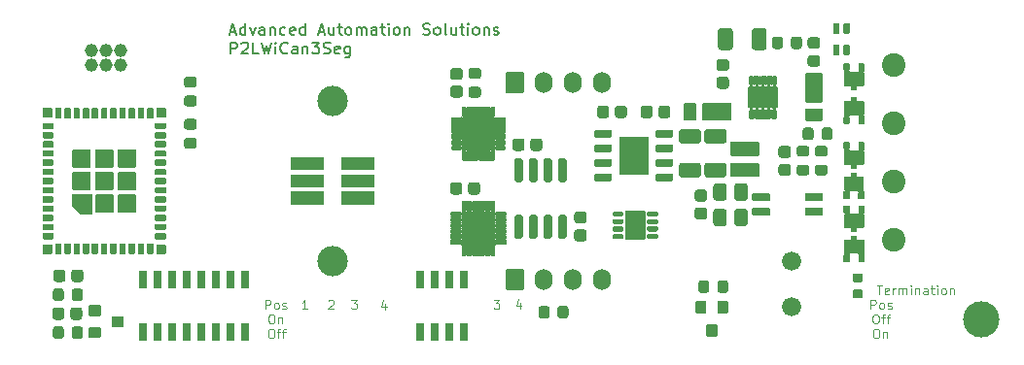
<source format=gts>
%TF.GenerationSoftware,KiCad,Pcbnew,(5.1.8)-1*%
%TF.CreationDate,2022-04-07T10:59:06+02:00*%
%TF.ProjectId,Hardware,48617264-7761-4726-952e-6b696361645f,rev?*%
%TF.SameCoordinates,Original*%
%TF.FileFunction,Soldermask,Top*%
%TF.FilePolarity,Negative*%
%FSLAX46Y46*%
G04 Gerber Fmt 4.6, Leading zero omitted, Abs format (unit mm)*
G04 Created by KiCad (PCBNEW (5.1.8)-1) date 2022-04-07 10:59:06*
%MOMM*%
%LPD*%
G01*
G04 APERTURE LIST*
%ADD10C,0.120000*%
%ADD11C,0.150000*%
%ADD12C,0.010000*%
%ADD13C,1.152400*%
%ADD14C,1.676400*%
%ADD15C,2.057400*%
%ADD16O,1.552400X1.852400*%
%ADD17C,2.652400*%
%ADD18C,3.152400*%
%ADD19C,0.100000*%
G04 APERTURE END LIST*
D10*
X66509880Y-120478571D02*
X66509880Y-121011904D01*
X66319404Y-120173809D02*
X66128928Y-120745238D01*
X66624166Y-120745238D01*
X64185833Y-120211904D02*
X64681071Y-120211904D01*
X64414404Y-120516666D01*
X64528690Y-120516666D01*
X64604880Y-120554761D01*
X64642976Y-120592857D01*
X64681071Y-120669047D01*
X64681071Y-120859523D01*
X64642976Y-120935714D01*
X64604880Y-120973809D01*
X64528690Y-121011904D01*
X64300119Y-121011904D01*
X64223928Y-120973809D01*
X64185833Y-120935714D01*
X54762380Y-120542071D02*
X54762380Y-121075404D01*
X54571904Y-120237309D02*
X54381428Y-120808738D01*
X54876666Y-120808738D01*
D11*
X41245476Y-96814166D02*
X41721666Y-96814166D01*
X41150238Y-97099880D02*
X41483571Y-96099880D01*
X41816904Y-97099880D01*
X42578809Y-97099880D02*
X42578809Y-96099880D01*
X42578809Y-97052261D02*
X42483571Y-97099880D01*
X42293095Y-97099880D01*
X42197857Y-97052261D01*
X42150238Y-97004642D01*
X42102619Y-96909404D01*
X42102619Y-96623690D01*
X42150238Y-96528452D01*
X42197857Y-96480833D01*
X42293095Y-96433214D01*
X42483571Y-96433214D01*
X42578809Y-96480833D01*
X42959761Y-96433214D02*
X43197857Y-97099880D01*
X43435952Y-96433214D01*
X44245476Y-97099880D02*
X44245476Y-96576071D01*
X44197857Y-96480833D01*
X44102619Y-96433214D01*
X43912142Y-96433214D01*
X43816904Y-96480833D01*
X44245476Y-97052261D02*
X44150238Y-97099880D01*
X43912142Y-97099880D01*
X43816904Y-97052261D01*
X43769285Y-96957023D01*
X43769285Y-96861785D01*
X43816904Y-96766547D01*
X43912142Y-96718928D01*
X44150238Y-96718928D01*
X44245476Y-96671309D01*
X44721666Y-96433214D02*
X44721666Y-97099880D01*
X44721666Y-96528452D02*
X44769285Y-96480833D01*
X44864523Y-96433214D01*
X45007380Y-96433214D01*
X45102619Y-96480833D01*
X45150238Y-96576071D01*
X45150238Y-97099880D01*
X46055000Y-97052261D02*
X45959761Y-97099880D01*
X45769285Y-97099880D01*
X45674047Y-97052261D01*
X45626428Y-97004642D01*
X45578809Y-96909404D01*
X45578809Y-96623690D01*
X45626428Y-96528452D01*
X45674047Y-96480833D01*
X45769285Y-96433214D01*
X45959761Y-96433214D01*
X46055000Y-96480833D01*
X46864523Y-97052261D02*
X46769285Y-97099880D01*
X46578809Y-97099880D01*
X46483571Y-97052261D01*
X46435952Y-96957023D01*
X46435952Y-96576071D01*
X46483571Y-96480833D01*
X46578809Y-96433214D01*
X46769285Y-96433214D01*
X46864523Y-96480833D01*
X46912142Y-96576071D01*
X46912142Y-96671309D01*
X46435952Y-96766547D01*
X47769285Y-97099880D02*
X47769285Y-96099880D01*
X47769285Y-97052261D02*
X47674047Y-97099880D01*
X47483571Y-97099880D01*
X47388333Y-97052261D01*
X47340714Y-97004642D01*
X47293095Y-96909404D01*
X47293095Y-96623690D01*
X47340714Y-96528452D01*
X47388333Y-96480833D01*
X47483571Y-96433214D01*
X47674047Y-96433214D01*
X47769285Y-96480833D01*
X48959761Y-96814166D02*
X49435952Y-96814166D01*
X48864523Y-97099880D02*
X49197857Y-96099880D01*
X49531190Y-97099880D01*
X50293095Y-96433214D02*
X50293095Y-97099880D01*
X49864523Y-96433214D02*
X49864523Y-96957023D01*
X49912142Y-97052261D01*
X50007380Y-97099880D01*
X50150238Y-97099880D01*
X50245476Y-97052261D01*
X50293095Y-97004642D01*
X50626428Y-96433214D02*
X51007380Y-96433214D01*
X50769285Y-96099880D02*
X50769285Y-96957023D01*
X50816904Y-97052261D01*
X50912142Y-97099880D01*
X51007380Y-97099880D01*
X51483571Y-97099880D02*
X51388333Y-97052261D01*
X51340714Y-97004642D01*
X51293095Y-96909404D01*
X51293095Y-96623690D01*
X51340714Y-96528452D01*
X51388333Y-96480833D01*
X51483571Y-96433214D01*
X51626428Y-96433214D01*
X51721666Y-96480833D01*
X51769285Y-96528452D01*
X51816904Y-96623690D01*
X51816904Y-96909404D01*
X51769285Y-97004642D01*
X51721666Y-97052261D01*
X51626428Y-97099880D01*
X51483571Y-97099880D01*
X52245476Y-97099880D02*
X52245476Y-96433214D01*
X52245476Y-96528452D02*
X52293095Y-96480833D01*
X52388333Y-96433214D01*
X52531190Y-96433214D01*
X52626428Y-96480833D01*
X52674047Y-96576071D01*
X52674047Y-97099880D01*
X52674047Y-96576071D02*
X52721666Y-96480833D01*
X52816904Y-96433214D01*
X52959761Y-96433214D01*
X53055000Y-96480833D01*
X53102619Y-96576071D01*
X53102619Y-97099880D01*
X54007380Y-97099880D02*
X54007380Y-96576071D01*
X53959761Y-96480833D01*
X53864523Y-96433214D01*
X53674047Y-96433214D01*
X53578809Y-96480833D01*
X54007380Y-97052261D02*
X53912142Y-97099880D01*
X53674047Y-97099880D01*
X53578809Y-97052261D01*
X53531190Y-96957023D01*
X53531190Y-96861785D01*
X53578809Y-96766547D01*
X53674047Y-96718928D01*
X53912142Y-96718928D01*
X54007380Y-96671309D01*
X54340714Y-96433214D02*
X54721666Y-96433214D01*
X54483571Y-96099880D02*
X54483571Y-96957023D01*
X54531190Y-97052261D01*
X54626428Y-97099880D01*
X54721666Y-97099880D01*
X55055000Y-97099880D02*
X55055000Y-96433214D01*
X55055000Y-96099880D02*
X55007380Y-96147500D01*
X55055000Y-96195119D01*
X55102619Y-96147500D01*
X55055000Y-96099880D01*
X55055000Y-96195119D01*
X55674047Y-97099880D02*
X55578809Y-97052261D01*
X55531190Y-97004642D01*
X55483571Y-96909404D01*
X55483571Y-96623690D01*
X55531190Y-96528452D01*
X55578809Y-96480833D01*
X55674047Y-96433214D01*
X55816904Y-96433214D01*
X55912142Y-96480833D01*
X55959761Y-96528452D01*
X56007380Y-96623690D01*
X56007380Y-96909404D01*
X55959761Y-97004642D01*
X55912142Y-97052261D01*
X55816904Y-97099880D01*
X55674047Y-97099880D01*
X56435952Y-96433214D02*
X56435952Y-97099880D01*
X56435952Y-96528452D02*
X56483571Y-96480833D01*
X56578809Y-96433214D01*
X56721666Y-96433214D01*
X56816904Y-96480833D01*
X56864523Y-96576071D01*
X56864523Y-97099880D01*
X58055000Y-97052261D02*
X58197857Y-97099880D01*
X58435952Y-97099880D01*
X58531190Y-97052261D01*
X58578809Y-97004642D01*
X58626428Y-96909404D01*
X58626428Y-96814166D01*
X58578809Y-96718928D01*
X58531190Y-96671309D01*
X58435952Y-96623690D01*
X58245476Y-96576071D01*
X58150238Y-96528452D01*
X58102619Y-96480833D01*
X58055000Y-96385595D01*
X58055000Y-96290357D01*
X58102619Y-96195119D01*
X58150238Y-96147500D01*
X58245476Y-96099880D01*
X58483571Y-96099880D01*
X58626428Y-96147500D01*
X59197857Y-97099880D02*
X59102619Y-97052261D01*
X59055000Y-97004642D01*
X59007380Y-96909404D01*
X59007380Y-96623690D01*
X59055000Y-96528452D01*
X59102619Y-96480833D01*
X59197857Y-96433214D01*
X59340714Y-96433214D01*
X59435952Y-96480833D01*
X59483571Y-96528452D01*
X59531190Y-96623690D01*
X59531190Y-96909404D01*
X59483571Y-97004642D01*
X59435952Y-97052261D01*
X59340714Y-97099880D01*
X59197857Y-97099880D01*
X60102619Y-97099880D02*
X60007380Y-97052261D01*
X59959761Y-96957023D01*
X59959761Y-96099880D01*
X60912142Y-96433214D02*
X60912142Y-97099880D01*
X60483571Y-96433214D02*
X60483571Y-96957023D01*
X60531190Y-97052261D01*
X60626428Y-97099880D01*
X60769285Y-97099880D01*
X60864523Y-97052261D01*
X60912142Y-97004642D01*
X61245476Y-96433214D02*
X61626428Y-96433214D01*
X61388333Y-96099880D02*
X61388333Y-96957023D01*
X61435952Y-97052261D01*
X61531190Y-97099880D01*
X61626428Y-97099880D01*
X61959761Y-97099880D02*
X61959761Y-96433214D01*
X61959761Y-96099880D02*
X61912142Y-96147500D01*
X61959761Y-96195119D01*
X62007380Y-96147500D01*
X61959761Y-96099880D01*
X61959761Y-96195119D01*
X62578809Y-97099880D02*
X62483571Y-97052261D01*
X62435952Y-97004642D01*
X62388333Y-96909404D01*
X62388333Y-96623690D01*
X62435952Y-96528452D01*
X62483571Y-96480833D01*
X62578809Y-96433214D01*
X62721666Y-96433214D01*
X62816904Y-96480833D01*
X62864523Y-96528452D01*
X62912142Y-96623690D01*
X62912142Y-96909404D01*
X62864523Y-97004642D01*
X62816904Y-97052261D01*
X62721666Y-97099880D01*
X62578809Y-97099880D01*
X63340714Y-96433214D02*
X63340714Y-97099880D01*
X63340714Y-96528452D02*
X63388333Y-96480833D01*
X63483571Y-96433214D01*
X63626428Y-96433214D01*
X63721666Y-96480833D01*
X63769285Y-96576071D01*
X63769285Y-97099880D01*
X64197857Y-97052261D02*
X64293095Y-97099880D01*
X64483571Y-97099880D01*
X64578809Y-97052261D01*
X64626428Y-96957023D01*
X64626428Y-96909404D01*
X64578809Y-96814166D01*
X64483571Y-96766547D01*
X64340714Y-96766547D01*
X64245476Y-96718928D01*
X64197857Y-96623690D01*
X64197857Y-96576071D01*
X64245476Y-96480833D01*
X64340714Y-96433214D01*
X64483571Y-96433214D01*
X64578809Y-96480833D01*
X41293095Y-98749880D02*
X41293095Y-97749880D01*
X41674047Y-97749880D01*
X41769285Y-97797500D01*
X41816904Y-97845119D01*
X41864523Y-97940357D01*
X41864523Y-98083214D01*
X41816904Y-98178452D01*
X41769285Y-98226071D01*
X41674047Y-98273690D01*
X41293095Y-98273690D01*
X42245476Y-97845119D02*
X42293095Y-97797500D01*
X42388333Y-97749880D01*
X42626428Y-97749880D01*
X42721666Y-97797500D01*
X42769285Y-97845119D01*
X42816904Y-97940357D01*
X42816904Y-98035595D01*
X42769285Y-98178452D01*
X42197857Y-98749880D01*
X42816904Y-98749880D01*
X43721666Y-98749880D02*
X43245476Y-98749880D01*
X43245476Y-97749880D01*
X43959761Y-97749880D02*
X44197857Y-98749880D01*
X44388333Y-98035595D01*
X44578809Y-98749880D01*
X44816904Y-97749880D01*
X45197857Y-98749880D02*
X45197857Y-98083214D01*
X45197857Y-97749880D02*
X45150238Y-97797500D01*
X45197857Y-97845119D01*
X45245476Y-97797500D01*
X45197857Y-97749880D01*
X45197857Y-97845119D01*
X46245476Y-98654642D02*
X46197857Y-98702261D01*
X46055000Y-98749880D01*
X45959761Y-98749880D01*
X45816904Y-98702261D01*
X45721666Y-98607023D01*
X45674047Y-98511785D01*
X45626428Y-98321309D01*
X45626428Y-98178452D01*
X45674047Y-97987976D01*
X45721666Y-97892738D01*
X45816904Y-97797500D01*
X45959761Y-97749880D01*
X46055000Y-97749880D01*
X46197857Y-97797500D01*
X46245476Y-97845119D01*
X47102619Y-98749880D02*
X47102619Y-98226071D01*
X47055000Y-98130833D01*
X46959761Y-98083214D01*
X46769285Y-98083214D01*
X46674047Y-98130833D01*
X47102619Y-98702261D02*
X47007380Y-98749880D01*
X46769285Y-98749880D01*
X46674047Y-98702261D01*
X46626428Y-98607023D01*
X46626428Y-98511785D01*
X46674047Y-98416547D01*
X46769285Y-98368928D01*
X47007380Y-98368928D01*
X47102619Y-98321309D01*
X47578809Y-98083214D02*
X47578809Y-98749880D01*
X47578809Y-98178452D02*
X47626428Y-98130833D01*
X47721666Y-98083214D01*
X47864523Y-98083214D01*
X47959761Y-98130833D01*
X48007380Y-98226071D01*
X48007380Y-98749880D01*
X48388333Y-97749880D02*
X49007380Y-97749880D01*
X48674047Y-98130833D01*
X48816904Y-98130833D01*
X48912142Y-98178452D01*
X48959761Y-98226071D01*
X49007380Y-98321309D01*
X49007380Y-98559404D01*
X48959761Y-98654642D01*
X48912142Y-98702261D01*
X48816904Y-98749880D01*
X48531190Y-98749880D01*
X48435952Y-98702261D01*
X48388333Y-98654642D01*
X49388333Y-98702261D02*
X49531190Y-98749880D01*
X49769285Y-98749880D01*
X49864523Y-98702261D01*
X49912142Y-98654642D01*
X49959761Y-98559404D01*
X49959761Y-98464166D01*
X49912142Y-98368928D01*
X49864523Y-98321309D01*
X49769285Y-98273690D01*
X49578809Y-98226071D01*
X49483571Y-98178452D01*
X49435952Y-98130833D01*
X49388333Y-98035595D01*
X49388333Y-97940357D01*
X49435952Y-97845119D01*
X49483571Y-97797500D01*
X49578809Y-97749880D01*
X49816904Y-97749880D01*
X49959761Y-97797500D01*
X50769285Y-98702261D02*
X50674047Y-98749880D01*
X50483571Y-98749880D01*
X50388333Y-98702261D01*
X50340714Y-98607023D01*
X50340714Y-98226071D01*
X50388333Y-98130833D01*
X50483571Y-98083214D01*
X50674047Y-98083214D01*
X50769285Y-98130833D01*
X50816904Y-98226071D01*
X50816904Y-98321309D01*
X50340714Y-98416547D01*
X51674047Y-98083214D02*
X51674047Y-98892738D01*
X51626428Y-98987976D01*
X51578809Y-99035595D01*
X51483571Y-99083214D01*
X51340714Y-99083214D01*
X51245476Y-99035595D01*
X51674047Y-98702261D02*
X51578809Y-98749880D01*
X51388333Y-98749880D01*
X51293095Y-98702261D01*
X51245476Y-98654642D01*
X51197857Y-98559404D01*
X51197857Y-98273690D01*
X51245476Y-98178452D01*
X51293095Y-98130833D01*
X51388333Y-98083214D01*
X51578809Y-98083214D01*
X51674047Y-98130833D01*
D10*
X97555476Y-118941904D02*
X98012619Y-118941904D01*
X97784047Y-119741904D02*
X97784047Y-118941904D01*
X98584047Y-119703809D02*
X98507857Y-119741904D01*
X98355476Y-119741904D01*
X98279285Y-119703809D01*
X98241190Y-119627619D01*
X98241190Y-119322857D01*
X98279285Y-119246666D01*
X98355476Y-119208571D01*
X98507857Y-119208571D01*
X98584047Y-119246666D01*
X98622142Y-119322857D01*
X98622142Y-119399047D01*
X98241190Y-119475238D01*
X98965000Y-119741904D02*
X98965000Y-119208571D01*
X98965000Y-119360952D02*
X99003095Y-119284761D01*
X99041190Y-119246666D01*
X99117380Y-119208571D01*
X99193571Y-119208571D01*
X99460238Y-119741904D02*
X99460238Y-119208571D01*
X99460238Y-119284761D02*
X99498333Y-119246666D01*
X99574523Y-119208571D01*
X99688809Y-119208571D01*
X99765000Y-119246666D01*
X99803095Y-119322857D01*
X99803095Y-119741904D01*
X99803095Y-119322857D02*
X99841190Y-119246666D01*
X99917380Y-119208571D01*
X100031666Y-119208571D01*
X100107857Y-119246666D01*
X100145952Y-119322857D01*
X100145952Y-119741904D01*
X100526904Y-119741904D02*
X100526904Y-119208571D01*
X100526904Y-118941904D02*
X100488809Y-118980000D01*
X100526904Y-119018095D01*
X100565000Y-118980000D01*
X100526904Y-118941904D01*
X100526904Y-119018095D01*
X100907857Y-119208571D02*
X100907857Y-119741904D01*
X100907857Y-119284761D02*
X100945952Y-119246666D01*
X101022142Y-119208571D01*
X101136428Y-119208571D01*
X101212619Y-119246666D01*
X101250714Y-119322857D01*
X101250714Y-119741904D01*
X101974523Y-119741904D02*
X101974523Y-119322857D01*
X101936428Y-119246666D01*
X101860238Y-119208571D01*
X101707857Y-119208571D01*
X101631666Y-119246666D01*
X101974523Y-119703809D02*
X101898333Y-119741904D01*
X101707857Y-119741904D01*
X101631666Y-119703809D01*
X101593571Y-119627619D01*
X101593571Y-119551428D01*
X101631666Y-119475238D01*
X101707857Y-119437142D01*
X101898333Y-119437142D01*
X101974523Y-119399047D01*
X102241190Y-119208571D02*
X102545952Y-119208571D01*
X102355476Y-118941904D02*
X102355476Y-119627619D01*
X102393571Y-119703809D01*
X102469761Y-119741904D01*
X102545952Y-119741904D01*
X102812619Y-119741904D02*
X102812619Y-119208571D01*
X102812619Y-118941904D02*
X102774523Y-118980000D01*
X102812619Y-119018095D01*
X102850714Y-118980000D01*
X102812619Y-118941904D01*
X102812619Y-119018095D01*
X103307857Y-119741904D02*
X103231666Y-119703809D01*
X103193571Y-119665714D01*
X103155476Y-119589523D01*
X103155476Y-119360952D01*
X103193571Y-119284761D01*
X103231666Y-119246666D01*
X103307857Y-119208571D01*
X103422142Y-119208571D01*
X103498333Y-119246666D01*
X103536428Y-119284761D01*
X103574523Y-119360952D01*
X103574523Y-119589523D01*
X103536428Y-119665714D01*
X103498333Y-119703809D01*
X103422142Y-119741904D01*
X103307857Y-119741904D01*
X103917380Y-119208571D02*
X103917380Y-119741904D01*
X103917380Y-119284761D02*
X103955476Y-119246666D01*
X104031666Y-119208571D01*
X104145952Y-119208571D01*
X104222142Y-119246666D01*
X104260238Y-119322857D01*
X104260238Y-119741904D01*
X97021761Y-121011904D02*
X97021761Y-120211904D01*
X97326523Y-120211904D01*
X97402714Y-120250000D01*
X97440809Y-120288095D01*
X97478904Y-120364285D01*
X97478904Y-120478571D01*
X97440809Y-120554761D01*
X97402714Y-120592857D01*
X97326523Y-120630952D01*
X97021761Y-120630952D01*
X97936047Y-121011904D02*
X97859857Y-120973809D01*
X97821761Y-120935714D01*
X97783666Y-120859523D01*
X97783666Y-120630952D01*
X97821761Y-120554761D01*
X97859857Y-120516666D01*
X97936047Y-120478571D01*
X98050333Y-120478571D01*
X98126523Y-120516666D01*
X98164619Y-120554761D01*
X98202714Y-120630952D01*
X98202714Y-120859523D01*
X98164619Y-120935714D01*
X98126523Y-120973809D01*
X98050333Y-121011904D01*
X97936047Y-121011904D01*
X98507476Y-120973809D02*
X98583666Y-121011904D01*
X98736047Y-121011904D01*
X98812238Y-120973809D01*
X98850333Y-120897619D01*
X98850333Y-120859523D01*
X98812238Y-120783333D01*
X98736047Y-120745238D01*
X98621761Y-120745238D01*
X98545571Y-120707142D01*
X98507476Y-120630952D01*
X98507476Y-120592857D01*
X98545571Y-120516666D01*
X98621761Y-120478571D01*
X98736047Y-120478571D01*
X98812238Y-120516666D01*
X97383666Y-121481904D02*
X97536047Y-121481904D01*
X97612238Y-121520000D01*
X97688428Y-121596190D01*
X97726523Y-121748571D01*
X97726523Y-122015238D01*
X97688428Y-122167619D01*
X97612238Y-122243809D01*
X97536047Y-122281904D01*
X97383666Y-122281904D01*
X97307476Y-122243809D01*
X97231285Y-122167619D01*
X97193190Y-122015238D01*
X97193190Y-121748571D01*
X97231285Y-121596190D01*
X97307476Y-121520000D01*
X97383666Y-121481904D01*
X97955095Y-121748571D02*
X98259857Y-121748571D01*
X98069380Y-122281904D02*
X98069380Y-121596190D01*
X98107476Y-121520000D01*
X98183666Y-121481904D01*
X98259857Y-121481904D01*
X98412238Y-121748571D02*
X98717000Y-121748571D01*
X98526523Y-122281904D02*
X98526523Y-121596190D01*
X98564619Y-121520000D01*
X98640809Y-121481904D01*
X98717000Y-121481904D01*
X97415404Y-122751904D02*
X97567785Y-122751904D01*
X97643976Y-122790000D01*
X97720166Y-122866190D01*
X97758261Y-123018571D01*
X97758261Y-123285238D01*
X97720166Y-123437619D01*
X97643976Y-123513809D01*
X97567785Y-123551904D01*
X97415404Y-123551904D01*
X97339214Y-123513809D01*
X97263023Y-123437619D01*
X97224928Y-123285238D01*
X97224928Y-123018571D01*
X97263023Y-122866190D01*
X97339214Y-122790000D01*
X97415404Y-122751904D01*
X98101119Y-123018571D02*
X98101119Y-123551904D01*
X98101119Y-123094761D02*
X98139214Y-123056666D01*
X98215404Y-123018571D01*
X98329690Y-123018571D01*
X98405880Y-123056666D01*
X98443976Y-123132857D01*
X98443976Y-123551904D01*
X44742166Y-122751904D02*
X44894547Y-122751904D01*
X44970738Y-122790000D01*
X45046928Y-122866190D01*
X45085023Y-123018571D01*
X45085023Y-123285238D01*
X45046928Y-123437619D01*
X44970738Y-123513809D01*
X44894547Y-123551904D01*
X44742166Y-123551904D01*
X44665976Y-123513809D01*
X44589785Y-123437619D01*
X44551690Y-123285238D01*
X44551690Y-123018571D01*
X44589785Y-122866190D01*
X44665976Y-122790000D01*
X44742166Y-122751904D01*
X45313595Y-123018571D02*
X45618357Y-123018571D01*
X45427880Y-123551904D02*
X45427880Y-122866190D01*
X45465976Y-122790000D01*
X45542166Y-122751904D01*
X45618357Y-122751904D01*
X45770738Y-123018571D02*
X46075500Y-123018571D01*
X45885023Y-123551904D02*
X45885023Y-122866190D01*
X45923119Y-122790000D01*
X45999309Y-122751904D01*
X46075500Y-122751904D01*
X44773904Y-121481904D02*
X44926285Y-121481904D01*
X45002476Y-121520000D01*
X45078666Y-121596190D01*
X45116761Y-121748571D01*
X45116761Y-122015238D01*
X45078666Y-122167619D01*
X45002476Y-122243809D01*
X44926285Y-122281904D01*
X44773904Y-122281904D01*
X44697714Y-122243809D01*
X44621523Y-122167619D01*
X44583428Y-122015238D01*
X44583428Y-121748571D01*
X44621523Y-121596190D01*
X44697714Y-121520000D01*
X44773904Y-121481904D01*
X45459619Y-121748571D02*
X45459619Y-122281904D01*
X45459619Y-121824761D02*
X45497714Y-121786666D01*
X45573904Y-121748571D01*
X45688190Y-121748571D01*
X45764380Y-121786666D01*
X45802476Y-121862857D01*
X45802476Y-122281904D01*
X51803333Y-120211904D02*
X52298571Y-120211904D01*
X52031904Y-120516666D01*
X52146190Y-120516666D01*
X52222380Y-120554761D01*
X52260476Y-120592857D01*
X52298571Y-120669047D01*
X52298571Y-120859523D01*
X52260476Y-120935714D01*
X52222380Y-120973809D01*
X52146190Y-121011904D01*
X51917619Y-121011904D01*
X51841428Y-120973809D01*
X51803333Y-120935714D01*
X49809428Y-120288095D02*
X49847523Y-120250000D01*
X49923714Y-120211904D01*
X50114190Y-120211904D01*
X50190380Y-120250000D01*
X50228476Y-120288095D01*
X50266571Y-120364285D01*
X50266571Y-120440476D01*
X50228476Y-120554761D01*
X49771333Y-121011904D01*
X50266571Y-121011904D01*
X47967833Y-121011904D02*
X47510690Y-121011904D01*
X47739261Y-121011904D02*
X47739261Y-120211904D01*
X47663071Y-120326190D01*
X47586880Y-120402380D01*
X47510690Y-120440476D01*
X44316761Y-121011904D02*
X44316761Y-120211904D01*
X44621523Y-120211904D01*
X44697714Y-120250000D01*
X44735809Y-120288095D01*
X44773904Y-120364285D01*
X44773904Y-120478571D01*
X44735809Y-120554761D01*
X44697714Y-120592857D01*
X44621523Y-120630952D01*
X44316761Y-120630952D01*
X45231047Y-121011904D02*
X45154857Y-120973809D01*
X45116761Y-120935714D01*
X45078666Y-120859523D01*
X45078666Y-120630952D01*
X45116761Y-120554761D01*
X45154857Y-120516666D01*
X45231047Y-120478571D01*
X45345333Y-120478571D01*
X45421523Y-120516666D01*
X45459619Y-120554761D01*
X45497714Y-120630952D01*
X45497714Y-120859523D01*
X45459619Y-120935714D01*
X45421523Y-120973809D01*
X45345333Y-121011904D01*
X45231047Y-121011904D01*
X45802476Y-120973809D02*
X45878666Y-121011904D01*
X46031047Y-121011904D01*
X46107238Y-120973809D01*
X46145333Y-120897619D01*
X46145333Y-120859523D01*
X46107238Y-120783333D01*
X46031047Y-120745238D01*
X45916761Y-120745238D01*
X45840571Y-120707142D01*
X45802476Y-120630952D01*
X45802476Y-120592857D01*
X45840571Y-120516666D01*
X45916761Y-120478571D01*
X46031047Y-120478571D01*
X46107238Y-120516666D01*
D12*
%TO.C,U2*%
G36*
X29136500Y-111005000D02*
G01*
X29136500Y-112655000D01*
X28146500Y-112655000D01*
X27486500Y-111995000D01*
X27486500Y-111005000D01*
X29136500Y-111005000D01*
G37*
X29136500Y-111005000D02*
X29136500Y-112655000D01*
X28146500Y-112655000D01*
X27486500Y-111995000D01*
X27486500Y-111005000D01*
X29136500Y-111005000D01*
D10*
X66509880Y-120478571D02*
X66509880Y-121011904D01*
X66319404Y-120173809D02*
X66128928Y-120745238D01*
X66624166Y-120745238D01*
X64185833Y-120211904D02*
X64681071Y-120211904D01*
X64414404Y-120516666D01*
X64528690Y-120516666D01*
X64604880Y-120554761D01*
X64642976Y-120592857D01*
X64681071Y-120669047D01*
X64681071Y-120859523D01*
X64642976Y-120935714D01*
X64604880Y-120973809D01*
X64528690Y-121011904D01*
X64300119Y-121011904D01*
X64223928Y-120973809D01*
X64185833Y-120935714D01*
X54762380Y-120542071D02*
X54762380Y-121075404D01*
X54571904Y-120237309D02*
X54381428Y-120808738D01*
X54876666Y-120808738D01*
D11*
X41245476Y-96814166D02*
X41721666Y-96814166D01*
X41150238Y-97099880D02*
X41483571Y-96099880D01*
X41816904Y-97099880D01*
X42578809Y-97099880D02*
X42578809Y-96099880D01*
X42578809Y-97052261D02*
X42483571Y-97099880D01*
X42293095Y-97099880D01*
X42197857Y-97052261D01*
X42150238Y-97004642D01*
X42102619Y-96909404D01*
X42102619Y-96623690D01*
X42150238Y-96528452D01*
X42197857Y-96480833D01*
X42293095Y-96433214D01*
X42483571Y-96433214D01*
X42578809Y-96480833D01*
X42959761Y-96433214D02*
X43197857Y-97099880D01*
X43435952Y-96433214D01*
X44245476Y-97099880D02*
X44245476Y-96576071D01*
X44197857Y-96480833D01*
X44102619Y-96433214D01*
X43912142Y-96433214D01*
X43816904Y-96480833D01*
X44245476Y-97052261D02*
X44150238Y-97099880D01*
X43912142Y-97099880D01*
X43816904Y-97052261D01*
X43769285Y-96957023D01*
X43769285Y-96861785D01*
X43816904Y-96766547D01*
X43912142Y-96718928D01*
X44150238Y-96718928D01*
X44245476Y-96671309D01*
X44721666Y-96433214D02*
X44721666Y-97099880D01*
X44721666Y-96528452D02*
X44769285Y-96480833D01*
X44864523Y-96433214D01*
X45007380Y-96433214D01*
X45102619Y-96480833D01*
X45150238Y-96576071D01*
X45150238Y-97099880D01*
X46055000Y-97052261D02*
X45959761Y-97099880D01*
X45769285Y-97099880D01*
X45674047Y-97052261D01*
X45626428Y-97004642D01*
X45578809Y-96909404D01*
X45578809Y-96623690D01*
X45626428Y-96528452D01*
X45674047Y-96480833D01*
X45769285Y-96433214D01*
X45959761Y-96433214D01*
X46055000Y-96480833D01*
X46864523Y-97052261D02*
X46769285Y-97099880D01*
X46578809Y-97099880D01*
X46483571Y-97052261D01*
X46435952Y-96957023D01*
X46435952Y-96576071D01*
X46483571Y-96480833D01*
X46578809Y-96433214D01*
X46769285Y-96433214D01*
X46864523Y-96480833D01*
X46912142Y-96576071D01*
X46912142Y-96671309D01*
X46435952Y-96766547D01*
X47769285Y-97099880D02*
X47769285Y-96099880D01*
X47769285Y-97052261D02*
X47674047Y-97099880D01*
X47483571Y-97099880D01*
X47388333Y-97052261D01*
X47340714Y-97004642D01*
X47293095Y-96909404D01*
X47293095Y-96623690D01*
X47340714Y-96528452D01*
X47388333Y-96480833D01*
X47483571Y-96433214D01*
X47674047Y-96433214D01*
X47769285Y-96480833D01*
X48959761Y-96814166D02*
X49435952Y-96814166D01*
X48864523Y-97099880D02*
X49197857Y-96099880D01*
X49531190Y-97099880D01*
X50293095Y-96433214D02*
X50293095Y-97099880D01*
X49864523Y-96433214D02*
X49864523Y-96957023D01*
X49912142Y-97052261D01*
X50007380Y-97099880D01*
X50150238Y-97099880D01*
X50245476Y-97052261D01*
X50293095Y-97004642D01*
X50626428Y-96433214D02*
X51007380Y-96433214D01*
X50769285Y-96099880D02*
X50769285Y-96957023D01*
X50816904Y-97052261D01*
X50912142Y-97099880D01*
X51007380Y-97099880D01*
X51483571Y-97099880D02*
X51388333Y-97052261D01*
X51340714Y-97004642D01*
X51293095Y-96909404D01*
X51293095Y-96623690D01*
X51340714Y-96528452D01*
X51388333Y-96480833D01*
X51483571Y-96433214D01*
X51626428Y-96433214D01*
X51721666Y-96480833D01*
X51769285Y-96528452D01*
X51816904Y-96623690D01*
X51816904Y-96909404D01*
X51769285Y-97004642D01*
X51721666Y-97052261D01*
X51626428Y-97099880D01*
X51483571Y-97099880D01*
X52245476Y-97099880D02*
X52245476Y-96433214D01*
X52245476Y-96528452D02*
X52293095Y-96480833D01*
X52388333Y-96433214D01*
X52531190Y-96433214D01*
X52626428Y-96480833D01*
X52674047Y-96576071D01*
X52674047Y-97099880D01*
X52674047Y-96576071D02*
X52721666Y-96480833D01*
X52816904Y-96433214D01*
X52959761Y-96433214D01*
X53055000Y-96480833D01*
X53102619Y-96576071D01*
X53102619Y-97099880D01*
X54007380Y-97099880D02*
X54007380Y-96576071D01*
X53959761Y-96480833D01*
X53864523Y-96433214D01*
X53674047Y-96433214D01*
X53578809Y-96480833D01*
X54007380Y-97052261D02*
X53912142Y-97099880D01*
X53674047Y-97099880D01*
X53578809Y-97052261D01*
X53531190Y-96957023D01*
X53531190Y-96861785D01*
X53578809Y-96766547D01*
X53674047Y-96718928D01*
X53912142Y-96718928D01*
X54007380Y-96671309D01*
X54340714Y-96433214D02*
X54721666Y-96433214D01*
X54483571Y-96099880D02*
X54483571Y-96957023D01*
X54531190Y-97052261D01*
X54626428Y-97099880D01*
X54721666Y-97099880D01*
X55055000Y-97099880D02*
X55055000Y-96433214D01*
X55055000Y-96099880D02*
X55007380Y-96147500D01*
X55055000Y-96195119D01*
X55102619Y-96147500D01*
X55055000Y-96099880D01*
X55055000Y-96195119D01*
X55674047Y-97099880D02*
X55578809Y-97052261D01*
X55531190Y-97004642D01*
X55483571Y-96909404D01*
X55483571Y-96623690D01*
X55531190Y-96528452D01*
X55578809Y-96480833D01*
X55674047Y-96433214D01*
X55816904Y-96433214D01*
X55912142Y-96480833D01*
X55959761Y-96528452D01*
X56007380Y-96623690D01*
X56007380Y-96909404D01*
X55959761Y-97004642D01*
X55912142Y-97052261D01*
X55816904Y-97099880D01*
X55674047Y-97099880D01*
X56435952Y-96433214D02*
X56435952Y-97099880D01*
X56435952Y-96528452D02*
X56483571Y-96480833D01*
X56578809Y-96433214D01*
X56721666Y-96433214D01*
X56816904Y-96480833D01*
X56864523Y-96576071D01*
X56864523Y-97099880D01*
X58055000Y-97052261D02*
X58197857Y-97099880D01*
X58435952Y-97099880D01*
X58531190Y-97052261D01*
X58578809Y-97004642D01*
X58626428Y-96909404D01*
X58626428Y-96814166D01*
X58578809Y-96718928D01*
X58531190Y-96671309D01*
X58435952Y-96623690D01*
X58245476Y-96576071D01*
X58150238Y-96528452D01*
X58102619Y-96480833D01*
X58055000Y-96385595D01*
X58055000Y-96290357D01*
X58102619Y-96195119D01*
X58150238Y-96147500D01*
X58245476Y-96099880D01*
X58483571Y-96099880D01*
X58626428Y-96147500D01*
X59197857Y-97099880D02*
X59102619Y-97052261D01*
X59055000Y-97004642D01*
X59007380Y-96909404D01*
X59007380Y-96623690D01*
X59055000Y-96528452D01*
X59102619Y-96480833D01*
X59197857Y-96433214D01*
X59340714Y-96433214D01*
X59435952Y-96480833D01*
X59483571Y-96528452D01*
X59531190Y-96623690D01*
X59531190Y-96909404D01*
X59483571Y-97004642D01*
X59435952Y-97052261D01*
X59340714Y-97099880D01*
X59197857Y-97099880D01*
X60102619Y-97099880D02*
X60007380Y-97052261D01*
X59959761Y-96957023D01*
X59959761Y-96099880D01*
X60912142Y-96433214D02*
X60912142Y-97099880D01*
X60483571Y-96433214D02*
X60483571Y-96957023D01*
X60531190Y-97052261D01*
X60626428Y-97099880D01*
X60769285Y-97099880D01*
X60864523Y-97052261D01*
X60912142Y-97004642D01*
X61245476Y-96433214D02*
X61626428Y-96433214D01*
X61388333Y-96099880D02*
X61388333Y-96957023D01*
X61435952Y-97052261D01*
X61531190Y-97099880D01*
X61626428Y-97099880D01*
X61959761Y-97099880D02*
X61959761Y-96433214D01*
X61959761Y-96099880D02*
X61912142Y-96147500D01*
X61959761Y-96195119D01*
X62007380Y-96147500D01*
X61959761Y-96099880D01*
X61959761Y-96195119D01*
X62578809Y-97099880D02*
X62483571Y-97052261D01*
X62435952Y-97004642D01*
X62388333Y-96909404D01*
X62388333Y-96623690D01*
X62435952Y-96528452D01*
X62483571Y-96480833D01*
X62578809Y-96433214D01*
X62721666Y-96433214D01*
X62816904Y-96480833D01*
X62864523Y-96528452D01*
X62912142Y-96623690D01*
X62912142Y-96909404D01*
X62864523Y-97004642D01*
X62816904Y-97052261D01*
X62721666Y-97099880D01*
X62578809Y-97099880D01*
X63340714Y-96433214D02*
X63340714Y-97099880D01*
X63340714Y-96528452D02*
X63388333Y-96480833D01*
X63483571Y-96433214D01*
X63626428Y-96433214D01*
X63721666Y-96480833D01*
X63769285Y-96576071D01*
X63769285Y-97099880D01*
X64197857Y-97052261D02*
X64293095Y-97099880D01*
X64483571Y-97099880D01*
X64578809Y-97052261D01*
X64626428Y-96957023D01*
X64626428Y-96909404D01*
X64578809Y-96814166D01*
X64483571Y-96766547D01*
X64340714Y-96766547D01*
X64245476Y-96718928D01*
X64197857Y-96623690D01*
X64197857Y-96576071D01*
X64245476Y-96480833D01*
X64340714Y-96433214D01*
X64483571Y-96433214D01*
X64578809Y-96480833D01*
X41293095Y-98749880D02*
X41293095Y-97749880D01*
X41674047Y-97749880D01*
X41769285Y-97797500D01*
X41816904Y-97845119D01*
X41864523Y-97940357D01*
X41864523Y-98083214D01*
X41816904Y-98178452D01*
X41769285Y-98226071D01*
X41674047Y-98273690D01*
X41293095Y-98273690D01*
X42245476Y-97845119D02*
X42293095Y-97797500D01*
X42388333Y-97749880D01*
X42626428Y-97749880D01*
X42721666Y-97797500D01*
X42769285Y-97845119D01*
X42816904Y-97940357D01*
X42816904Y-98035595D01*
X42769285Y-98178452D01*
X42197857Y-98749880D01*
X42816904Y-98749880D01*
X43721666Y-98749880D02*
X43245476Y-98749880D01*
X43245476Y-97749880D01*
X43959761Y-97749880D02*
X44197857Y-98749880D01*
X44388333Y-98035595D01*
X44578809Y-98749880D01*
X44816904Y-97749880D01*
X45197857Y-98749880D02*
X45197857Y-98083214D01*
X45197857Y-97749880D02*
X45150238Y-97797500D01*
X45197857Y-97845119D01*
X45245476Y-97797500D01*
X45197857Y-97749880D01*
X45197857Y-97845119D01*
X46245476Y-98654642D02*
X46197857Y-98702261D01*
X46055000Y-98749880D01*
X45959761Y-98749880D01*
X45816904Y-98702261D01*
X45721666Y-98607023D01*
X45674047Y-98511785D01*
X45626428Y-98321309D01*
X45626428Y-98178452D01*
X45674047Y-97987976D01*
X45721666Y-97892738D01*
X45816904Y-97797500D01*
X45959761Y-97749880D01*
X46055000Y-97749880D01*
X46197857Y-97797500D01*
X46245476Y-97845119D01*
X47102619Y-98749880D02*
X47102619Y-98226071D01*
X47055000Y-98130833D01*
X46959761Y-98083214D01*
X46769285Y-98083214D01*
X46674047Y-98130833D01*
X47102619Y-98702261D02*
X47007380Y-98749880D01*
X46769285Y-98749880D01*
X46674047Y-98702261D01*
X46626428Y-98607023D01*
X46626428Y-98511785D01*
X46674047Y-98416547D01*
X46769285Y-98368928D01*
X47007380Y-98368928D01*
X47102619Y-98321309D01*
X47578809Y-98083214D02*
X47578809Y-98749880D01*
X47578809Y-98178452D02*
X47626428Y-98130833D01*
X47721666Y-98083214D01*
X47864523Y-98083214D01*
X47959761Y-98130833D01*
X48007380Y-98226071D01*
X48007380Y-98749880D01*
X48388333Y-97749880D02*
X49007380Y-97749880D01*
X48674047Y-98130833D01*
X48816904Y-98130833D01*
X48912142Y-98178452D01*
X48959761Y-98226071D01*
X49007380Y-98321309D01*
X49007380Y-98559404D01*
X48959761Y-98654642D01*
X48912142Y-98702261D01*
X48816904Y-98749880D01*
X48531190Y-98749880D01*
X48435952Y-98702261D01*
X48388333Y-98654642D01*
X49388333Y-98702261D02*
X49531190Y-98749880D01*
X49769285Y-98749880D01*
X49864523Y-98702261D01*
X49912142Y-98654642D01*
X49959761Y-98559404D01*
X49959761Y-98464166D01*
X49912142Y-98368928D01*
X49864523Y-98321309D01*
X49769285Y-98273690D01*
X49578809Y-98226071D01*
X49483571Y-98178452D01*
X49435952Y-98130833D01*
X49388333Y-98035595D01*
X49388333Y-97940357D01*
X49435952Y-97845119D01*
X49483571Y-97797500D01*
X49578809Y-97749880D01*
X49816904Y-97749880D01*
X49959761Y-97797500D01*
X50769285Y-98702261D02*
X50674047Y-98749880D01*
X50483571Y-98749880D01*
X50388333Y-98702261D01*
X50340714Y-98607023D01*
X50340714Y-98226071D01*
X50388333Y-98130833D01*
X50483571Y-98083214D01*
X50674047Y-98083214D01*
X50769285Y-98130833D01*
X50816904Y-98226071D01*
X50816904Y-98321309D01*
X50340714Y-98416547D01*
X51674047Y-98083214D02*
X51674047Y-98892738D01*
X51626428Y-98987976D01*
X51578809Y-99035595D01*
X51483571Y-99083214D01*
X51340714Y-99083214D01*
X51245476Y-99035595D01*
X51674047Y-98702261D02*
X51578809Y-98749880D01*
X51388333Y-98749880D01*
X51293095Y-98702261D01*
X51245476Y-98654642D01*
X51197857Y-98559404D01*
X51197857Y-98273690D01*
X51245476Y-98178452D01*
X51293095Y-98130833D01*
X51388333Y-98083214D01*
X51578809Y-98083214D01*
X51674047Y-98130833D01*
D10*
X97555476Y-118941904D02*
X98012619Y-118941904D01*
X97784047Y-119741904D02*
X97784047Y-118941904D01*
X98584047Y-119703809D02*
X98507857Y-119741904D01*
X98355476Y-119741904D01*
X98279285Y-119703809D01*
X98241190Y-119627619D01*
X98241190Y-119322857D01*
X98279285Y-119246666D01*
X98355476Y-119208571D01*
X98507857Y-119208571D01*
X98584047Y-119246666D01*
X98622142Y-119322857D01*
X98622142Y-119399047D01*
X98241190Y-119475238D01*
X98965000Y-119741904D02*
X98965000Y-119208571D01*
X98965000Y-119360952D02*
X99003095Y-119284761D01*
X99041190Y-119246666D01*
X99117380Y-119208571D01*
X99193571Y-119208571D01*
X99460238Y-119741904D02*
X99460238Y-119208571D01*
X99460238Y-119284761D02*
X99498333Y-119246666D01*
X99574523Y-119208571D01*
X99688809Y-119208571D01*
X99765000Y-119246666D01*
X99803095Y-119322857D01*
X99803095Y-119741904D01*
X99803095Y-119322857D02*
X99841190Y-119246666D01*
X99917380Y-119208571D01*
X100031666Y-119208571D01*
X100107857Y-119246666D01*
X100145952Y-119322857D01*
X100145952Y-119741904D01*
X100526904Y-119741904D02*
X100526904Y-119208571D01*
X100526904Y-118941904D02*
X100488809Y-118980000D01*
X100526904Y-119018095D01*
X100565000Y-118980000D01*
X100526904Y-118941904D01*
X100526904Y-119018095D01*
X100907857Y-119208571D02*
X100907857Y-119741904D01*
X100907857Y-119284761D02*
X100945952Y-119246666D01*
X101022142Y-119208571D01*
X101136428Y-119208571D01*
X101212619Y-119246666D01*
X101250714Y-119322857D01*
X101250714Y-119741904D01*
X101974523Y-119741904D02*
X101974523Y-119322857D01*
X101936428Y-119246666D01*
X101860238Y-119208571D01*
X101707857Y-119208571D01*
X101631666Y-119246666D01*
X101974523Y-119703809D02*
X101898333Y-119741904D01*
X101707857Y-119741904D01*
X101631666Y-119703809D01*
X101593571Y-119627619D01*
X101593571Y-119551428D01*
X101631666Y-119475238D01*
X101707857Y-119437142D01*
X101898333Y-119437142D01*
X101974523Y-119399047D01*
X102241190Y-119208571D02*
X102545952Y-119208571D01*
X102355476Y-118941904D02*
X102355476Y-119627619D01*
X102393571Y-119703809D01*
X102469761Y-119741904D01*
X102545952Y-119741904D01*
X102812619Y-119741904D02*
X102812619Y-119208571D01*
X102812619Y-118941904D02*
X102774523Y-118980000D01*
X102812619Y-119018095D01*
X102850714Y-118980000D01*
X102812619Y-118941904D01*
X102812619Y-119018095D01*
X103307857Y-119741904D02*
X103231666Y-119703809D01*
X103193571Y-119665714D01*
X103155476Y-119589523D01*
X103155476Y-119360952D01*
X103193571Y-119284761D01*
X103231666Y-119246666D01*
X103307857Y-119208571D01*
X103422142Y-119208571D01*
X103498333Y-119246666D01*
X103536428Y-119284761D01*
X103574523Y-119360952D01*
X103574523Y-119589523D01*
X103536428Y-119665714D01*
X103498333Y-119703809D01*
X103422142Y-119741904D01*
X103307857Y-119741904D01*
X103917380Y-119208571D02*
X103917380Y-119741904D01*
X103917380Y-119284761D02*
X103955476Y-119246666D01*
X104031666Y-119208571D01*
X104145952Y-119208571D01*
X104222142Y-119246666D01*
X104260238Y-119322857D01*
X104260238Y-119741904D01*
X97021761Y-121011904D02*
X97021761Y-120211904D01*
X97326523Y-120211904D01*
X97402714Y-120250000D01*
X97440809Y-120288095D01*
X97478904Y-120364285D01*
X97478904Y-120478571D01*
X97440809Y-120554761D01*
X97402714Y-120592857D01*
X97326523Y-120630952D01*
X97021761Y-120630952D01*
X97936047Y-121011904D02*
X97859857Y-120973809D01*
X97821761Y-120935714D01*
X97783666Y-120859523D01*
X97783666Y-120630952D01*
X97821761Y-120554761D01*
X97859857Y-120516666D01*
X97936047Y-120478571D01*
X98050333Y-120478571D01*
X98126523Y-120516666D01*
X98164619Y-120554761D01*
X98202714Y-120630952D01*
X98202714Y-120859523D01*
X98164619Y-120935714D01*
X98126523Y-120973809D01*
X98050333Y-121011904D01*
X97936047Y-121011904D01*
X98507476Y-120973809D02*
X98583666Y-121011904D01*
X98736047Y-121011904D01*
X98812238Y-120973809D01*
X98850333Y-120897619D01*
X98850333Y-120859523D01*
X98812238Y-120783333D01*
X98736047Y-120745238D01*
X98621761Y-120745238D01*
X98545571Y-120707142D01*
X98507476Y-120630952D01*
X98507476Y-120592857D01*
X98545571Y-120516666D01*
X98621761Y-120478571D01*
X98736047Y-120478571D01*
X98812238Y-120516666D01*
X97383666Y-121481904D02*
X97536047Y-121481904D01*
X97612238Y-121520000D01*
X97688428Y-121596190D01*
X97726523Y-121748571D01*
X97726523Y-122015238D01*
X97688428Y-122167619D01*
X97612238Y-122243809D01*
X97536047Y-122281904D01*
X97383666Y-122281904D01*
X97307476Y-122243809D01*
X97231285Y-122167619D01*
X97193190Y-122015238D01*
X97193190Y-121748571D01*
X97231285Y-121596190D01*
X97307476Y-121520000D01*
X97383666Y-121481904D01*
X97955095Y-121748571D02*
X98259857Y-121748571D01*
X98069380Y-122281904D02*
X98069380Y-121596190D01*
X98107476Y-121520000D01*
X98183666Y-121481904D01*
X98259857Y-121481904D01*
X98412238Y-121748571D02*
X98717000Y-121748571D01*
X98526523Y-122281904D02*
X98526523Y-121596190D01*
X98564619Y-121520000D01*
X98640809Y-121481904D01*
X98717000Y-121481904D01*
X97415404Y-122751904D02*
X97567785Y-122751904D01*
X97643976Y-122790000D01*
X97720166Y-122866190D01*
X97758261Y-123018571D01*
X97758261Y-123285238D01*
X97720166Y-123437619D01*
X97643976Y-123513809D01*
X97567785Y-123551904D01*
X97415404Y-123551904D01*
X97339214Y-123513809D01*
X97263023Y-123437619D01*
X97224928Y-123285238D01*
X97224928Y-123018571D01*
X97263023Y-122866190D01*
X97339214Y-122790000D01*
X97415404Y-122751904D01*
X98101119Y-123018571D02*
X98101119Y-123551904D01*
X98101119Y-123094761D02*
X98139214Y-123056666D01*
X98215404Y-123018571D01*
X98329690Y-123018571D01*
X98405880Y-123056666D01*
X98443976Y-123132857D01*
X98443976Y-123551904D01*
X44742166Y-122751904D02*
X44894547Y-122751904D01*
X44970738Y-122790000D01*
X45046928Y-122866190D01*
X45085023Y-123018571D01*
X45085023Y-123285238D01*
X45046928Y-123437619D01*
X44970738Y-123513809D01*
X44894547Y-123551904D01*
X44742166Y-123551904D01*
X44665976Y-123513809D01*
X44589785Y-123437619D01*
X44551690Y-123285238D01*
X44551690Y-123018571D01*
X44589785Y-122866190D01*
X44665976Y-122790000D01*
X44742166Y-122751904D01*
X45313595Y-123018571D02*
X45618357Y-123018571D01*
X45427880Y-123551904D02*
X45427880Y-122866190D01*
X45465976Y-122790000D01*
X45542166Y-122751904D01*
X45618357Y-122751904D01*
X45770738Y-123018571D02*
X46075500Y-123018571D01*
X45885023Y-123551904D02*
X45885023Y-122866190D01*
X45923119Y-122790000D01*
X45999309Y-122751904D01*
X46075500Y-122751904D01*
X44773904Y-121481904D02*
X44926285Y-121481904D01*
X45002476Y-121520000D01*
X45078666Y-121596190D01*
X45116761Y-121748571D01*
X45116761Y-122015238D01*
X45078666Y-122167619D01*
X45002476Y-122243809D01*
X44926285Y-122281904D01*
X44773904Y-122281904D01*
X44697714Y-122243809D01*
X44621523Y-122167619D01*
X44583428Y-122015238D01*
X44583428Y-121748571D01*
X44621523Y-121596190D01*
X44697714Y-121520000D01*
X44773904Y-121481904D01*
X45459619Y-121748571D02*
X45459619Y-122281904D01*
X45459619Y-121824761D02*
X45497714Y-121786666D01*
X45573904Y-121748571D01*
X45688190Y-121748571D01*
X45764380Y-121786666D01*
X45802476Y-121862857D01*
X45802476Y-122281904D01*
X51803333Y-120211904D02*
X52298571Y-120211904D01*
X52031904Y-120516666D01*
X52146190Y-120516666D01*
X52222380Y-120554761D01*
X52260476Y-120592857D01*
X52298571Y-120669047D01*
X52298571Y-120859523D01*
X52260476Y-120935714D01*
X52222380Y-120973809D01*
X52146190Y-121011904D01*
X51917619Y-121011904D01*
X51841428Y-120973809D01*
X51803333Y-120935714D01*
X49809428Y-120288095D02*
X49847523Y-120250000D01*
X49923714Y-120211904D01*
X50114190Y-120211904D01*
X50190380Y-120250000D01*
X50228476Y-120288095D01*
X50266571Y-120364285D01*
X50266571Y-120440476D01*
X50228476Y-120554761D01*
X49771333Y-121011904D01*
X50266571Y-121011904D01*
X47967833Y-121011904D02*
X47510690Y-121011904D01*
X47739261Y-121011904D02*
X47739261Y-120211904D01*
X47663071Y-120326190D01*
X47586880Y-120402380D01*
X47510690Y-120440476D01*
X44316761Y-121011904D02*
X44316761Y-120211904D01*
X44621523Y-120211904D01*
X44697714Y-120250000D01*
X44735809Y-120288095D01*
X44773904Y-120364285D01*
X44773904Y-120478571D01*
X44735809Y-120554761D01*
X44697714Y-120592857D01*
X44621523Y-120630952D01*
X44316761Y-120630952D01*
X45231047Y-121011904D02*
X45154857Y-120973809D01*
X45116761Y-120935714D01*
X45078666Y-120859523D01*
X45078666Y-120630952D01*
X45116761Y-120554761D01*
X45154857Y-120516666D01*
X45231047Y-120478571D01*
X45345333Y-120478571D01*
X45421523Y-120516666D01*
X45459619Y-120554761D01*
X45497714Y-120630952D01*
X45497714Y-120859523D01*
X45459619Y-120935714D01*
X45421523Y-120973809D01*
X45345333Y-121011904D01*
X45231047Y-121011904D01*
X45802476Y-120973809D02*
X45878666Y-121011904D01*
X46031047Y-121011904D01*
X46107238Y-120973809D01*
X46145333Y-120897619D01*
X46145333Y-120859523D01*
X46107238Y-120783333D01*
X46031047Y-120745238D01*
X45916761Y-120745238D01*
X45840571Y-120707142D01*
X45802476Y-120630952D01*
X45802476Y-120592857D01*
X45840571Y-120516666D01*
X45916761Y-120478571D01*
X46031047Y-120478571D01*
X46107238Y-120516666D01*
D12*
G36*
X29136500Y-111005000D02*
G01*
X29136500Y-112655000D01*
X28146500Y-112655000D01*
X27486500Y-111995000D01*
X27486500Y-111005000D01*
X29136500Y-111005000D01*
G37*
X29136500Y-111005000D02*
X29136500Y-112655000D01*
X28146500Y-112655000D01*
X27486500Y-111995000D01*
X27486500Y-111005000D01*
X29136500Y-111005000D01*
%TD*%
%TO.C,U3*%
G36*
G01*
X75641300Y-114906000D02*
X75641300Y-112506000D01*
G75*
G02*
X75717500Y-112429800I76200J0D01*
G01*
X77317500Y-112429800D01*
G75*
G02*
X77393700Y-112506000I0J-76200D01*
G01*
X77393700Y-114906000D01*
G75*
G02*
X77317500Y-114982200I-76200J0D01*
G01*
X75717500Y-114982200D01*
G75*
G02*
X75641300Y-114906000I0J76200D01*
G01*
G37*
G36*
G01*
X77541300Y-112844100D02*
X77541300Y-112617900D01*
G75*
G02*
X77654400Y-112504800I113100J0D01*
G01*
X78380600Y-112504800D01*
G75*
G02*
X78493700Y-112617900I0J-113100D01*
G01*
X78493700Y-112844100D01*
G75*
G02*
X78380600Y-112957200I-113100J0D01*
G01*
X77654400Y-112957200D01*
G75*
G02*
X77541300Y-112844100I0J113100D01*
G01*
G37*
G36*
G01*
X77541300Y-113494100D02*
X77541300Y-113267900D01*
G75*
G02*
X77654400Y-113154800I113100J0D01*
G01*
X78380600Y-113154800D01*
G75*
G02*
X78493700Y-113267900I0J-113100D01*
G01*
X78493700Y-113494100D01*
G75*
G02*
X78380600Y-113607200I-113100J0D01*
G01*
X77654400Y-113607200D01*
G75*
G02*
X77541300Y-113494100I0J113100D01*
G01*
G37*
G36*
G01*
X77541300Y-114144100D02*
X77541300Y-113917900D01*
G75*
G02*
X77654400Y-113804800I113100J0D01*
G01*
X78380600Y-113804800D01*
G75*
G02*
X78493700Y-113917900I0J-113100D01*
G01*
X78493700Y-114144100D01*
G75*
G02*
X78380600Y-114257200I-113100J0D01*
G01*
X77654400Y-114257200D01*
G75*
G02*
X77541300Y-114144100I0J113100D01*
G01*
G37*
G36*
G01*
X77541300Y-114794100D02*
X77541300Y-114567900D01*
G75*
G02*
X77654400Y-114454800I113100J0D01*
G01*
X78380600Y-114454800D01*
G75*
G02*
X78493700Y-114567900I0J-113100D01*
G01*
X78493700Y-114794100D01*
G75*
G02*
X78380600Y-114907200I-113100J0D01*
G01*
X77654400Y-114907200D01*
G75*
G02*
X77541300Y-114794100I0J113100D01*
G01*
G37*
G36*
G01*
X74541300Y-114794100D02*
X74541300Y-114567900D01*
G75*
G02*
X74654400Y-114454800I113100J0D01*
G01*
X75380600Y-114454800D01*
G75*
G02*
X75493700Y-114567900I0J-113100D01*
G01*
X75493700Y-114794100D01*
G75*
G02*
X75380600Y-114907200I-113100J0D01*
G01*
X74654400Y-114907200D01*
G75*
G02*
X74541300Y-114794100I0J113100D01*
G01*
G37*
G36*
G01*
X74541300Y-114144100D02*
X74541300Y-113917900D01*
G75*
G02*
X74654400Y-113804800I113100J0D01*
G01*
X75380600Y-113804800D01*
G75*
G02*
X75493700Y-113917900I0J-113100D01*
G01*
X75493700Y-114144100D01*
G75*
G02*
X75380600Y-114257200I-113100J0D01*
G01*
X74654400Y-114257200D01*
G75*
G02*
X74541300Y-114144100I0J113100D01*
G01*
G37*
G36*
G01*
X74541300Y-113494100D02*
X74541300Y-113267900D01*
G75*
G02*
X74654400Y-113154800I113100J0D01*
G01*
X75380600Y-113154800D01*
G75*
G02*
X75493700Y-113267900I0J-113100D01*
G01*
X75493700Y-113494100D01*
G75*
G02*
X75380600Y-113607200I-113100J0D01*
G01*
X74654400Y-113607200D01*
G75*
G02*
X74541300Y-113494100I0J113100D01*
G01*
G37*
G36*
G01*
X74541300Y-112844100D02*
X74541300Y-112617900D01*
G75*
G02*
X74654400Y-112504800I113100J0D01*
G01*
X75380600Y-112504800D01*
G75*
G02*
X75493700Y-112617900I0J-113100D01*
G01*
X75493700Y-112844100D01*
G75*
G02*
X75380600Y-112957200I-113100J0D01*
G01*
X74654400Y-112957200D01*
G75*
G02*
X74541300Y-112844100I0J113100D01*
G01*
G37*
%TD*%
%TO.C,U6*%
G36*
G01*
X88880000Y-103478700D02*
X86380000Y-103478700D01*
G75*
G02*
X86303800Y-103402500I0J76200D01*
G01*
X86303800Y-101702500D01*
G75*
G02*
X86380000Y-101626300I76200J0D01*
G01*
X88880000Y-101626300D01*
G75*
G02*
X88956200Y-101702500I0J-76200D01*
G01*
X88956200Y-103402500D01*
G75*
G02*
X88880000Y-103478700I-76200J0D01*
G01*
G37*
G36*
G01*
X86730600Y-101516200D02*
X86529400Y-101516200D01*
G75*
G02*
X86428800Y-101415600I0J100600D01*
G01*
X86428800Y-100764400D01*
G75*
G02*
X86529400Y-100663800I100600J0D01*
G01*
X86730600Y-100663800D01*
G75*
G02*
X86831200Y-100764400I0J-100600D01*
G01*
X86831200Y-101415600D01*
G75*
G02*
X86730600Y-101516200I-100600J0D01*
G01*
G37*
G36*
G01*
X87230600Y-101516200D02*
X87029400Y-101516200D01*
G75*
G02*
X86928800Y-101415600I0J100600D01*
G01*
X86928800Y-100764400D01*
G75*
G02*
X87029400Y-100663800I100600J0D01*
G01*
X87230600Y-100663800D01*
G75*
G02*
X87331200Y-100764400I0J-100600D01*
G01*
X87331200Y-101415600D01*
G75*
G02*
X87230600Y-101516200I-100600J0D01*
G01*
G37*
G36*
G01*
X87730600Y-101516200D02*
X87529400Y-101516200D01*
G75*
G02*
X87428800Y-101415600I0J100600D01*
G01*
X87428800Y-100764400D01*
G75*
G02*
X87529400Y-100663800I100600J0D01*
G01*
X87730600Y-100663800D01*
G75*
G02*
X87831200Y-100764400I0J-100600D01*
G01*
X87831200Y-101415600D01*
G75*
G02*
X87730600Y-101516200I-100600J0D01*
G01*
G37*
G36*
G01*
X88230600Y-101516200D02*
X88029400Y-101516200D01*
G75*
G02*
X87928800Y-101415600I0J100600D01*
G01*
X87928800Y-100764400D01*
G75*
G02*
X88029400Y-100663800I100600J0D01*
G01*
X88230600Y-100663800D01*
G75*
G02*
X88331200Y-100764400I0J-100600D01*
G01*
X88331200Y-101415600D01*
G75*
G02*
X88230600Y-101516200I-100600J0D01*
G01*
G37*
G36*
G01*
X88730600Y-101516200D02*
X88529400Y-101516200D01*
G75*
G02*
X88428800Y-101415600I0J100600D01*
G01*
X88428800Y-100764400D01*
G75*
G02*
X88529400Y-100663800I100600J0D01*
G01*
X88730600Y-100663800D01*
G75*
G02*
X88831200Y-100764400I0J-100600D01*
G01*
X88831200Y-101415600D01*
G75*
G02*
X88730600Y-101516200I-100600J0D01*
G01*
G37*
G36*
G01*
X88730600Y-104441200D02*
X88529400Y-104441200D01*
G75*
G02*
X88428800Y-104340600I0J100600D01*
G01*
X88428800Y-103689400D01*
G75*
G02*
X88529400Y-103588800I100600J0D01*
G01*
X88730600Y-103588800D01*
G75*
G02*
X88831200Y-103689400I0J-100600D01*
G01*
X88831200Y-104340600D01*
G75*
G02*
X88730600Y-104441200I-100600J0D01*
G01*
G37*
G36*
G01*
X88230600Y-104441200D02*
X88029400Y-104441200D01*
G75*
G02*
X87928800Y-104340600I0J100600D01*
G01*
X87928800Y-103689400D01*
G75*
G02*
X88029400Y-103588800I100600J0D01*
G01*
X88230600Y-103588800D01*
G75*
G02*
X88331200Y-103689400I0J-100600D01*
G01*
X88331200Y-104340600D01*
G75*
G02*
X88230600Y-104441200I-100600J0D01*
G01*
G37*
G36*
G01*
X87730600Y-104441200D02*
X87529400Y-104441200D01*
G75*
G02*
X87428800Y-104340600I0J100600D01*
G01*
X87428800Y-103689400D01*
G75*
G02*
X87529400Y-103588800I100600J0D01*
G01*
X87730600Y-103588800D01*
G75*
G02*
X87831200Y-103689400I0J-100600D01*
G01*
X87831200Y-104340600D01*
G75*
G02*
X87730600Y-104441200I-100600J0D01*
G01*
G37*
G36*
G01*
X87230600Y-104441200D02*
X87029400Y-104441200D01*
G75*
G02*
X86928800Y-104340600I0J100600D01*
G01*
X86928800Y-103689400D01*
G75*
G02*
X87029400Y-103588800I100600J0D01*
G01*
X87230600Y-103588800D01*
G75*
G02*
X87331200Y-103689400I0J-100600D01*
G01*
X87331200Y-104340600D01*
G75*
G02*
X87230600Y-104441200I-100600J0D01*
G01*
G37*
G36*
G01*
X86730600Y-104441200D02*
X86529400Y-104441200D01*
G75*
G02*
X86428800Y-104340600I0J100600D01*
G01*
X86428800Y-103689400D01*
G75*
G02*
X86529400Y-103588800I100600J0D01*
G01*
X86730600Y-103588800D01*
G75*
G02*
X86831200Y-103689400I0J-100600D01*
G01*
X86831200Y-104340600D01*
G75*
G02*
X86730600Y-104441200I-100600J0D01*
G01*
G37*
%TD*%
%TO.C,U5*%
G36*
G01*
X61328300Y-112935700D02*
X60515500Y-112935700D01*
G75*
G02*
X60439300Y-112859500I0J76200D01*
G01*
X60439300Y-112605500D01*
G75*
G02*
X60515500Y-112529300I76200J0D01*
G01*
X61328300Y-112529300D01*
G75*
G02*
X61404500Y-112605500I0J-76200D01*
G01*
X61404500Y-112859500D01*
G75*
G02*
X61328300Y-112935700I-76200J0D01*
G01*
G37*
G36*
G01*
X61328300Y-113435699D02*
X60515500Y-113435699D01*
G75*
G02*
X60439300Y-113359499I0J76200D01*
G01*
X60439300Y-113105499D01*
G75*
G02*
X60515500Y-113029299I76200J0D01*
G01*
X61328300Y-113029299D01*
G75*
G02*
X61404500Y-113105499I0J-76200D01*
G01*
X61404500Y-113359499D01*
G75*
G02*
X61328300Y-113435699I-76200J0D01*
G01*
G37*
G36*
G01*
X61328300Y-113935700D02*
X60515500Y-113935700D01*
G75*
G02*
X60439300Y-113859500I0J76200D01*
G01*
X60439300Y-113605500D01*
G75*
G02*
X60515500Y-113529300I76200J0D01*
G01*
X61328300Y-113529300D01*
G75*
G02*
X61404500Y-113605500I0J-76200D01*
G01*
X61404500Y-113859500D01*
G75*
G02*
X61328300Y-113935700I-76200J0D01*
G01*
G37*
G36*
G01*
X61328300Y-114435700D02*
X60515500Y-114435700D01*
G75*
G02*
X60439300Y-114359500I0J76200D01*
G01*
X60439300Y-114105500D01*
G75*
G02*
X60515500Y-114029300I76200J0D01*
G01*
X61328300Y-114029300D01*
G75*
G02*
X61404500Y-114105500I0J-76200D01*
G01*
X61404500Y-114359500D01*
G75*
G02*
X61328300Y-114435700I-76200J0D01*
G01*
G37*
G36*
G01*
X61328300Y-114935701D02*
X60515500Y-114935701D01*
G75*
G02*
X60439300Y-114859501I0J76200D01*
G01*
X60439300Y-114605501D01*
G75*
G02*
X60515500Y-114529301I76200J0D01*
G01*
X61328300Y-114529301D01*
G75*
G02*
X61404500Y-114605501I0J-76200D01*
G01*
X61404500Y-114859501D01*
G75*
G02*
X61328300Y-114935701I-76200J0D01*
G01*
G37*
G36*
G01*
X61328300Y-115435700D02*
X60515500Y-115435700D01*
G75*
G02*
X60439300Y-115359500I0J76200D01*
G01*
X60439300Y-115105500D01*
G75*
G02*
X60515500Y-115029300I76200J0D01*
G01*
X61328300Y-115029300D01*
G75*
G02*
X61404500Y-115105500I0J-76200D01*
G01*
X61404500Y-115359500D01*
G75*
G02*
X61328300Y-115435700I-76200J0D01*
G01*
G37*
G36*
G01*
X61411800Y-116332000D02*
X61411800Y-115519200D01*
G75*
G02*
X61488000Y-115443000I76200J0D01*
G01*
X61742000Y-115443000D01*
G75*
G02*
X61818200Y-115519200I0J-76200D01*
G01*
X61818200Y-116332000D01*
G75*
G02*
X61742000Y-116408200I-76200J0D01*
G01*
X61488000Y-116408200D01*
G75*
G02*
X61411800Y-116332000I0J76200D01*
G01*
G37*
G36*
G01*
X61911799Y-116332000D02*
X61911799Y-115519200D01*
G75*
G02*
X61987999Y-115443000I76200J0D01*
G01*
X62241999Y-115443000D01*
G75*
G02*
X62318199Y-115519200I0J-76200D01*
G01*
X62318199Y-116332000D01*
G75*
G02*
X62241999Y-116408200I-76200J0D01*
G01*
X61987999Y-116408200D01*
G75*
G02*
X61911799Y-116332000I0J76200D01*
G01*
G37*
G36*
G01*
X62411800Y-116332000D02*
X62411800Y-115519200D01*
G75*
G02*
X62488000Y-115443000I76200J0D01*
G01*
X62742000Y-115443000D01*
G75*
G02*
X62818200Y-115519200I0J-76200D01*
G01*
X62818200Y-116332000D01*
G75*
G02*
X62742000Y-116408200I-76200J0D01*
G01*
X62488000Y-116408200D01*
G75*
G02*
X62411800Y-116332000I0J76200D01*
G01*
G37*
G36*
G01*
X62911800Y-116332000D02*
X62911800Y-115519200D01*
G75*
G02*
X62988000Y-115443000I76200J0D01*
G01*
X63242000Y-115443000D01*
G75*
G02*
X63318200Y-115519200I0J-76200D01*
G01*
X63318200Y-116332000D01*
G75*
G02*
X63242000Y-116408200I-76200J0D01*
G01*
X62988000Y-116408200D01*
G75*
G02*
X62911800Y-116332000I0J76200D01*
G01*
G37*
G36*
G01*
X63411801Y-116332000D02*
X63411801Y-115519200D01*
G75*
G02*
X63488001Y-115443000I76200J0D01*
G01*
X63742001Y-115443000D01*
G75*
G02*
X63818201Y-115519200I0J-76200D01*
G01*
X63818201Y-116332000D01*
G75*
G02*
X63742001Y-116408200I-76200J0D01*
G01*
X63488001Y-116408200D01*
G75*
G02*
X63411801Y-116332000I0J76200D01*
G01*
G37*
G36*
G01*
X63911800Y-116332000D02*
X63911800Y-115519200D01*
G75*
G02*
X63988000Y-115443000I76200J0D01*
G01*
X64242000Y-115443000D01*
G75*
G02*
X64318200Y-115519200I0J-76200D01*
G01*
X64318200Y-116332000D01*
G75*
G02*
X64242000Y-116408200I-76200J0D01*
G01*
X63988000Y-116408200D01*
G75*
G02*
X63911800Y-116332000I0J76200D01*
G01*
G37*
G36*
G01*
X65214500Y-115435700D02*
X64401700Y-115435700D01*
G75*
G02*
X64325500Y-115359500I0J76200D01*
G01*
X64325500Y-115105500D01*
G75*
G02*
X64401700Y-115029300I76200J0D01*
G01*
X65214500Y-115029300D01*
G75*
G02*
X65290700Y-115105500I0J-76200D01*
G01*
X65290700Y-115359500D01*
G75*
G02*
X65214500Y-115435700I-76200J0D01*
G01*
G37*
G36*
G01*
X65214500Y-114935701D02*
X64401700Y-114935701D01*
G75*
G02*
X64325500Y-114859501I0J76200D01*
G01*
X64325500Y-114605501D01*
G75*
G02*
X64401700Y-114529301I76200J0D01*
G01*
X65214500Y-114529301D01*
G75*
G02*
X65290700Y-114605501I0J-76200D01*
G01*
X65290700Y-114859501D01*
G75*
G02*
X65214500Y-114935701I-76200J0D01*
G01*
G37*
G36*
G01*
X65214500Y-114435700D02*
X64401700Y-114435700D01*
G75*
G02*
X64325500Y-114359500I0J76200D01*
G01*
X64325500Y-114105500D01*
G75*
G02*
X64401700Y-114029300I76200J0D01*
G01*
X65214500Y-114029300D01*
G75*
G02*
X65290700Y-114105500I0J-76200D01*
G01*
X65290700Y-114359500D01*
G75*
G02*
X65214500Y-114435700I-76200J0D01*
G01*
G37*
G36*
G01*
X65214500Y-113935700D02*
X64401700Y-113935700D01*
G75*
G02*
X64325500Y-113859500I0J76200D01*
G01*
X64325500Y-113605500D01*
G75*
G02*
X64401700Y-113529300I76200J0D01*
G01*
X65214500Y-113529300D01*
G75*
G02*
X65290700Y-113605500I0J-76200D01*
G01*
X65290700Y-113859500D01*
G75*
G02*
X65214500Y-113935700I-76200J0D01*
G01*
G37*
G36*
G01*
X65214500Y-113435699D02*
X64401700Y-113435699D01*
G75*
G02*
X64325500Y-113359499I0J76200D01*
G01*
X64325500Y-113105499D01*
G75*
G02*
X64401700Y-113029299I76200J0D01*
G01*
X65214500Y-113029299D01*
G75*
G02*
X65290700Y-113105499I0J-76200D01*
G01*
X65290700Y-113359499D01*
G75*
G02*
X65214500Y-113435699I-76200J0D01*
G01*
G37*
G36*
G01*
X65214500Y-112935700D02*
X64401700Y-112935700D01*
G75*
G02*
X64325500Y-112859500I0J76200D01*
G01*
X64325500Y-112605500D01*
G75*
G02*
X64401700Y-112529300I76200J0D01*
G01*
X65214500Y-112529300D01*
G75*
G02*
X65290700Y-112605500I0J-76200D01*
G01*
X65290700Y-112859500D01*
G75*
G02*
X65214500Y-112935700I-76200J0D01*
G01*
G37*
G36*
G01*
X63911800Y-112445800D02*
X63911800Y-111633000D01*
G75*
G02*
X63988000Y-111556800I76200J0D01*
G01*
X64242000Y-111556800D01*
G75*
G02*
X64318200Y-111633000I0J-76200D01*
G01*
X64318200Y-112445800D01*
G75*
G02*
X64242000Y-112522000I-76200J0D01*
G01*
X63988000Y-112522000D01*
G75*
G02*
X63911800Y-112445800I0J76200D01*
G01*
G37*
G36*
G01*
X63411801Y-112445800D02*
X63411801Y-111633000D01*
G75*
G02*
X63488001Y-111556800I76200J0D01*
G01*
X63742001Y-111556800D01*
G75*
G02*
X63818201Y-111633000I0J-76200D01*
G01*
X63818201Y-112445800D01*
G75*
G02*
X63742001Y-112522000I-76200J0D01*
G01*
X63488001Y-112522000D01*
G75*
G02*
X63411801Y-112445800I0J76200D01*
G01*
G37*
G36*
G01*
X62911800Y-112445800D02*
X62911800Y-111633000D01*
G75*
G02*
X62988000Y-111556800I76200J0D01*
G01*
X63242000Y-111556800D01*
G75*
G02*
X63318200Y-111633000I0J-76200D01*
G01*
X63318200Y-112445800D01*
G75*
G02*
X63242000Y-112522000I-76200J0D01*
G01*
X62988000Y-112522000D01*
G75*
G02*
X62911800Y-112445800I0J76200D01*
G01*
G37*
G36*
G01*
X62411800Y-112445800D02*
X62411800Y-111633000D01*
G75*
G02*
X62488000Y-111556800I76200J0D01*
G01*
X62742000Y-111556800D01*
G75*
G02*
X62818200Y-111633000I0J-76200D01*
G01*
X62818200Y-112445800D01*
G75*
G02*
X62742000Y-112522000I-76200J0D01*
G01*
X62488000Y-112522000D01*
G75*
G02*
X62411800Y-112445800I0J76200D01*
G01*
G37*
G36*
G01*
X61911799Y-112445800D02*
X61911799Y-111633000D01*
G75*
G02*
X61987999Y-111556800I76200J0D01*
G01*
X62241999Y-111556800D01*
G75*
G02*
X62318199Y-111633000I0J-76200D01*
G01*
X62318199Y-112445800D01*
G75*
G02*
X62241999Y-112522000I-76200J0D01*
G01*
X61987999Y-112522000D01*
G75*
G02*
X61911799Y-112445800I0J76200D01*
G01*
G37*
G36*
G01*
X61411800Y-112445800D02*
X61411800Y-111633000D01*
G75*
G02*
X61488000Y-111556800I76200J0D01*
G01*
X61742000Y-111556800D01*
G75*
G02*
X61818200Y-111633000I0J-76200D01*
G01*
X61818200Y-112445800D01*
G75*
G02*
X61742000Y-112522000I-76200J0D01*
G01*
X61488000Y-112522000D01*
G75*
G02*
X61411800Y-112445800I0J76200D01*
G01*
G37*
G36*
G01*
X61493400Y-115277900D02*
X61493400Y-112687100D01*
G75*
G02*
X61569600Y-112610900I76200J0D01*
G01*
X64160400Y-112610900D01*
G75*
G02*
X64236600Y-112687100I0J-76200D01*
G01*
X64236600Y-115277900D01*
G75*
G02*
X64160400Y-115354100I-76200J0D01*
G01*
X61569600Y-115354100D01*
G75*
G02*
X61493400Y-115277900I0J76200D01*
G01*
G37*
%TD*%
%TO.C,U8*%
G36*
G01*
X66545600Y-109953700D02*
X66169400Y-109953700D01*
G75*
G02*
X65981300Y-109765600I0J188100D01*
G01*
X65981300Y-108039400D01*
G75*
G02*
X66169400Y-107851300I188100J0D01*
G01*
X66545600Y-107851300D01*
G75*
G02*
X66733700Y-108039400I0J-188100D01*
G01*
X66733700Y-109765600D01*
G75*
G02*
X66545600Y-109953700I-188100J0D01*
G01*
G37*
G36*
G01*
X67815600Y-109953700D02*
X67439400Y-109953700D01*
G75*
G02*
X67251300Y-109765600I0J188100D01*
G01*
X67251300Y-108039400D01*
G75*
G02*
X67439400Y-107851300I188100J0D01*
G01*
X67815600Y-107851300D01*
G75*
G02*
X68003700Y-108039400I0J-188100D01*
G01*
X68003700Y-109765600D01*
G75*
G02*
X67815600Y-109953700I-188100J0D01*
G01*
G37*
G36*
G01*
X69085600Y-109953700D02*
X68709400Y-109953700D01*
G75*
G02*
X68521300Y-109765600I0J188100D01*
G01*
X68521300Y-108039400D01*
G75*
G02*
X68709400Y-107851300I188100J0D01*
G01*
X69085600Y-107851300D01*
G75*
G02*
X69273700Y-108039400I0J-188100D01*
G01*
X69273700Y-109765600D01*
G75*
G02*
X69085600Y-109953700I-188100J0D01*
G01*
G37*
G36*
G01*
X70355600Y-109953700D02*
X69979400Y-109953700D01*
G75*
G02*
X69791300Y-109765600I0J188100D01*
G01*
X69791300Y-108039400D01*
G75*
G02*
X69979400Y-107851300I188100J0D01*
G01*
X70355600Y-107851300D01*
G75*
G02*
X70543700Y-108039400I0J-188100D01*
G01*
X70543700Y-109765600D01*
G75*
G02*
X70355600Y-109953700I-188100J0D01*
G01*
G37*
G36*
G01*
X70355600Y-114903700D02*
X69979400Y-114903700D01*
G75*
G02*
X69791300Y-114715600I0J188100D01*
G01*
X69791300Y-112989400D01*
G75*
G02*
X69979400Y-112801300I188100J0D01*
G01*
X70355600Y-112801300D01*
G75*
G02*
X70543700Y-112989400I0J-188100D01*
G01*
X70543700Y-114715600D01*
G75*
G02*
X70355600Y-114903700I-188100J0D01*
G01*
G37*
G36*
G01*
X69085600Y-114903700D02*
X68709400Y-114903700D01*
G75*
G02*
X68521300Y-114715600I0J188100D01*
G01*
X68521300Y-112989400D01*
G75*
G02*
X68709400Y-112801300I188100J0D01*
G01*
X69085600Y-112801300D01*
G75*
G02*
X69273700Y-112989400I0J-188100D01*
G01*
X69273700Y-114715600D01*
G75*
G02*
X69085600Y-114903700I-188100J0D01*
G01*
G37*
G36*
G01*
X67815600Y-114903700D02*
X67439400Y-114903700D01*
G75*
G02*
X67251300Y-114715600I0J188100D01*
G01*
X67251300Y-112989400D01*
G75*
G02*
X67439400Y-112801300I188100J0D01*
G01*
X67815600Y-112801300D01*
G75*
G02*
X68003700Y-112989400I0J-188100D01*
G01*
X68003700Y-114715600D01*
G75*
G02*
X67815600Y-114903700I-188100J0D01*
G01*
G37*
G36*
G01*
X66545600Y-114903700D02*
X66169400Y-114903700D01*
G75*
G02*
X65981300Y-114715600I0J188100D01*
G01*
X65981300Y-112989400D01*
G75*
G02*
X66169400Y-112801300I188100J0D01*
G01*
X66545600Y-112801300D01*
G75*
G02*
X66733700Y-112989400I0J-188100D01*
G01*
X66733700Y-114715600D01*
G75*
G02*
X66545600Y-114903700I-188100J0D01*
G01*
G37*
%TD*%
%TO.C,C14*%
G36*
G01*
X67381300Y-106968100D02*
X67381300Y-106391900D01*
G75*
G02*
X67644400Y-106128800I263100J0D01*
G01*
X68170600Y-106128800D01*
G75*
G02*
X68433700Y-106391900I0J-263100D01*
G01*
X68433700Y-106968100D01*
G75*
G02*
X68170600Y-107231200I-263100J0D01*
G01*
X67644400Y-107231200D01*
G75*
G02*
X67381300Y-106968100I0J263100D01*
G01*
G37*
G36*
G01*
X65831300Y-106968100D02*
X65831300Y-106391900D01*
G75*
G02*
X66094400Y-106128800I263100J0D01*
G01*
X66620600Y-106128800D01*
G75*
G02*
X66883700Y-106391900I0J-263100D01*
G01*
X66883700Y-106968100D01*
G75*
G02*
X66620600Y-107231200I-263100J0D01*
G01*
X66094400Y-107231200D01*
G75*
G02*
X65831300Y-106968100I0J263100D01*
G01*
G37*
%TD*%
%TO.C,R21*%
G36*
G01*
X69056200Y-120971900D02*
X69056200Y-121598100D01*
G75*
G02*
X68818100Y-121836200I-238100J0D01*
G01*
X68341900Y-121836200D01*
G75*
G02*
X68103800Y-121598100I0J238100D01*
G01*
X68103800Y-120971900D01*
G75*
G02*
X68341900Y-120733800I238100J0D01*
G01*
X68818100Y-120733800D01*
G75*
G02*
X69056200Y-120971900I0J-238100D01*
G01*
G37*
G36*
G01*
X70706200Y-120971900D02*
X70706200Y-121598100D01*
G75*
G02*
X70468100Y-121836200I-238100J0D01*
G01*
X69991900Y-121836200D01*
G75*
G02*
X69753800Y-121598100I0J238100D01*
G01*
X69753800Y-120971900D01*
G75*
G02*
X69991900Y-120733800I238100J0D01*
G01*
X70468100Y-120733800D01*
G75*
G02*
X70706200Y-120971900I0J-238100D01*
G01*
G37*
%TD*%
D13*
%TO.C,J1*%
X29210000Y-99695000D03*
X29210000Y-98425000D03*
X30480000Y-99695000D03*
X30480000Y-98425000D03*
X31750000Y-99695000D03*
X31750000Y-98425000D03*
%TD*%
D14*
%TO.C,BZ1*%
X90170000Y-120840000D03*
X90170000Y-116840000D03*
%TD*%
D15*
%TO.C,J10*%
X99060000Y-114935000D03*
X99060000Y-109855000D03*
X99060000Y-104775000D03*
X99060000Y-99695000D03*
%TD*%
%TO.C,D9*%
G36*
G01*
X94641300Y-116870000D02*
X94641300Y-116370000D01*
G75*
G02*
X94717500Y-116293800I76200J0D01*
G01*
X95117500Y-116293800D01*
G75*
G02*
X95193700Y-116370000I0J-76200D01*
G01*
X95193700Y-116870000D01*
G75*
G02*
X95117500Y-116946200I-76200J0D01*
G01*
X94717500Y-116946200D01*
G75*
G02*
X94641300Y-116870000I0J76200D01*
G01*
G37*
G36*
G01*
X95941300Y-116870000D02*
X95941300Y-116370000D01*
G75*
G02*
X96017500Y-116293800I76200J0D01*
G01*
X96417500Y-116293800D01*
G75*
G02*
X96493700Y-116370000I0J-76200D01*
G01*
X96493700Y-116870000D01*
G75*
G02*
X96417500Y-116946200I-76200J0D01*
G01*
X96017500Y-116946200D01*
G75*
G02*
X95941300Y-116870000I0J76200D01*
G01*
G37*
G36*
G01*
X96367500Y-116196200D02*
X94767500Y-116196200D01*
G75*
G02*
X94691300Y-116120000I0J76200D01*
G01*
X94691300Y-115020000D01*
G75*
G02*
X94767500Y-114943800I76200J0D01*
G01*
X96367500Y-114943800D01*
G75*
G02*
X96443700Y-115020000I0J-76200D01*
G01*
X96443700Y-116120000D01*
G75*
G02*
X96367500Y-116196200I-76200J0D01*
G01*
G37*
G36*
G01*
X95767500Y-115096200D02*
X95367500Y-115096200D01*
G75*
G02*
X95291300Y-115020000I0J76200D01*
G01*
X95291300Y-114670000D01*
G75*
G02*
X95367500Y-114593800I76200J0D01*
G01*
X95767500Y-114593800D01*
G75*
G02*
X95843700Y-114670000I0J-76200D01*
G01*
X95843700Y-115020000D01*
G75*
G02*
X95767500Y-115096200I-76200J0D01*
G01*
G37*
%TD*%
%TO.C,D8*%
G36*
G01*
X96493700Y-106523000D02*
X96493700Y-107023000D01*
G75*
G02*
X96417500Y-107099200I-76200J0D01*
G01*
X96017500Y-107099200D01*
G75*
G02*
X95941300Y-107023000I0J76200D01*
G01*
X95941300Y-106523000D01*
G75*
G02*
X96017500Y-106446800I76200J0D01*
G01*
X96417500Y-106446800D01*
G75*
G02*
X96493700Y-106523000I0J-76200D01*
G01*
G37*
G36*
G01*
X95193700Y-106523000D02*
X95193700Y-107023000D01*
G75*
G02*
X95117500Y-107099200I-76200J0D01*
G01*
X94717500Y-107099200D01*
G75*
G02*
X94641300Y-107023000I0J76200D01*
G01*
X94641300Y-106523000D01*
G75*
G02*
X94717500Y-106446800I76200J0D01*
G01*
X95117500Y-106446800D01*
G75*
G02*
X95193700Y-106523000I0J-76200D01*
G01*
G37*
G36*
G01*
X94767500Y-107196800D02*
X96367500Y-107196800D01*
G75*
G02*
X96443700Y-107273000I0J-76200D01*
G01*
X96443700Y-108373000D01*
G75*
G02*
X96367500Y-108449200I-76200J0D01*
G01*
X94767500Y-108449200D01*
G75*
G02*
X94691300Y-108373000I0J76200D01*
G01*
X94691300Y-107273000D01*
G75*
G02*
X94767500Y-107196800I76200J0D01*
G01*
G37*
G36*
G01*
X95367500Y-108296800D02*
X95767500Y-108296800D01*
G75*
G02*
X95843700Y-108373000I0J-76200D01*
G01*
X95843700Y-108723000D01*
G75*
G02*
X95767500Y-108799200I-76200J0D01*
G01*
X95367500Y-108799200D01*
G75*
G02*
X95291300Y-108723000I0J76200D01*
G01*
X95291300Y-108373000D01*
G75*
G02*
X95367500Y-108296800I76200J0D01*
G01*
G37*
%TD*%
%TO.C,D7*%
G36*
G01*
X96493700Y-99665000D02*
X96493700Y-100165000D01*
G75*
G02*
X96417500Y-100241200I-76200J0D01*
G01*
X96017500Y-100241200D01*
G75*
G02*
X95941300Y-100165000I0J76200D01*
G01*
X95941300Y-99665000D01*
G75*
G02*
X96017500Y-99588800I76200J0D01*
G01*
X96417500Y-99588800D01*
G75*
G02*
X96493700Y-99665000I0J-76200D01*
G01*
G37*
G36*
G01*
X95193700Y-99665000D02*
X95193700Y-100165000D01*
G75*
G02*
X95117500Y-100241200I-76200J0D01*
G01*
X94717500Y-100241200D01*
G75*
G02*
X94641300Y-100165000I0J76200D01*
G01*
X94641300Y-99665000D01*
G75*
G02*
X94717500Y-99588800I76200J0D01*
G01*
X95117500Y-99588800D01*
G75*
G02*
X95193700Y-99665000I0J-76200D01*
G01*
G37*
G36*
G01*
X94767500Y-100338800D02*
X96367500Y-100338800D01*
G75*
G02*
X96443700Y-100415000I0J-76200D01*
G01*
X96443700Y-101515000D01*
G75*
G02*
X96367500Y-101591200I-76200J0D01*
G01*
X94767500Y-101591200D01*
G75*
G02*
X94691300Y-101515000I0J76200D01*
G01*
X94691300Y-100415000D01*
G75*
G02*
X94767500Y-100338800I76200J0D01*
G01*
G37*
G36*
G01*
X95367500Y-101438800D02*
X95767500Y-101438800D01*
G75*
G02*
X95843700Y-101515000I0J-76200D01*
G01*
X95843700Y-101865000D01*
G75*
G02*
X95767500Y-101941200I-76200J0D01*
G01*
X95367500Y-101941200D01*
G75*
G02*
X95291300Y-101865000I0J76200D01*
G01*
X95291300Y-101515000D01*
G75*
G02*
X95367500Y-101438800I76200J0D01*
G01*
G37*
%TD*%
%TO.C,D6*%
G36*
G01*
X96493700Y-112047500D02*
X96493700Y-112547500D01*
G75*
G02*
X96417500Y-112623700I-76200J0D01*
G01*
X96017500Y-112623700D01*
G75*
G02*
X95941300Y-112547500I0J76200D01*
G01*
X95941300Y-112047500D01*
G75*
G02*
X96017500Y-111971300I76200J0D01*
G01*
X96417500Y-111971300D01*
G75*
G02*
X96493700Y-112047500I0J-76200D01*
G01*
G37*
G36*
G01*
X95193700Y-112047500D02*
X95193700Y-112547500D01*
G75*
G02*
X95117500Y-112623700I-76200J0D01*
G01*
X94717500Y-112623700D01*
G75*
G02*
X94641300Y-112547500I0J76200D01*
G01*
X94641300Y-112047500D01*
G75*
G02*
X94717500Y-111971300I76200J0D01*
G01*
X95117500Y-111971300D01*
G75*
G02*
X95193700Y-112047500I0J-76200D01*
G01*
G37*
G36*
G01*
X94767500Y-112721300D02*
X96367500Y-112721300D01*
G75*
G02*
X96443700Y-112797500I0J-76200D01*
G01*
X96443700Y-113897500D01*
G75*
G02*
X96367500Y-113973700I-76200J0D01*
G01*
X94767500Y-113973700D01*
G75*
G02*
X94691300Y-113897500I0J76200D01*
G01*
X94691300Y-112797500D01*
G75*
G02*
X94767500Y-112721300I76200J0D01*
G01*
G37*
G36*
G01*
X95367500Y-113821300D02*
X95767500Y-113821300D01*
G75*
G02*
X95843700Y-113897500I0J-76200D01*
G01*
X95843700Y-114247500D01*
G75*
G02*
X95767500Y-114323700I-76200J0D01*
G01*
X95367500Y-114323700D01*
G75*
G02*
X95291300Y-114247500I0J76200D01*
G01*
X95291300Y-113897500D01*
G75*
G02*
X95367500Y-113821300I76200J0D01*
G01*
G37*
%TD*%
%TO.C,D5*%
G36*
G01*
X94626300Y-111375000D02*
X94626300Y-110875000D01*
G75*
G02*
X94702500Y-110798800I76200J0D01*
G01*
X95102500Y-110798800D01*
G75*
G02*
X95178700Y-110875000I0J-76200D01*
G01*
X95178700Y-111375000D01*
G75*
G02*
X95102500Y-111451200I-76200J0D01*
G01*
X94702500Y-111451200D01*
G75*
G02*
X94626300Y-111375000I0J76200D01*
G01*
G37*
G36*
G01*
X95926300Y-111375000D02*
X95926300Y-110875000D01*
G75*
G02*
X96002500Y-110798800I76200J0D01*
G01*
X96402500Y-110798800D01*
G75*
G02*
X96478700Y-110875000I0J-76200D01*
G01*
X96478700Y-111375000D01*
G75*
G02*
X96402500Y-111451200I-76200J0D01*
G01*
X96002500Y-111451200D01*
G75*
G02*
X95926300Y-111375000I0J76200D01*
G01*
G37*
G36*
G01*
X96352500Y-110701200D02*
X94752500Y-110701200D01*
G75*
G02*
X94676300Y-110625000I0J76200D01*
G01*
X94676300Y-109525000D01*
G75*
G02*
X94752500Y-109448800I76200J0D01*
G01*
X96352500Y-109448800D01*
G75*
G02*
X96428700Y-109525000I0J-76200D01*
G01*
X96428700Y-110625000D01*
G75*
G02*
X96352500Y-110701200I-76200J0D01*
G01*
G37*
G36*
G01*
X95752500Y-109601200D02*
X95352500Y-109601200D01*
G75*
G02*
X95276300Y-109525000I0J76200D01*
G01*
X95276300Y-109175000D01*
G75*
G02*
X95352500Y-109098800I76200J0D01*
G01*
X95752500Y-109098800D01*
G75*
G02*
X95828700Y-109175000I0J-76200D01*
G01*
X95828700Y-109525000D01*
G75*
G02*
X95752500Y-109601200I-76200J0D01*
G01*
G37*
%TD*%
%TO.C,D4*%
G36*
G01*
X94641300Y-104805000D02*
X94641300Y-104305000D01*
G75*
G02*
X94717500Y-104228800I76200J0D01*
G01*
X95117500Y-104228800D01*
G75*
G02*
X95193700Y-104305000I0J-76200D01*
G01*
X95193700Y-104805000D01*
G75*
G02*
X95117500Y-104881200I-76200J0D01*
G01*
X94717500Y-104881200D01*
G75*
G02*
X94641300Y-104805000I0J76200D01*
G01*
G37*
G36*
G01*
X95941300Y-104805000D02*
X95941300Y-104305000D01*
G75*
G02*
X96017500Y-104228800I76200J0D01*
G01*
X96417500Y-104228800D01*
G75*
G02*
X96493700Y-104305000I0J-76200D01*
G01*
X96493700Y-104805000D01*
G75*
G02*
X96417500Y-104881200I-76200J0D01*
G01*
X96017500Y-104881200D01*
G75*
G02*
X95941300Y-104805000I0J76200D01*
G01*
G37*
G36*
G01*
X96367500Y-104131200D02*
X94767500Y-104131200D01*
G75*
G02*
X94691300Y-104055000I0J76200D01*
G01*
X94691300Y-102955000D01*
G75*
G02*
X94767500Y-102878800I76200J0D01*
G01*
X96367500Y-102878800D01*
G75*
G02*
X96443700Y-102955000I0J-76200D01*
G01*
X96443700Y-104055000D01*
G75*
G02*
X96367500Y-104131200I-76200J0D01*
G01*
G37*
G36*
G01*
X95767500Y-103031200D02*
X95367500Y-103031200D01*
G75*
G02*
X95291300Y-102955000I0J76200D01*
G01*
X95291300Y-102605000D01*
G75*
G02*
X95367500Y-102528800I76200J0D01*
G01*
X95767500Y-102528800D01*
G75*
G02*
X95843700Y-102605000I0J-76200D01*
G01*
X95843700Y-102955000D01*
G75*
G02*
X95767500Y-103031200I-76200J0D01*
G01*
G37*
%TD*%
%TO.C,R16*%
G36*
G01*
X85136300Y-111296532D02*
X85136300Y-110318468D01*
G75*
G02*
X85423468Y-110031300I287168J0D01*
G01*
X86026532Y-110031300D01*
G75*
G02*
X86313700Y-110318468I0J-287168D01*
G01*
X86313700Y-111296532D01*
G75*
G02*
X86026532Y-111583700I-287168J0D01*
G01*
X85423468Y-111583700D01*
G75*
G02*
X85136300Y-111296532I0J287168D01*
G01*
G37*
G36*
G01*
X83311300Y-111296532D02*
X83311300Y-110318468D01*
G75*
G02*
X83598468Y-110031300I287168J0D01*
G01*
X84201532Y-110031300D01*
G75*
G02*
X84488700Y-110318468I0J-287168D01*
G01*
X84488700Y-111296532D01*
G75*
G02*
X84201532Y-111583700I-287168J0D01*
G01*
X83598468Y-111583700D01*
G75*
G02*
X83311300Y-111296532I0J287168D01*
G01*
G37*
%TD*%
%TO.C,R15*%
G36*
G01*
X84488700Y-112540968D02*
X84488700Y-113519032D01*
G75*
G02*
X84201532Y-113806200I-287168J0D01*
G01*
X83598468Y-113806200D01*
G75*
G02*
X83311300Y-113519032I0J287168D01*
G01*
X83311300Y-112540968D01*
G75*
G02*
X83598468Y-112253800I287168J0D01*
G01*
X84201532Y-112253800D01*
G75*
G02*
X84488700Y-112540968I0J-287168D01*
G01*
G37*
G36*
G01*
X86313700Y-112540968D02*
X86313700Y-113519032D01*
G75*
G02*
X86026532Y-113806200I-287168J0D01*
G01*
X85423468Y-113806200D01*
G75*
G02*
X85136300Y-113519032I0J287168D01*
G01*
X85136300Y-112540968D01*
G75*
G02*
X85423468Y-112253800I287168J0D01*
G01*
X86026532Y-112253800D01*
G75*
G02*
X86313700Y-112540968I0J-287168D01*
G01*
G37*
%TD*%
D16*
%TO.C,J3*%
X73660000Y-101282500D03*
X71120000Y-101282500D03*
X68580000Y-101282500D03*
G36*
G01*
X66740000Y-102208700D02*
X65340000Y-102208700D01*
G75*
G02*
X65263800Y-102132500I0J76200D01*
G01*
X65263800Y-100432500D01*
G75*
G02*
X65340000Y-100356300I76200J0D01*
G01*
X66740000Y-100356300D01*
G75*
G02*
X66816200Y-100432500I0J-76200D01*
G01*
X66816200Y-102132500D01*
G75*
G02*
X66740000Y-102208700I-76200J0D01*
G01*
G37*
%TD*%
%TO.C,J2*%
X73660000Y-118427500D03*
X71120000Y-118427500D03*
X68580000Y-118427500D03*
G36*
G01*
X66740000Y-119353700D02*
X65340000Y-119353700D01*
G75*
G02*
X65263800Y-119277500I0J76200D01*
G01*
X65263800Y-117577500D01*
G75*
G02*
X65340000Y-117501300I76200J0D01*
G01*
X66740000Y-117501300D01*
G75*
G02*
X66816200Y-117577500I0J-76200D01*
G01*
X66816200Y-119277500D01*
G75*
G02*
X66740000Y-119353700I-76200J0D01*
G01*
G37*
%TD*%
%TO.C,LED1*%
G36*
G01*
X49440100Y-110839999D02*
X49440100Y-111839999D01*
G75*
G02*
X49363900Y-111916199I-76200J0D01*
G01*
X46563900Y-111916199D01*
G75*
G02*
X46487700Y-111839999I0J76200D01*
G01*
X46487700Y-110839999D01*
G75*
G02*
X46563900Y-110763799I76200J0D01*
G01*
X49363900Y-110763799D01*
G75*
G02*
X49440100Y-110839999I0J-76200D01*
G01*
G37*
G36*
G01*
X49440100Y-109340000D02*
X49440100Y-110340000D01*
G75*
G02*
X49363900Y-110416200I-76200J0D01*
G01*
X46563900Y-110416200D01*
G75*
G02*
X46487700Y-110340000I0J76200D01*
G01*
X46487700Y-109340000D01*
G75*
G02*
X46563900Y-109263800I76200J0D01*
G01*
X49363900Y-109263800D01*
G75*
G02*
X49440100Y-109340000I0J-76200D01*
G01*
G37*
G36*
G01*
X49440100Y-107840001D02*
X49440100Y-108840001D01*
G75*
G02*
X49363900Y-108916201I-76200J0D01*
G01*
X46563900Y-108916201D01*
G75*
G02*
X46487700Y-108840001I0J76200D01*
G01*
X46487700Y-107840001D01*
G75*
G02*
X46563900Y-107763801I76200J0D01*
G01*
X49363900Y-107763801D01*
G75*
G02*
X49440100Y-107840001I0J-76200D01*
G01*
G37*
G36*
G01*
X53842300Y-107840001D02*
X53842300Y-108840001D01*
G75*
G02*
X53766100Y-108916201I-76200J0D01*
G01*
X50966100Y-108916201D01*
G75*
G02*
X50889900Y-108840001I0J76200D01*
G01*
X50889900Y-107840001D01*
G75*
G02*
X50966100Y-107763801I76200J0D01*
G01*
X53766100Y-107763801D01*
G75*
G02*
X53842300Y-107840001I0J-76200D01*
G01*
G37*
G36*
G01*
X53842300Y-109340000D02*
X53842300Y-110340000D01*
G75*
G02*
X53766100Y-110416200I-76200J0D01*
G01*
X50966100Y-110416200D01*
G75*
G02*
X50889900Y-110340000I0J76200D01*
G01*
X50889900Y-109340000D01*
G75*
G02*
X50966100Y-109263800I76200J0D01*
G01*
X53766100Y-109263800D01*
G75*
G02*
X53842300Y-109340000I0J-76200D01*
G01*
G37*
G36*
G01*
X53842300Y-110839999D02*
X53842300Y-111839999D01*
G75*
G02*
X53766100Y-111916199I-76200J0D01*
G01*
X50966100Y-111916199D01*
G75*
G02*
X50889900Y-111839999I0J76200D01*
G01*
X50889900Y-110839999D01*
G75*
G02*
X50966100Y-110763799I76200J0D01*
G01*
X53766100Y-110763799D01*
G75*
G02*
X53842300Y-110839999I0J-76200D01*
G01*
G37*
D17*
X50165000Y-116840000D03*
X50165000Y-102840000D03*
%TD*%
%TO.C,U7*%
G36*
G01*
X72961500Y-105968800D02*
X72961500Y-105486200D01*
G75*
G02*
X73037700Y-105410000I76200J0D01*
G01*
X74409300Y-105410000D01*
G75*
G02*
X74485500Y-105486200I0J-76200D01*
G01*
X74485500Y-105968800D01*
G75*
G02*
X74409300Y-106045000I-76200J0D01*
G01*
X73037700Y-106045000D01*
G75*
G02*
X72961500Y-105968800I0J76200D01*
G01*
G37*
G36*
G01*
X72961500Y-107238800D02*
X72961500Y-106756200D01*
G75*
G02*
X73037700Y-106680000I76200J0D01*
G01*
X74409300Y-106680000D01*
G75*
G02*
X74485500Y-106756200I0J-76200D01*
G01*
X74485500Y-107238800D01*
G75*
G02*
X74409300Y-107315000I-76200J0D01*
G01*
X73037700Y-107315000D01*
G75*
G02*
X72961500Y-107238800I0J76200D01*
G01*
G37*
G36*
G01*
X72961500Y-108508800D02*
X72961500Y-108026200D01*
G75*
G02*
X73037700Y-107950000I76200J0D01*
G01*
X74409300Y-107950000D01*
G75*
G02*
X74485500Y-108026200I0J-76200D01*
G01*
X74485500Y-108508800D01*
G75*
G02*
X74409300Y-108585000I-76200J0D01*
G01*
X73037700Y-108585000D01*
G75*
G02*
X72961500Y-108508800I0J76200D01*
G01*
G37*
G36*
G01*
X72961500Y-109778800D02*
X72961500Y-109296200D01*
G75*
G02*
X73037700Y-109220000I76200J0D01*
G01*
X74409300Y-109220000D01*
G75*
G02*
X74485500Y-109296200I0J-76200D01*
G01*
X74485500Y-109778800D01*
G75*
G02*
X74409300Y-109855000I-76200J0D01*
G01*
X73037700Y-109855000D01*
G75*
G02*
X72961500Y-109778800I0J76200D01*
G01*
G37*
G36*
G01*
X78295500Y-109778800D02*
X78295500Y-109296200D01*
G75*
G02*
X78371700Y-109220000I76200J0D01*
G01*
X79743300Y-109220000D01*
G75*
G02*
X79819500Y-109296200I0J-76200D01*
G01*
X79819500Y-109778800D01*
G75*
G02*
X79743300Y-109855000I-76200J0D01*
G01*
X78371700Y-109855000D01*
G75*
G02*
X78295500Y-109778800I0J76200D01*
G01*
G37*
G36*
G01*
X78295500Y-108508800D02*
X78295500Y-108026200D01*
G75*
G02*
X78371700Y-107950000I76200J0D01*
G01*
X79743300Y-107950000D01*
G75*
G02*
X79819500Y-108026200I0J-76200D01*
G01*
X79819500Y-108508800D01*
G75*
G02*
X79743300Y-108585000I-76200J0D01*
G01*
X78371700Y-108585000D01*
G75*
G02*
X78295500Y-108508800I0J76200D01*
G01*
G37*
G36*
G01*
X78295500Y-107238800D02*
X78295500Y-106756200D01*
G75*
G02*
X78371700Y-106680000I76200J0D01*
G01*
X79743300Y-106680000D01*
G75*
G02*
X79819500Y-106756200I0J-76200D01*
G01*
X79819500Y-107238800D01*
G75*
G02*
X79743300Y-107315000I-76200J0D01*
G01*
X78371700Y-107315000D01*
G75*
G02*
X78295500Y-107238800I0J76200D01*
G01*
G37*
G36*
G01*
X78295500Y-105968800D02*
X78295500Y-105486200D01*
G75*
G02*
X78371700Y-105410000I76200J0D01*
G01*
X79743300Y-105410000D01*
G75*
G02*
X79819500Y-105486200I0J-76200D01*
G01*
X79819500Y-105968800D01*
G75*
G02*
X79743300Y-106045000I-76200J0D01*
G01*
X78371700Y-106045000D01*
G75*
G02*
X78295500Y-105968800I0J76200D01*
G01*
G37*
G36*
G01*
X75107800Y-109232700D02*
X75107800Y-106032300D01*
G75*
G02*
X75184000Y-105956100I76200J0D01*
G01*
X77597000Y-105956100D01*
G75*
G02*
X77673200Y-106032300I0J-76200D01*
G01*
X77673200Y-109232700D01*
G75*
G02*
X77597000Y-109308900I-76200J0D01*
G01*
X75184000Y-109308900D01*
G75*
G02*
X75107800Y-109232700I0J76200D01*
G01*
G37*
%TD*%
%TO.C,SW1*%
G36*
G01*
X86693300Y-111531400D02*
X86693300Y-110972600D01*
G75*
G02*
X86769500Y-110896400I76200J0D01*
G01*
X88166500Y-110896400D01*
G75*
G02*
X88242700Y-110972600I0J-76200D01*
G01*
X88242700Y-111531400D01*
G75*
G02*
X88166500Y-111607600I-76200J0D01*
G01*
X86769500Y-111607600D01*
G75*
G02*
X86693300Y-111531400I0J76200D01*
G01*
G37*
G36*
G01*
X86693300Y-112801400D02*
X86693300Y-112242600D01*
G75*
G02*
X86769500Y-112166400I76200J0D01*
G01*
X88166500Y-112166400D01*
G75*
G02*
X88242700Y-112242600I0J-76200D01*
G01*
X88242700Y-112801400D01*
G75*
G02*
X88166500Y-112877600I-76200J0D01*
G01*
X86769500Y-112877600D01*
G75*
G02*
X86693300Y-112801400I0J76200D01*
G01*
G37*
G36*
G01*
X91300300Y-112801400D02*
X91300300Y-112242600D01*
G75*
G02*
X91376500Y-112166400I76200J0D01*
G01*
X92773500Y-112166400D01*
G75*
G02*
X92849700Y-112242600I0J-76200D01*
G01*
X92849700Y-112801400D01*
G75*
G02*
X92773500Y-112877600I-76200J0D01*
G01*
X91376500Y-112877600D01*
G75*
G02*
X91300300Y-112801400I0J76200D01*
G01*
G37*
G36*
G01*
X91300300Y-111531400D02*
X91300300Y-110972600D01*
G75*
G02*
X91376500Y-110896400I76200J0D01*
G01*
X92773500Y-110896400D01*
G75*
G02*
X92849700Y-110972600I0J-76200D01*
G01*
X92849700Y-111531400D01*
G75*
G02*
X92773500Y-111607600I-76200J0D01*
G01*
X91376500Y-111607600D01*
G75*
G02*
X91300300Y-111531400I0J76200D01*
G01*
G37*
%TD*%
%TO.C,SW3*%
G36*
G01*
X58064400Y-123809200D02*
X57505600Y-123809200D01*
G75*
G02*
X57429400Y-123733000I0J76200D01*
G01*
X57429400Y-122336000D01*
G75*
G02*
X57505600Y-122259800I76200J0D01*
G01*
X58064400Y-122259800D01*
G75*
G02*
X58140600Y-122336000I0J-76200D01*
G01*
X58140600Y-123733000D01*
G75*
G02*
X58064400Y-123809200I-76200J0D01*
G01*
G37*
G36*
G01*
X59334400Y-123809200D02*
X58775600Y-123809200D01*
G75*
G02*
X58699400Y-123733000I0J76200D01*
G01*
X58699400Y-122336000D01*
G75*
G02*
X58775600Y-122259800I76200J0D01*
G01*
X59334400Y-122259800D01*
G75*
G02*
X59410600Y-122336000I0J-76200D01*
G01*
X59410600Y-123733000D01*
G75*
G02*
X59334400Y-123809200I-76200J0D01*
G01*
G37*
G36*
G01*
X60604400Y-123809200D02*
X60045600Y-123809200D01*
G75*
G02*
X59969400Y-123733000I0J76200D01*
G01*
X59969400Y-122336000D01*
G75*
G02*
X60045600Y-122259800I76200J0D01*
G01*
X60604400Y-122259800D01*
G75*
G02*
X60680600Y-122336000I0J-76200D01*
G01*
X60680600Y-123733000D01*
G75*
G02*
X60604400Y-123809200I-76200J0D01*
G01*
G37*
G36*
G01*
X61874400Y-123809200D02*
X61315600Y-123809200D01*
G75*
G02*
X61239400Y-123733000I0J76200D01*
G01*
X61239400Y-122336000D01*
G75*
G02*
X61315600Y-122259800I76200J0D01*
G01*
X61874400Y-122259800D01*
G75*
G02*
X61950600Y-122336000I0J-76200D01*
G01*
X61950600Y-123733000D01*
G75*
G02*
X61874400Y-123809200I-76200J0D01*
G01*
G37*
G36*
G01*
X61874400Y-119202200D02*
X61315600Y-119202200D01*
G75*
G02*
X61239400Y-119126000I0J76200D01*
G01*
X61239400Y-117729000D01*
G75*
G02*
X61315600Y-117652800I76200J0D01*
G01*
X61874400Y-117652800D01*
G75*
G02*
X61950600Y-117729000I0J-76200D01*
G01*
X61950600Y-119126000D01*
G75*
G02*
X61874400Y-119202200I-76200J0D01*
G01*
G37*
G36*
G01*
X60604400Y-119202200D02*
X60045600Y-119202200D01*
G75*
G02*
X59969400Y-119126000I0J76200D01*
G01*
X59969400Y-117729000D01*
G75*
G02*
X60045600Y-117652800I76200J0D01*
G01*
X60604400Y-117652800D01*
G75*
G02*
X60680600Y-117729000I0J-76200D01*
G01*
X60680600Y-119126000D01*
G75*
G02*
X60604400Y-119202200I-76200J0D01*
G01*
G37*
G36*
G01*
X59334400Y-119202200D02*
X58775600Y-119202200D01*
G75*
G02*
X58699400Y-119126000I0J76200D01*
G01*
X58699400Y-117729000D01*
G75*
G02*
X58775600Y-117652800I76200J0D01*
G01*
X59334400Y-117652800D01*
G75*
G02*
X59410600Y-117729000I0J-76200D01*
G01*
X59410600Y-119126000D01*
G75*
G02*
X59334400Y-119202200I-76200J0D01*
G01*
G37*
G36*
G01*
X58064400Y-119202200D02*
X57505600Y-119202200D01*
G75*
G02*
X57429400Y-119126000I0J76200D01*
G01*
X57429400Y-117729000D01*
G75*
G02*
X57505600Y-117652800I76200J0D01*
G01*
X58064400Y-117652800D01*
G75*
G02*
X58140600Y-117729000I0J-76200D01*
G01*
X58140600Y-119126000D01*
G75*
G02*
X58064400Y-119202200I-76200J0D01*
G01*
G37*
%TD*%
%TO.C,C12*%
G36*
G01*
X74747300Y-104110600D02*
X74747300Y-103534400D01*
G75*
G02*
X75010400Y-103271300I263100J0D01*
G01*
X75536600Y-103271300D01*
G75*
G02*
X75799700Y-103534400I0J-263100D01*
G01*
X75799700Y-104110600D01*
G75*
G02*
X75536600Y-104373700I-263100J0D01*
G01*
X75010400Y-104373700D01*
G75*
G02*
X74747300Y-104110600I0J263100D01*
G01*
G37*
G36*
G01*
X73197300Y-104110600D02*
X73197300Y-103534400D01*
G75*
G02*
X73460400Y-103271300I263100J0D01*
G01*
X73986600Y-103271300D01*
G75*
G02*
X74249700Y-103534400I0J-263100D01*
G01*
X74249700Y-104110600D01*
G75*
G02*
X73986600Y-104373700I-263100J0D01*
G01*
X73460400Y-104373700D01*
G75*
G02*
X73197300Y-104110600I0J263100D01*
G01*
G37*
%TD*%
%TO.C,C11*%
G36*
G01*
X78033700Y-103534400D02*
X78033700Y-104110600D01*
G75*
G02*
X77770600Y-104373700I-263100J0D01*
G01*
X77244400Y-104373700D01*
G75*
G02*
X76981300Y-104110600I0J263100D01*
G01*
X76981300Y-103534400D01*
G75*
G02*
X77244400Y-103271300I263100J0D01*
G01*
X77770600Y-103271300D01*
G75*
G02*
X78033700Y-103534400I0J-263100D01*
G01*
G37*
G36*
G01*
X79583700Y-103534400D02*
X79583700Y-104110600D01*
G75*
G02*
X79320600Y-104373700I-263100J0D01*
G01*
X78794400Y-104373700D01*
G75*
G02*
X78531300Y-104110600I0J263100D01*
G01*
X78531300Y-103534400D01*
G75*
G02*
X78794400Y-103271300I263100J0D01*
G01*
X79320600Y-103271300D01*
G75*
G02*
X79583700Y-103534400I0J-263100D01*
G01*
G37*
%TD*%
%TO.C,C10*%
G36*
G01*
X84195571Y-106603700D02*
X82809429Y-106603700D01*
G75*
G02*
X82526300Y-106320571I0J283129D01*
G01*
X82526300Y-105584429D01*
G75*
G02*
X82809429Y-105301300I283129J0D01*
G01*
X84195571Y-105301300D01*
G75*
G02*
X84478700Y-105584429I0J-283129D01*
G01*
X84478700Y-106320571D01*
G75*
G02*
X84195571Y-106603700I-283129J0D01*
G01*
G37*
G36*
G01*
X84195571Y-109553700D02*
X82809429Y-109553700D01*
G75*
G02*
X82526300Y-109270571I0J283129D01*
G01*
X82526300Y-108534429D01*
G75*
G02*
X82809429Y-108251300I283129J0D01*
G01*
X84195571Y-108251300D01*
G75*
G02*
X84478700Y-108534429I0J-283129D01*
G01*
X84478700Y-109270571D01*
G75*
G02*
X84195571Y-109553700I-283129J0D01*
G01*
G37*
%TD*%
%TO.C,C6*%
G36*
G01*
X61460200Y-110201900D02*
X61460200Y-110778100D01*
G75*
G02*
X61197100Y-111041200I-263100J0D01*
G01*
X60670900Y-111041200D01*
G75*
G02*
X60407800Y-110778100I0J263100D01*
G01*
X60407800Y-110201900D01*
G75*
G02*
X60670900Y-109938800I263100J0D01*
G01*
X61197100Y-109938800D01*
G75*
G02*
X61460200Y-110201900I0J-263100D01*
G01*
G37*
G36*
G01*
X63010200Y-110201900D02*
X63010200Y-110778100D01*
G75*
G02*
X62747100Y-111041200I-263100J0D01*
G01*
X62220900Y-111041200D01*
G75*
G02*
X61957800Y-110778100I0J263100D01*
G01*
X61957800Y-110201900D01*
G75*
G02*
X62220900Y-109938800I263100J0D01*
G01*
X62747100Y-109938800D01*
G75*
G02*
X63010200Y-110201900I0J-263100D01*
G01*
G37*
%TD*%
%TO.C,SW2*%
G36*
G01*
X33934400Y-123809200D02*
X33375600Y-123809200D01*
G75*
G02*
X33299400Y-123733000I0J76200D01*
G01*
X33299400Y-122336000D01*
G75*
G02*
X33375600Y-122259800I76200J0D01*
G01*
X33934400Y-122259800D01*
G75*
G02*
X34010600Y-122336000I0J-76200D01*
G01*
X34010600Y-123733000D01*
G75*
G02*
X33934400Y-123809200I-76200J0D01*
G01*
G37*
G36*
G01*
X35204400Y-123809200D02*
X34645600Y-123809200D01*
G75*
G02*
X34569400Y-123733000I0J76200D01*
G01*
X34569400Y-122336000D01*
G75*
G02*
X34645600Y-122259800I76200J0D01*
G01*
X35204400Y-122259800D01*
G75*
G02*
X35280600Y-122336000I0J-76200D01*
G01*
X35280600Y-123733000D01*
G75*
G02*
X35204400Y-123809200I-76200J0D01*
G01*
G37*
G36*
G01*
X36474400Y-123809200D02*
X35915600Y-123809200D01*
G75*
G02*
X35839400Y-123733000I0J76200D01*
G01*
X35839400Y-122336000D01*
G75*
G02*
X35915600Y-122259800I76200J0D01*
G01*
X36474400Y-122259800D01*
G75*
G02*
X36550600Y-122336000I0J-76200D01*
G01*
X36550600Y-123733000D01*
G75*
G02*
X36474400Y-123809200I-76200J0D01*
G01*
G37*
G36*
G01*
X37744400Y-123809200D02*
X37185600Y-123809200D01*
G75*
G02*
X37109400Y-123733000I0J76200D01*
G01*
X37109400Y-122336000D01*
G75*
G02*
X37185600Y-122259800I76200J0D01*
G01*
X37744400Y-122259800D01*
G75*
G02*
X37820600Y-122336000I0J-76200D01*
G01*
X37820600Y-123733000D01*
G75*
G02*
X37744400Y-123809200I-76200J0D01*
G01*
G37*
G36*
G01*
X39014400Y-123809200D02*
X38455600Y-123809200D01*
G75*
G02*
X38379400Y-123733000I0J76200D01*
G01*
X38379400Y-122336000D01*
G75*
G02*
X38455600Y-122259800I76200J0D01*
G01*
X39014400Y-122259800D01*
G75*
G02*
X39090600Y-122336000I0J-76200D01*
G01*
X39090600Y-123733000D01*
G75*
G02*
X39014400Y-123809200I-76200J0D01*
G01*
G37*
G36*
G01*
X40284400Y-123809200D02*
X39725600Y-123809200D01*
G75*
G02*
X39649400Y-123733000I0J76200D01*
G01*
X39649400Y-122336000D01*
G75*
G02*
X39725600Y-122259800I76200J0D01*
G01*
X40284400Y-122259800D01*
G75*
G02*
X40360600Y-122336000I0J-76200D01*
G01*
X40360600Y-123733000D01*
G75*
G02*
X40284400Y-123809200I-76200J0D01*
G01*
G37*
G36*
G01*
X41554400Y-123809200D02*
X40995600Y-123809200D01*
G75*
G02*
X40919400Y-123733000I0J76200D01*
G01*
X40919400Y-122336000D01*
G75*
G02*
X40995600Y-122259800I76200J0D01*
G01*
X41554400Y-122259800D01*
G75*
G02*
X41630600Y-122336000I0J-76200D01*
G01*
X41630600Y-123733000D01*
G75*
G02*
X41554400Y-123809200I-76200J0D01*
G01*
G37*
G36*
G01*
X42824400Y-123809200D02*
X42265600Y-123809200D01*
G75*
G02*
X42189400Y-123733000I0J76200D01*
G01*
X42189400Y-122336000D01*
G75*
G02*
X42265600Y-122259800I76200J0D01*
G01*
X42824400Y-122259800D01*
G75*
G02*
X42900600Y-122336000I0J-76200D01*
G01*
X42900600Y-123733000D01*
G75*
G02*
X42824400Y-123809200I-76200J0D01*
G01*
G37*
G36*
G01*
X42824400Y-119202200D02*
X42265600Y-119202200D01*
G75*
G02*
X42189400Y-119126000I0J76200D01*
G01*
X42189400Y-117729000D01*
G75*
G02*
X42265600Y-117652800I76200J0D01*
G01*
X42824400Y-117652800D01*
G75*
G02*
X42900600Y-117729000I0J-76200D01*
G01*
X42900600Y-119126000D01*
G75*
G02*
X42824400Y-119202200I-76200J0D01*
G01*
G37*
G36*
G01*
X41554400Y-119202200D02*
X40995600Y-119202200D01*
G75*
G02*
X40919400Y-119126000I0J76200D01*
G01*
X40919400Y-117729000D01*
G75*
G02*
X40995600Y-117652800I76200J0D01*
G01*
X41554400Y-117652800D01*
G75*
G02*
X41630600Y-117729000I0J-76200D01*
G01*
X41630600Y-119126000D01*
G75*
G02*
X41554400Y-119202200I-76200J0D01*
G01*
G37*
G36*
G01*
X40284400Y-119202200D02*
X39725600Y-119202200D01*
G75*
G02*
X39649400Y-119126000I0J76200D01*
G01*
X39649400Y-117729000D01*
G75*
G02*
X39725600Y-117652800I76200J0D01*
G01*
X40284400Y-117652800D01*
G75*
G02*
X40360600Y-117729000I0J-76200D01*
G01*
X40360600Y-119126000D01*
G75*
G02*
X40284400Y-119202200I-76200J0D01*
G01*
G37*
G36*
G01*
X39014400Y-119202200D02*
X38455600Y-119202200D01*
G75*
G02*
X38379400Y-119126000I0J76200D01*
G01*
X38379400Y-117729000D01*
G75*
G02*
X38455600Y-117652800I76200J0D01*
G01*
X39014400Y-117652800D01*
G75*
G02*
X39090600Y-117729000I0J-76200D01*
G01*
X39090600Y-119126000D01*
G75*
G02*
X39014400Y-119202200I-76200J0D01*
G01*
G37*
G36*
G01*
X37744400Y-119202200D02*
X37185600Y-119202200D01*
G75*
G02*
X37109400Y-119126000I0J76200D01*
G01*
X37109400Y-117729000D01*
G75*
G02*
X37185600Y-117652800I76200J0D01*
G01*
X37744400Y-117652800D01*
G75*
G02*
X37820600Y-117729000I0J-76200D01*
G01*
X37820600Y-119126000D01*
G75*
G02*
X37744400Y-119202200I-76200J0D01*
G01*
G37*
G36*
G01*
X36474400Y-119202200D02*
X35915600Y-119202200D01*
G75*
G02*
X35839400Y-119126000I0J76200D01*
G01*
X35839400Y-117729000D01*
G75*
G02*
X35915600Y-117652800I76200J0D01*
G01*
X36474400Y-117652800D01*
G75*
G02*
X36550600Y-117729000I0J-76200D01*
G01*
X36550600Y-119126000D01*
G75*
G02*
X36474400Y-119202200I-76200J0D01*
G01*
G37*
G36*
G01*
X35204400Y-119202200D02*
X34645600Y-119202200D01*
G75*
G02*
X34569400Y-119126000I0J76200D01*
G01*
X34569400Y-117729000D01*
G75*
G02*
X34645600Y-117652800I76200J0D01*
G01*
X35204400Y-117652800D01*
G75*
G02*
X35280600Y-117729000I0J-76200D01*
G01*
X35280600Y-119126000D01*
G75*
G02*
X35204400Y-119202200I-76200J0D01*
G01*
G37*
G36*
G01*
X33934400Y-119202200D02*
X33375600Y-119202200D01*
G75*
G02*
X33299400Y-119126000I0J76200D01*
G01*
X33299400Y-117729000D01*
G75*
G02*
X33375600Y-117652800I76200J0D01*
G01*
X33934400Y-117652800D01*
G75*
G02*
X34010600Y-117729000I0J-76200D01*
G01*
X34010600Y-119126000D01*
G75*
G02*
X33934400Y-119202200I-76200J0D01*
G01*
G37*
%TD*%
%TO.C,U1*%
G36*
G01*
X30937800Y-122513000D02*
X30937800Y-121713000D01*
G75*
G02*
X31014000Y-121636800I76200J0D01*
G01*
X31914000Y-121636800D01*
G75*
G02*
X31990200Y-121713000I0J-76200D01*
G01*
X31990200Y-122513000D01*
G75*
G02*
X31914000Y-122589200I-76200J0D01*
G01*
X31014000Y-122589200D01*
G75*
G02*
X30937800Y-122513000I0J76200D01*
G01*
G37*
G36*
G01*
X28937800Y-123463000D02*
X28937800Y-122663000D01*
G75*
G02*
X29014000Y-122586800I76200J0D01*
G01*
X29914000Y-122586800D01*
G75*
G02*
X29990200Y-122663000I0J-76200D01*
G01*
X29990200Y-123463000D01*
G75*
G02*
X29914000Y-123539200I-76200J0D01*
G01*
X29014000Y-123539200D01*
G75*
G02*
X28937800Y-123463000I0J76200D01*
G01*
G37*
G36*
G01*
X28937800Y-121563000D02*
X28937800Y-120763000D01*
G75*
G02*
X29014000Y-120686800I76200J0D01*
G01*
X29914000Y-120686800D01*
G75*
G02*
X29990200Y-120763000I0J-76200D01*
G01*
X29990200Y-121563000D01*
G75*
G02*
X29914000Y-121639200I-76200J0D01*
G01*
X29014000Y-121639200D01*
G75*
G02*
X28937800Y-121563000I0J76200D01*
G01*
G37*
%TD*%
%TO.C,R10*%
G36*
G01*
X26765200Y-122749900D02*
X26765200Y-123376100D01*
G75*
G02*
X26527100Y-123614200I-238100J0D01*
G01*
X26050900Y-123614200D01*
G75*
G02*
X25812800Y-123376100I0J238100D01*
G01*
X25812800Y-122749900D01*
G75*
G02*
X26050900Y-122511800I238100J0D01*
G01*
X26527100Y-122511800D01*
G75*
G02*
X26765200Y-122749900I0J-238100D01*
G01*
G37*
G36*
G01*
X28415200Y-122749900D02*
X28415200Y-123376100D01*
G75*
G02*
X28177100Y-123614200I-238100J0D01*
G01*
X27700900Y-123614200D01*
G75*
G02*
X27462800Y-123376100I0J238100D01*
G01*
X27462800Y-122749900D01*
G75*
G02*
X27700900Y-122511800I238100J0D01*
G01*
X28177100Y-122511800D01*
G75*
G02*
X28415200Y-122749900I0J-238100D01*
G01*
G37*
%TD*%
%TO.C,R5*%
G36*
G01*
X38095600Y-101696200D02*
X37469400Y-101696200D01*
G75*
G02*
X37231300Y-101458100I0J238100D01*
G01*
X37231300Y-100981900D01*
G75*
G02*
X37469400Y-100743800I238100J0D01*
G01*
X38095600Y-100743800D01*
G75*
G02*
X38333700Y-100981900I0J-238100D01*
G01*
X38333700Y-101458100D01*
G75*
G02*
X38095600Y-101696200I-238100J0D01*
G01*
G37*
G36*
G01*
X38095600Y-103346200D02*
X37469400Y-103346200D01*
G75*
G02*
X37231300Y-103108100I0J238100D01*
G01*
X37231300Y-102631900D01*
G75*
G02*
X37469400Y-102393800I238100J0D01*
G01*
X38095600Y-102393800D01*
G75*
G02*
X38333700Y-102631900I0J-238100D01*
G01*
X38333700Y-103108100D01*
G75*
G02*
X38095600Y-103346200I-238100J0D01*
G01*
G37*
%TD*%
%TO.C,R13*%
G36*
G01*
X37469400Y-106076300D02*
X38095600Y-106076300D01*
G75*
G02*
X38333700Y-106314400I0J-238100D01*
G01*
X38333700Y-106790600D01*
G75*
G02*
X38095600Y-107028700I-238100J0D01*
G01*
X37469400Y-107028700D01*
G75*
G02*
X37231300Y-106790600I0J238100D01*
G01*
X37231300Y-106314400D01*
G75*
G02*
X37469400Y-106076300I238100J0D01*
G01*
G37*
G36*
G01*
X37469400Y-104426300D02*
X38095600Y-104426300D01*
G75*
G02*
X38333700Y-104664400I0J-238100D01*
G01*
X38333700Y-105140600D01*
G75*
G02*
X38095600Y-105378700I-238100J0D01*
G01*
X37469400Y-105378700D01*
G75*
G02*
X37231300Y-105140600I0J238100D01*
G01*
X37231300Y-104664400D01*
G75*
G02*
X37469400Y-104426300I238100J0D01*
G01*
G37*
%TD*%
%TO.C,C5*%
G36*
G01*
X81944400Y-112148800D02*
X82520600Y-112148800D01*
G75*
G02*
X82783700Y-112411900I0J-263100D01*
G01*
X82783700Y-112938100D01*
G75*
G02*
X82520600Y-113201200I-263100J0D01*
G01*
X81944400Y-113201200D01*
G75*
G02*
X81681300Y-112938100I0J263100D01*
G01*
X81681300Y-112411900D01*
G75*
G02*
X81944400Y-112148800I263100J0D01*
G01*
G37*
G36*
G01*
X81944400Y-110598800D02*
X82520600Y-110598800D01*
G75*
G02*
X82783700Y-110861900I0J-263100D01*
G01*
X82783700Y-111388100D01*
G75*
G02*
X82520600Y-111651200I-263100J0D01*
G01*
X81944400Y-111651200D01*
G75*
G02*
X81681300Y-111388100I0J263100D01*
G01*
X81681300Y-110861900D01*
G75*
G02*
X81944400Y-110598800I263100J0D01*
G01*
G37*
%TD*%
%TO.C,C4*%
G36*
G01*
X72043100Y-113556200D02*
X71466900Y-113556200D01*
G75*
G02*
X71203800Y-113293100I0J263100D01*
G01*
X71203800Y-112766900D01*
G75*
G02*
X71466900Y-112503800I263100J0D01*
G01*
X72043100Y-112503800D01*
G75*
G02*
X72306200Y-112766900I0J-263100D01*
G01*
X72306200Y-113293100D01*
G75*
G02*
X72043100Y-113556200I-263100J0D01*
G01*
G37*
G36*
G01*
X72043100Y-115106200D02*
X71466900Y-115106200D01*
G75*
G02*
X71203800Y-114843100I0J263100D01*
G01*
X71203800Y-114316900D01*
G75*
G02*
X71466900Y-114053800I263100J0D01*
G01*
X72043100Y-114053800D01*
G75*
G02*
X72306200Y-114316900I0J-263100D01*
G01*
X72306200Y-114843100D01*
G75*
G02*
X72043100Y-115106200I-263100J0D01*
G01*
G37*
%TD*%
%TO.C,L1*%
G36*
G01*
X95208700Y-98050000D02*
X95208700Y-98800000D01*
G75*
G02*
X95132500Y-98876200I-76200J0D01*
G01*
X94732500Y-98876200D01*
G75*
G02*
X94656300Y-98800000I0J76200D01*
G01*
X94656300Y-98050000D01*
G75*
G02*
X94732500Y-97973800I76200J0D01*
G01*
X95132500Y-97973800D01*
G75*
G02*
X95208700Y-98050000I0J-76200D01*
G01*
G37*
G36*
G01*
X95208700Y-96175300D02*
X95208700Y-96925300D01*
G75*
G02*
X95132500Y-97001500I-76200J0D01*
G01*
X94732500Y-97001500D01*
G75*
G02*
X94656300Y-96925300I0J76200D01*
G01*
X94656300Y-96175300D01*
G75*
G02*
X94732500Y-96099100I76200J0D01*
G01*
X95132500Y-96099100D01*
G75*
G02*
X95208700Y-96175300I0J-76200D01*
G01*
G37*
G36*
G01*
X94308700Y-96175300D02*
X94308700Y-96925300D01*
G75*
G02*
X94232500Y-97001500I-76200J0D01*
G01*
X93832500Y-97001500D01*
G75*
G02*
X93756300Y-96925300I0J76200D01*
G01*
X93756300Y-96175300D01*
G75*
G02*
X93832500Y-96099100I76200J0D01*
G01*
X94232500Y-96099100D01*
G75*
G02*
X94308700Y-96175300I0J-76200D01*
G01*
G37*
G36*
G01*
X94308700Y-98050000D02*
X94308700Y-98800000D01*
G75*
G02*
X94232500Y-98876200I-76200J0D01*
G01*
X93832500Y-98876200D01*
G75*
G02*
X93756300Y-98800000I0J76200D01*
G01*
X93756300Y-98050000D01*
G75*
G02*
X93832500Y-97973800I76200J0D01*
G01*
X94232500Y-97973800D01*
G75*
G02*
X94308700Y-98050000I0J-76200D01*
G01*
G37*
%TD*%
%TO.C,F1*%
G36*
G01*
X91780650Y-98863800D02*
X92369350Y-98863800D01*
G75*
G02*
X92626200Y-99120650I0J-256850D01*
G01*
X92626200Y-99634350D01*
G75*
G02*
X92369350Y-99891200I-256850J0D01*
G01*
X91780650Y-99891200D01*
G75*
G02*
X91523800Y-99634350I0J256850D01*
G01*
X91523800Y-99120650D01*
G75*
G02*
X91780650Y-98863800I256850J0D01*
G01*
G37*
G36*
G01*
X91780650Y-97288800D02*
X92369350Y-97288800D01*
G75*
G02*
X92626200Y-97545650I0J-256850D01*
G01*
X92626200Y-98059350D01*
G75*
G02*
X92369350Y-98316200I-256850J0D01*
G01*
X91780650Y-98316200D01*
G75*
G02*
X91523800Y-98059350I0J256850D01*
G01*
X91523800Y-97545650D01*
G75*
G02*
X91780650Y-97288800I256850J0D01*
G01*
G37*
%TD*%
%TO.C,D3*%
G36*
G01*
X84905700Y-103122500D02*
X84905700Y-104522500D01*
G75*
G02*
X84829500Y-104598700I-76200J0D01*
G01*
X82429500Y-104598700D01*
G75*
G02*
X82353300Y-104522500I0J76200D01*
G01*
X82353300Y-103122500D01*
G75*
G02*
X82429500Y-103046300I76200J0D01*
G01*
X84829500Y-103046300D01*
G75*
G02*
X84905700Y-103122500I0J-76200D01*
G01*
G37*
G36*
G01*
X81805700Y-103122500D02*
X81805700Y-104522500D01*
G75*
G02*
X81729500Y-104598700I-76200J0D01*
G01*
X80829500Y-104598700D01*
G75*
G02*
X80753300Y-104522500I0J76200D01*
G01*
X80753300Y-103122500D01*
G75*
G02*
X80829500Y-103046300I76200J0D01*
G01*
X81729500Y-103046300D01*
G75*
G02*
X81805700Y-103122500I0J-76200D01*
G01*
G37*
%TD*%
%TO.C,U4*%
G36*
G01*
X61341000Y-104680700D02*
X60579000Y-104680700D01*
G75*
G02*
X60477400Y-104579100I0J101600D01*
G01*
X60477400Y-104375900D01*
G75*
G02*
X60579000Y-104274300I101600J0D01*
G01*
X61341000Y-104274300D01*
G75*
G02*
X61442600Y-104375900I0J-101600D01*
G01*
X61442600Y-104579100D01*
G75*
G02*
X61341000Y-104680700I-101600J0D01*
G01*
G37*
G36*
G01*
X61341000Y-105180699D02*
X60579000Y-105180699D01*
G75*
G02*
X60477400Y-105079099I0J101600D01*
G01*
X60477400Y-104875899D01*
G75*
G02*
X60579000Y-104774299I101600J0D01*
G01*
X61341000Y-104774299D01*
G75*
G02*
X61442600Y-104875899I0J-101600D01*
G01*
X61442600Y-105079099D01*
G75*
G02*
X61341000Y-105180699I-101600J0D01*
G01*
G37*
G36*
G01*
X61341000Y-105680700D02*
X60579000Y-105680700D01*
G75*
G02*
X60477400Y-105579100I0J101600D01*
G01*
X60477400Y-105375900D01*
G75*
G02*
X60579000Y-105274300I101600J0D01*
G01*
X61341000Y-105274300D01*
G75*
G02*
X61442600Y-105375900I0J-101600D01*
G01*
X61442600Y-105579100D01*
G75*
G02*
X61341000Y-105680700I-101600J0D01*
G01*
G37*
G36*
G01*
X61341000Y-106180700D02*
X60579000Y-106180700D01*
G75*
G02*
X60477400Y-106079100I0J101600D01*
G01*
X60477400Y-105875900D01*
G75*
G02*
X60579000Y-105774300I101600J0D01*
G01*
X61341000Y-105774300D01*
G75*
G02*
X61442600Y-105875900I0J-101600D01*
G01*
X61442600Y-106079100D01*
G75*
G02*
X61341000Y-106180700I-101600J0D01*
G01*
G37*
G36*
G01*
X61341000Y-106680701D02*
X60579000Y-106680701D01*
G75*
G02*
X60477400Y-106579101I0J101600D01*
G01*
X60477400Y-106375901D01*
G75*
G02*
X60579000Y-106274301I101600J0D01*
G01*
X61341000Y-106274301D01*
G75*
G02*
X61442600Y-106375901I0J-101600D01*
G01*
X61442600Y-106579101D01*
G75*
G02*
X61341000Y-106680701I-101600J0D01*
G01*
G37*
G36*
G01*
X61341000Y-107180700D02*
X60579000Y-107180700D01*
G75*
G02*
X60477400Y-107079100I0J101600D01*
G01*
X60477400Y-106875900D01*
G75*
G02*
X60579000Y-106774300I101600J0D01*
G01*
X61341000Y-106774300D01*
G75*
G02*
X61442600Y-106875900I0J-101600D01*
G01*
X61442600Y-107079100D01*
G75*
G02*
X61341000Y-107180700I-101600J0D01*
G01*
G37*
G36*
G01*
X61411800Y-108013500D02*
X61411800Y-107251500D01*
G75*
G02*
X61513400Y-107149900I101600J0D01*
G01*
X61716600Y-107149900D01*
G75*
G02*
X61818200Y-107251500I0J-101600D01*
G01*
X61818200Y-108013500D01*
G75*
G02*
X61716600Y-108115100I-101600J0D01*
G01*
X61513400Y-108115100D01*
G75*
G02*
X61411800Y-108013500I0J101600D01*
G01*
G37*
G36*
G01*
X61911799Y-108013500D02*
X61911799Y-107251500D01*
G75*
G02*
X62013399Y-107149900I101600J0D01*
G01*
X62216599Y-107149900D01*
G75*
G02*
X62318199Y-107251500I0J-101600D01*
G01*
X62318199Y-108013500D01*
G75*
G02*
X62216599Y-108115100I-101600J0D01*
G01*
X62013399Y-108115100D01*
G75*
G02*
X61911799Y-108013500I0J101600D01*
G01*
G37*
G36*
G01*
X62411800Y-108013500D02*
X62411800Y-107251500D01*
G75*
G02*
X62513400Y-107149900I101600J0D01*
G01*
X62716600Y-107149900D01*
G75*
G02*
X62818200Y-107251500I0J-101600D01*
G01*
X62818200Y-108013500D01*
G75*
G02*
X62716600Y-108115100I-101600J0D01*
G01*
X62513400Y-108115100D01*
G75*
G02*
X62411800Y-108013500I0J101600D01*
G01*
G37*
G36*
G01*
X62911800Y-108013500D02*
X62911800Y-107251500D01*
G75*
G02*
X63013400Y-107149900I101600J0D01*
G01*
X63216600Y-107149900D01*
G75*
G02*
X63318200Y-107251500I0J-101600D01*
G01*
X63318200Y-108013500D01*
G75*
G02*
X63216600Y-108115100I-101600J0D01*
G01*
X63013400Y-108115100D01*
G75*
G02*
X62911800Y-108013500I0J101600D01*
G01*
G37*
G36*
G01*
X63411801Y-108013500D02*
X63411801Y-107251500D01*
G75*
G02*
X63513401Y-107149900I101600J0D01*
G01*
X63716601Y-107149900D01*
G75*
G02*
X63818201Y-107251500I0J-101600D01*
G01*
X63818201Y-108013500D01*
G75*
G02*
X63716601Y-108115100I-101600J0D01*
G01*
X63513401Y-108115100D01*
G75*
G02*
X63411801Y-108013500I0J101600D01*
G01*
G37*
G36*
G01*
X63911800Y-108013500D02*
X63911800Y-107251500D01*
G75*
G02*
X64013400Y-107149900I101600J0D01*
G01*
X64216600Y-107149900D01*
G75*
G02*
X64318200Y-107251500I0J-101600D01*
G01*
X64318200Y-108013500D01*
G75*
G02*
X64216600Y-108115100I-101600J0D01*
G01*
X64013400Y-108115100D01*
G75*
G02*
X63911800Y-108013500I0J101600D01*
G01*
G37*
G36*
G01*
X65151000Y-107180700D02*
X64389000Y-107180700D01*
G75*
G02*
X64287400Y-107079100I0J101600D01*
G01*
X64287400Y-106875900D01*
G75*
G02*
X64389000Y-106774300I101600J0D01*
G01*
X65151000Y-106774300D01*
G75*
G02*
X65252600Y-106875900I0J-101600D01*
G01*
X65252600Y-107079100D01*
G75*
G02*
X65151000Y-107180700I-101600J0D01*
G01*
G37*
G36*
G01*
X65151000Y-106680701D02*
X64389000Y-106680701D01*
G75*
G02*
X64287400Y-106579101I0J101600D01*
G01*
X64287400Y-106375901D01*
G75*
G02*
X64389000Y-106274301I101600J0D01*
G01*
X65151000Y-106274301D01*
G75*
G02*
X65252600Y-106375901I0J-101600D01*
G01*
X65252600Y-106579101D01*
G75*
G02*
X65151000Y-106680701I-101600J0D01*
G01*
G37*
G36*
G01*
X65151000Y-106180700D02*
X64389000Y-106180700D01*
G75*
G02*
X64287400Y-106079100I0J101600D01*
G01*
X64287400Y-105875900D01*
G75*
G02*
X64389000Y-105774300I101600J0D01*
G01*
X65151000Y-105774300D01*
G75*
G02*
X65252600Y-105875900I0J-101600D01*
G01*
X65252600Y-106079100D01*
G75*
G02*
X65151000Y-106180700I-101600J0D01*
G01*
G37*
G36*
G01*
X65151000Y-105680700D02*
X64389000Y-105680700D01*
G75*
G02*
X64287400Y-105579100I0J101600D01*
G01*
X64287400Y-105375900D01*
G75*
G02*
X64389000Y-105274300I101600J0D01*
G01*
X65151000Y-105274300D01*
G75*
G02*
X65252600Y-105375900I0J-101600D01*
G01*
X65252600Y-105579100D01*
G75*
G02*
X65151000Y-105680700I-101600J0D01*
G01*
G37*
G36*
G01*
X65151000Y-105180699D02*
X64389000Y-105180699D01*
G75*
G02*
X64287400Y-105079099I0J101600D01*
G01*
X64287400Y-104875899D01*
G75*
G02*
X64389000Y-104774299I101600J0D01*
G01*
X65151000Y-104774299D01*
G75*
G02*
X65252600Y-104875899I0J-101600D01*
G01*
X65252600Y-105079099D01*
G75*
G02*
X65151000Y-105180699I-101600J0D01*
G01*
G37*
G36*
G01*
X65151000Y-104680700D02*
X64389000Y-104680700D01*
G75*
G02*
X64287400Y-104579100I0J101600D01*
G01*
X64287400Y-104375900D01*
G75*
G02*
X64389000Y-104274300I101600J0D01*
G01*
X65151000Y-104274300D01*
G75*
G02*
X65252600Y-104375900I0J-101600D01*
G01*
X65252600Y-104579100D01*
G75*
G02*
X65151000Y-104680700I-101600J0D01*
G01*
G37*
G36*
G01*
X63911800Y-104203500D02*
X63911800Y-103441500D01*
G75*
G02*
X64013400Y-103339900I101600J0D01*
G01*
X64216600Y-103339900D01*
G75*
G02*
X64318200Y-103441500I0J-101600D01*
G01*
X64318200Y-104203500D01*
G75*
G02*
X64216600Y-104305100I-101600J0D01*
G01*
X64013400Y-104305100D01*
G75*
G02*
X63911800Y-104203500I0J101600D01*
G01*
G37*
G36*
G01*
X63411801Y-104203500D02*
X63411801Y-103441500D01*
G75*
G02*
X63513401Y-103339900I101600J0D01*
G01*
X63716601Y-103339900D01*
G75*
G02*
X63818201Y-103441500I0J-101600D01*
G01*
X63818201Y-104203500D01*
G75*
G02*
X63716601Y-104305100I-101600J0D01*
G01*
X63513401Y-104305100D01*
G75*
G02*
X63411801Y-104203500I0J101600D01*
G01*
G37*
G36*
G01*
X62911800Y-104203500D02*
X62911800Y-103441500D01*
G75*
G02*
X63013400Y-103339900I101600J0D01*
G01*
X63216600Y-103339900D01*
G75*
G02*
X63318200Y-103441500I0J-101600D01*
G01*
X63318200Y-104203500D01*
G75*
G02*
X63216600Y-104305100I-101600J0D01*
G01*
X63013400Y-104305100D01*
G75*
G02*
X62911800Y-104203500I0J101600D01*
G01*
G37*
G36*
G01*
X62411800Y-104203500D02*
X62411800Y-103441500D01*
G75*
G02*
X62513400Y-103339900I101600J0D01*
G01*
X62716600Y-103339900D01*
G75*
G02*
X62818200Y-103441500I0J-101600D01*
G01*
X62818200Y-104203500D01*
G75*
G02*
X62716600Y-104305100I-101600J0D01*
G01*
X62513400Y-104305100D01*
G75*
G02*
X62411800Y-104203500I0J101600D01*
G01*
G37*
G36*
G01*
X61911799Y-104203500D02*
X61911799Y-103441500D01*
G75*
G02*
X62013399Y-103339900I101600J0D01*
G01*
X62216599Y-103339900D01*
G75*
G02*
X62318199Y-103441500I0J-101600D01*
G01*
X62318199Y-104203500D01*
G75*
G02*
X62216599Y-104305100I-101600J0D01*
G01*
X62013399Y-104305100D01*
G75*
G02*
X61911799Y-104203500I0J101600D01*
G01*
G37*
G36*
G01*
X61411800Y-104203500D02*
X61411800Y-103441500D01*
G75*
G02*
X61513400Y-103339900I101600J0D01*
G01*
X61716600Y-103339900D01*
G75*
G02*
X61818200Y-103441500I0J-101600D01*
G01*
X61818200Y-104203500D01*
G75*
G02*
X61716600Y-104305100I-101600J0D01*
G01*
X61513400Y-104305100D01*
G75*
G02*
X61411800Y-104203500I0J101600D01*
G01*
G37*
G36*
G01*
X61468000Y-107048300D02*
X61468000Y-104406700D01*
G75*
G02*
X61544200Y-104330500I76200J0D01*
G01*
X64185800Y-104330500D01*
G75*
G02*
X64262000Y-104406700I0J-76200D01*
G01*
X64262000Y-107048300D01*
G75*
G02*
X64185800Y-107124500I-76200J0D01*
G01*
X61544200Y-107124500D01*
G75*
G02*
X61468000Y-107048300I0J76200D01*
G01*
G37*
%TD*%
D18*
%TO.C,H1*%
X106680000Y-121920000D03*
%TD*%
%TO.C,U2*%
G36*
G01*
X25686500Y-104331200D02*
X24986500Y-104331200D01*
G75*
G02*
X24910300Y-104255000I0J76200D01*
G01*
X24910300Y-103555000D01*
G75*
G02*
X24986500Y-103478800I76200J0D01*
G01*
X25686500Y-103478800D01*
G75*
G02*
X25762700Y-103555000I0J-76200D01*
G01*
X25762700Y-104255000D01*
G75*
G02*
X25686500Y-104331200I-76200J0D01*
G01*
G37*
G36*
G01*
X35586500Y-104331200D02*
X34886500Y-104331200D01*
G75*
G02*
X34810300Y-104255000I0J76200D01*
G01*
X34810300Y-103555000D01*
G75*
G02*
X34886500Y-103478800I76200J0D01*
G01*
X35586500Y-103478800D01*
G75*
G02*
X35662700Y-103555000I0J-76200D01*
G01*
X35662700Y-104255000D01*
G75*
G02*
X35586500Y-104331200I-76200J0D01*
G01*
G37*
G36*
G01*
X35586500Y-116231200D02*
X34886500Y-116231200D01*
G75*
G02*
X34810300Y-116155000I0J76200D01*
G01*
X34810300Y-115455000D01*
G75*
G02*
X34886500Y-115378800I76200J0D01*
G01*
X35586500Y-115378800D01*
G75*
G02*
X35662700Y-115455000I0J-76200D01*
G01*
X35662700Y-116155000D01*
G75*
G02*
X35586500Y-116231200I-76200J0D01*
G01*
G37*
G36*
G01*
X25686500Y-116231200D02*
X24986500Y-116231200D01*
G75*
G02*
X24910300Y-116155000I0J76200D01*
G01*
X24910300Y-115455000D01*
G75*
G02*
X24986500Y-115378800I76200J0D01*
G01*
X25686500Y-115378800D01*
G75*
G02*
X25762700Y-115455000I0J-76200D01*
G01*
X25762700Y-116155000D01*
G75*
G02*
X25686500Y-116231200I-76200J0D01*
G01*
G37*
G36*
G01*
X31011500Y-108681200D02*
X29561500Y-108681200D01*
G75*
G02*
X29485300Y-108605000I0J76200D01*
G01*
X29485300Y-107155000D01*
G75*
G02*
X29561500Y-107078800I76200J0D01*
G01*
X31011500Y-107078800D01*
G75*
G02*
X31087700Y-107155000I0J-76200D01*
G01*
X31087700Y-108605000D01*
G75*
G02*
X31011500Y-108681200I-76200J0D01*
G01*
G37*
G36*
G01*
X32986500Y-108681200D02*
X31536500Y-108681200D01*
G75*
G02*
X31460300Y-108605000I0J76200D01*
G01*
X31460300Y-107155000D01*
G75*
G02*
X31536500Y-107078800I76200J0D01*
G01*
X32986500Y-107078800D01*
G75*
G02*
X33062700Y-107155000I0J-76200D01*
G01*
X33062700Y-108605000D01*
G75*
G02*
X32986500Y-108681200I-76200J0D01*
G01*
G37*
G36*
G01*
X32986500Y-110656200D02*
X31536500Y-110656200D01*
G75*
G02*
X31460300Y-110580000I0J76200D01*
G01*
X31460300Y-109130000D01*
G75*
G02*
X31536500Y-109053800I76200J0D01*
G01*
X32986500Y-109053800D01*
G75*
G02*
X33062700Y-109130000I0J-76200D01*
G01*
X33062700Y-110580000D01*
G75*
G02*
X32986500Y-110656200I-76200J0D01*
G01*
G37*
G36*
G01*
X32986500Y-112631200D02*
X31536500Y-112631200D01*
G75*
G02*
X31460300Y-112555000I0J76200D01*
G01*
X31460300Y-111105000D01*
G75*
G02*
X31536500Y-111028800I76200J0D01*
G01*
X32986500Y-111028800D01*
G75*
G02*
X33062700Y-111105000I0J-76200D01*
G01*
X33062700Y-112555000D01*
G75*
G02*
X32986500Y-112631200I-76200J0D01*
G01*
G37*
G36*
G01*
X31011500Y-112631200D02*
X29561500Y-112631200D01*
G75*
G02*
X29485300Y-112555000I0J76200D01*
G01*
X29485300Y-111105000D01*
G75*
G02*
X29561500Y-111028800I76200J0D01*
G01*
X31011500Y-111028800D01*
G75*
G02*
X31087700Y-111105000I0J-76200D01*
G01*
X31087700Y-112555000D01*
G75*
G02*
X31011500Y-112631200I-76200J0D01*
G01*
G37*
G36*
G01*
X29036500Y-110656200D02*
X27586500Y-110656200D01*
G75*
G02*
X27510300Y-110580000I0J76200D01*
G01*
X27510300Y-109130000D01*
G75*
G02*
X27586500Y-109053800I76200J0D01*
G01*
X29036500Y-109053800D01*
G75*
G02*
X29112700Y-109130000I0J-76200D01*
G01*
X29112700Y-110580000D01*
G75*
G02*
X29036500Y-110656200I-76200J0D01*
G01*
G37*
G36*
G01*
X29036500Y-108681200D02*
X27586500Y-108681200D01*
G75*
G02*
X27510300Y-108605000I0J76200D01*
G01*
X27510300Y-107155000D01*
G75*
G02*
X27586500Y-107078800I76200J0D01*
G01*
X29036500Y-107078800D01*
G75*
G02*
X29112700Y-107155000I0J-76200D01*
G01*
X29112700Y-108605000D01*
G75*
G02*
X29036500Y-108681200I-76200J0D01*
G01*
G37*
G36*
G01*
X31011500Y-110656200D02*
X29561500Y-110656200D01*
G75*
G02*
X29485300Y-110580000I0J76200D01*
G01*
X29485300Y-109130000D01*
G75*
G02*
X29561500Y-109053800I76200J0D01*
G01*
X31011500Y-109053800D01*
G75*
G02*
X31087700Y-109130000I0J-76200D01*
G01*
X31087700Y-110580000D01*
G75*
G02*
X31011500Y-110656200I-76200J0D01*
G01*
G37*
G36*
G01*
X25786500Y-114931200D02*
X24986500Y-114931200D01*
G75*
G02*
X24910300Y-114855000I0J76200D01*
G01*
X24910300Y-114455000D01*
G75*
G02*
X24986500Y-114378800I76200J0D01*
G01*
X25786500Y-114378800D01*
G75*
G02*
X25862700Y-114455000I0J-76200D01*
G01*
X25862700Y-114855000D01*
G75*
G02*
X25786500Y-114931200I-76200J0D01*
G01*
G37*
G36*
G01*
X25786500Y-114131200D02*
X24986500Y-114131200D01*
G75*
G02*
X24910300Y-114055000I0J76200D01*
G01*
X24910300Y-113655000D01*
G75*
G02*
X24986500Y-113578800I76200J0D01*
G01*
X25786500Y-113578800D01*
G75*
G02*
X25862700Y-113655000I0J-76200D01*
G01*
X25862700Y-114055000D01*
G75*
G02*
X25786500Y-114131200I-76200J0D01*
G01*
G37*
G36*
G01*
X25786500Y-113331200D02*
X24986500Y-113331200D01*
G75*
G02*
X24910300Y-113255000I0J76200D01*
G01*
X24910300Y-112855000D01*
G75*
G02*
X24986500Y-112778800I76200J0D01*
G01*
X25786500Y-112778800D01*
G75*
G02*
X25862700Y-112855000I0J-76200D01*
G01*
X25862700Y-113255000D01*
G75*
G02*
X25786500Y-113331200I-76200J0D01*
G01*
G37*
G36*
G01*
X25786500Y-112531200D02*
X24986500Y-112531200D01*
G75*
G02*
X24910300Y-112455000I0J76200D01*
G01*
X24910300Y-112055000D01*
G75*
G02*
X24986500Y-111978800I76200J0D01*
G01*
X25786500Y-111978800D01*
G75*
G02*
X25862700Y-112055000I0J-76200D01*
G01*
X25862700Y-112455000D01*
G75*
G02*
X25786500Y-112531200I-76200J0D01*
G01*
G37*
G36*
G01*
X25786500Y-111731200D02*
X24986500Y-111731200D01*
G75*
G02*
X24910300Y-111655000I0J76200D01*
G01*
X24910300Y-111255000D01*
G75*
G02*
X24986500Y-111178800I76200J0D01*
G01*
X25786500Y-111178800D01*
G75*
G02*
X25862700Y-111255000I0J-76200D01*
G01*
X25862700Y-111655000D01*
G75*
G02*
X25786500Y-111731200I-76200J0D01*
G01*
G37*
G36*
G01*
X25786500Y-110931200D02*
X24986500Y-110931200D01*
G75*
G02*
X24910300Y-110855000I0J76200D01*
G01*
X24910300Y-110455000D01*
G75*
G02*
X24986500Y-110378800I76200J0D01*
G01*
X25786500Y-110378800D01*
G75*
G02*
X25862700Y-110455000I0J-76200D01*
G01*
X25862700Y-110855000D01*
G75*
G02*
X25786500Y-110931200I-76200J0D01*
G01*
G37*
G36*
G01*
X25786500Y-110131200D02*
X24986500Y-110131200D01*
G75*
G02*
X24910300Y-110055000I0J76200D01*
G01*
X24910300Y-109655000D01*
G75*
G02*
X24986500Y-109578800I76200J0D01*
G01*
X25786500Y-109578800D01*
G75*
G02*
X25862700Y-109655000I0J-76200D01*
G01*
X25862700Y-110055000D01*
G75*
G02*
X25786500Y-110131200I-76200J0D01*
G01*
G37*
G36*
G01*
X25786500Y-109331200D02*
X24986500Y-109331200D01*
G75*
G02*
X24910300Y-109255000I0J76200D01*
G01*
X24910300Y-108855000D01*
G75*
G02*
X24986500Y-108778800I76200J0D01*
G01*
X25786500Y-108778800D01*
G75*
G02*
X25862700Y-108855000I0J-76200D01*
G01*
X25862700Y-109255000D01*
G75*
G02*
X25786500Y-109331200I-76200J0D01*
G01*
G37*
G36*
G01*
X25786500Y-108531200D02*
X24986500Y-108531200D01*
G75*
G02*
X24910300Y-108455000I0J76200D01*
G01*
X24910300Y-108055000D01*
G75*
G02*
X24986500Y-107978800I76200J0D01*
G01*
X25786500Y-107978800D01*
G75*
G02*
X25862700Y-108055000I0J-76200D01*
G01*
X25862700Y-108455000D01*
G75*
G02*
X25786500Y-108531200I-76200J0D01*
G01*
G37*
G36*
G01*
X25786500Y-107731200D02*
X24986500Y-107731200D01*
G75*
G02*
X24910300Y-107655000I0J76200D01*
G01*
X24910300Y-107255000D01*
G75*
G02*
X24986500Y-107178800I76200J0D01*
G01*
X25786500Y-107178800D01*
G75*
G02*
X25862700Y-107255000I0J-76200D01*
G01*
X25862700Y-107655000D01*
G75*
G02*
X25786500Y-107731200I-76200J0D01*
G01*
G37*
G36*
G01*
X25786500Y-106931200D02*
X24986500Y-106931200D01*
G75*
G02*
X24910300Y-106855000I0J76200D01*
G01*
X24910300Y-106455000D01*
G75*
G02*
X24986500Y-106378800I76200J0D01*
G01*
X25786500Y-106378800D01*
G75*
G02*
X25862700Y-106455000I0J-76200D01*
G01*
X25862700Y-106855000D01*
G75*
G02*
X25786500Y-106931200I-76200J0D01*
G01*
G37*
G36*
G01*
X25786500Y-106131200D02*
X24986500Y-106131200D01*
G75*
G02*
X24910300Y-106055000I0J76200D01*
G01*
X24910300Y-105655000D01*
G75*
G02*
X24986500Y-105578800I76200J0D01*
G01*
X25786500Y-105578800D01*
G75*
G02*
X25862700Y-105655000I0J-76200D01*
G01*
X25862700Y-106055000D01*
G75*
G02*
X25786500Y-106131200I-76200J0D01*
G01*
G37*
G36*
G01*
X25786500Y-105331200D02*
X24986500Y-105331200D01*
G75*
G02*
X24910300Y-105255000I0J76200D01*
G01*
X24910300Y-104855000D01*
G75*
G02*
X24986500Y-104778800I76200J0D01*
G01*
X25786500Y-104778800D01*
G75*
G02*
X25862700Y-104855000I0J-76200D01*
G01*
X25862700Y-105255000D01*
G75*
G02*
X25786500Y-105331200I-76200J0D01*
G01*
G37*
G36*
G01*
X26486500Y-104431200D02*
X26086500Y-104431200D01*
G75*
G02*
X26010300Y-104355000I0J76200D01*
G01*
X26010300Y-103555000D01*
G75*
G02*
X26086500Y-103478800I76200J0D01*
G01*
X26486500Y-103478800D01*
G75*
G02*
X26562700Y-103555000I0J-76200D01*
G01*
X26562700Y-104355000D01*
G75*
G02*
X26486500Y-104431200I-76200J0D01*
G01*
G37*
G36*
G01*
X27286500Y-104431200D02*
X26886500Y-104431200D01*
G75*
G02*
X26810300Y-104355000I0J76200D01*
G01*
X26810300Y-103555000D01*
G75*
G02*
X26886500Y-103478800I76200J0D01*
G01*
X27286500Y-103478800D01*
G75*
G02*
X27362700Y-103555000I0J-76200D01*
G01*
X27362700Y-104355000D01*
G75*
G02*
X27286500Y-104431200I-76200J0D01*
G01*
G37*
G36*
G01*
X28086500Y-104431200D02*
X27686500Y-104431200D01*
G75*
G02*
X27610300Y-104355000I0J76200D01*
G01*
X27610300Y-103555000D01*
G75*
G02*
X27686500Y-103478800I76200J0D01*
G01*
X28086500Y-103478800D01*
G75*
G02*
X28162700Y-103555000I0J-76200D01*
G01*
X28162700Y-104355000D01*
G75*
G02*
X28086500Y-104431200I-76200J0D01*
G01*
G37*
G36*
G01*
X28886500Y-104431200D02*
X28486500Y-104431200D01*
G75*
G02*
X28410300Y-104355000I0J76200D01*
G01*
X28410300Y-103555000D01*
G75*
G02*
X28486500Y-103478800I76200J0D01*
G01*
X28886500Y-103478800D01*
G75*
G02*
X28962700Y-103555000I0J-76200D01*
G01*
X28962700Y-104355000D01*
G75*
G02*
X28886500Y-104431200I-76200J0D01*
G01*
G37*
G36*
G01*
X29686500Y-104431200D02*
X29286500Y-104431200D01*
G75*
G02*
X29210300Y-104355000I0J76200D01*
G01*
X29210300Y-103555000D01*
G75*
G02*
X29286500Y-103478800I76200J0D01*
G01*
X29686500Y-103478800D01*
G75*
G02*
X29762700Y-103555000I0J-76200D01*
G01*
X29762700Y-104355000D01*
G75*
G02*
X29686500Y-104431200I-76200J0D01*
G01*
G37*
G36*
G01*
X30486500Y-104431200D02*
X30086500Y-104431200D01*
G75*
G02*
X30010300Y-104355000I0J76200D01*
G01*
X30010300Y-103555000D01*
G75*
G02*
X30086500Y-103478800I76200J0D01*
G01*
X30486500Y-103478800D01*
G75*
G02*
X30562700Y-103555000I0J-76200D01*
G01*
X30562700Y-104355000D01*
G75*
G02*
X30486500Y-104431200I-76200J0D01*
G01*
G37*
G36*
G01*
X31286500Y-104431200D02*
X30886500Y-104431200D01*
G75*
G02*
X30810300Y-104355000I0J76200D01*
G01*
X30810300Y-103555000D01*
G75*
G02*
X30886500Y-103478800I76200J0D01*
G01*
X31286500Y-103478800D01*
G75*
G02*
X31362700Y-103555000I0J-76200D01*
G01*
X31362700Y-104355000D01*
G75*
G02*
X31286500Y-104431200I-76200J0D01*
G01*
G37*
G36*
G01*
X32086500Y-104431200D02*
X31686500Y-104431200D01*
G75*
G02*
X31610300Y-104355000I0J76200D01*
G01*
X31610300Y-103555000D01*
G75*
G02*
X31686500Y-103478800I76200J0D01*
G01*
X32086500Y-103478800D01*
G75*
G02*
X32162700Y-103555000I0J-76200D01*
G01*
X32162700Y-104355000D01*
G75*
G02*
X32086500Y-104431200I-76200J0D01*
G01*
G37*
G36*
G01*
X32886500Y-104431200D02*
X32486500Y-104431200D01*
G75*
G02*
X32410300Y-104355000I0J76200D01*
G01*
X32410300Y-103555000D01*
G75*
G02*
X32486500Y-103478800I76200J0D01*
G01*
X32886500Y-103478800D01*
G75*
G02*
X32962700Y-103555000I0J-76200D01*
G01*
X32962700Y-104355000D01*
G75*
G02*
X32886500Y-104431200I-76200J0D01*
G01*
G37*
G36*
G01*
X33686500Y-104431200D02*
X33286500Y-104431200D01*
G75*
G02*
X33210300Y-104355000I0J76200D01*
G01*
X33210300Y-103555000D01*
G75*
G02*
X33286500Y-103478800I76200J0D01*
G01*
X33686500Y-103478800D01*
G75*
G02*
X33762700Y-103555000I0J-76200D01*
G01*
X33762700Y-104355000D01*
G75*
G02*
X33686500Y-104431200I-76200J0D01*
G01*
G37*
G36*
G01*
X34486500Y-104431200D02*
X34086500Y-104431200D01*
G75*
G02*
X34010300Y-104355000I0J76200D01*
G01*
X34010300Y-103555000D01*
G75*
G02*
X34086500Y-103478800I76200J0D01*
G01*
X34486500Y-103478800D01*
G75*
G02*
X34562700Y-103555000I0J-76200D01*
G01*
X34562700Y-104355000D01*
G75*
G02*
X34486500Y-104431200I-76200J0D01*
G01*
G37*
G36*
G01*
X35586500Y-105331200D02*
X34786500Y-105331200D01*
G75*
G02*
X34710300Y-105255000I0J76200D01*
G01*
X34710300Y-104855000D01*
G75*
G02*
X34786500Y-104778800I76200J0D01*
G01*
X35586500Y-104778800D01*
G75*
G02*
X35662700Y-104855000I0J-76200D01*
G01*
X35662700Y-105255000D01*
G75*
G02*
X35586500Y-105331200I-76200J0D01*
G01*
G37*
G36*
G01*
X35586500Y-106131200D02*
X34786500Y-106131200D01*
G75*
G02*
X34710300Y-106055000I0J76200D01*
G01*
X34710300Y-105655000D01*
G75*
G02*
X34786500Y-105578800I76200J0D01*
G01*
X35586500Y-105578800D01*
G75*
G02*
X35662700Y-105655000I0J-76200D01*
G01*
X35662700Y-106055000D01*
G75*
G02*
X35586500Y-106131200I-76200J0D01*
G01*
G37*
G36*
G01*
X35586500Y-106931200D02*
X34786500Y-106931200D01*
G75*
G02*
X34710300Y-106855000I0J76200D01*
G01*
X34710300Y-106455000D01*
G75*
G02*
X34786500Y-106378800I76200J0D01*
G01*
X35586500Y-106378800D01*
G75*
G02*
X35662700Y-106455000I0J-76200D01*
G01*
X35662700Y-106855000D01*
G75*
G02*
X35586500Y-106931200I-76200J0D01*
G01*
G37*
G36*
G01*
X35586500Y-107731200D02*
X34786500Y-107731200D01*
G75*
G02*
X34710300Y-107655000I0J76200D01*
G01*
X34710300Y-107255000D01*
G75*
G02*
X34786500Y-107178800I76200J0D01*
G01*
X35586500Y-107178800D01*
G75*
G02*
X35662700Y-107255000I0J-76200D01*
G01*
X35662700Y-107655000D01*
G75*
G02*
X35586500Y-107731200I-76200J0D01*
G01*
G37*
G36*
G01*
X35586500Y-108531200D02*
X34786500Y-108531200D01*
G75*
G02*
X34710300Y-108455000I0J76200D01*
G01*
X34710300Y-108055000D01*
G75*
G02*
X34786500Y-107978800I76200J0D01*
G01*
X35586500Y-107978800D01*
G75*
G02*
X35662700Y-108055000I0J-76200D01*
G01*
X35662700Y-108455000D01*
G75*
G02*
X35586500Y-108531200I-76200J0D01*
G01*
G37*
G36*
G01*
X35586500Y-109331200D02*
X34786500Y-109331200D01*
G75*
G02*
X34710300Y-109255000I0J76200D01*
G01*
X34710300Y-108855000D01*
G75*
G02*
X34786500Y-108778800I76200J0D01*
G01*
X35586500Y-108778800D01*
G75*
G02*
X35662700Y-108855000I0J-76200D01*
G01*
X35662700Y-109255000D01*
G75*
G02*
X35586500Y-109331200I-76200J0D01*
G01*
G37*
G36*
G01*
X35586500Y-110131200D02*
X34786500Y-110131200D01*
G75*
G02*
X34710300Y-110055000I0J76200D01*
G01*
X34710300Y-109655000D01*
G75*
G02*
X34786500Y-109578800I76200J0D01*
G01*
X35586500Y-109578800D01*
G75*
G02*
X35662700Y-109655000I0J-76200D01*
G01*
X35662700Y-110055000D01*
G75*
G02*
X35586500Y-110131200I-76200J0D01*
G01*
G37*
G36*
G01*
X35586500Y-110931200D02*
X34786500Y-110931200D01*
G75*
G02*
X34710300Y-110855000I0J76200D01*
G01*
X34710300Y-110455000D01*
G75*
G02*
X34786500Y-110378800I76200J0D01*
G01*
X35586500Y-110378800D01*
G75*
G02*
X35662700Y-110455000I0J-76200D01*
G01*
X35662700Y-110855000D01*
G75*
G02*
X35586500Y-110931200I-76200J0D01*
G01*
G37*
G36*
G01*
X35586500Y-111731200D02*
X34786500Y-111731200D01*
G75*
G02*
X34710300Y-111655000I0J76200D01*
G01*
X34710300Y-111255000D01*
G75*
G02*
X34786500Y-111178800I76200J0D01*
G01*
X35586500Y-111178800D01*
G75*
G02*
X35662700Y-111255000I0J-76200D01*
G01*
X35662700Y-111655000D01*
G75*
G02*
X35586500Y-111731200I-76200J0D01*
G01*
G37*
G36*
G01*
X35586500Y-112531200D02*
X34786500Y-112531200D01*
G75*
G02*
X34710300Y-112455000I0J76200D01*
G01*
X34710300Y-112055000D01*
G75*
G02*
X34786500Y-111978800I76200J0D01*
G01*
X35586500Y-111978800D01*
G75*
G02*
X35662700Y-112055000I0J-76200D01*
G01*
X35662700Y-112455000D01*
G75*
G02*
X35586500Y-112531200I-76200J0D01*
G01*
G37*
G36*
G01*
X35586500Y-113331200D02*
X34786500Y-113331200D01*
G75*
G02*
X34710300Y-113255000I0J76200D01*
G01*
X34710300Y-112855000D01*
G75*
G02*
X34786500Y-112778800I76200J0D01*
G01*
X35586500Y-112778800D01*
G75*
G02*
X35662700Y-112855000I0J-76200D01*
G01*
X35662700Y-113255000D01*
G75*
G02*
X35586500Y-113331200I-76200J0D01*
G01*
G37*
G36*
G01*
X35586500Y-114131200D02*
X34786500Y-114131200D01*
G75*
G02*
X34710300Y-114055000I0J76200D01*
G01*
X34710300Y-113655000D01*
G75*
G02*
X34786500Y-113578800I76200J0D01*
G01*
X35586500Y-113578800D01*
G75*
G02*
X35662700Y-113655000I0J-76200D01*
G01*
X35662700Y-114055000D01*
G75*
G02*
X35586500Y-114131200I-76200J0D01*
G01*
G37*
G36*
G01*
X35586500Y-114931200D02*
X34786500Y-114931200D01*
G75*
G02*
X34710300Y-114855000I0J76200D01*
G01*
X34710300Y-114455000D01*
G75*
G02*
X34786500Y-114378800I76200J0D01*
G01*
X35586500Y-114378800D01*
G75*
G02*
X35662700Y-114455000I0J-76200D01*
G01*
X35662700Y-114855000D01*
G75*
G02*
X35586500Y-114931200I-76200J0D01*
G01*
G37*
G36*
G01*
X34486500Y-116231200D02*
X34086500Y-116231200D01*
G75*
G02*
X34010300Y-116155000I0J76200D01*
G01*
X34010300Y-115355000D01*
G75*
G02*
X34086500Y-115278800I76200J0D01*
G01*
X34486500Y-115278800D01*
G75*
G02*
X34562700Y-115355000I0J-76200D01*
G01*
X34562700Y-116155000D01*
G75*
G02*
X34486500Y-116231200I-76200J0D01*
G01*
G37*
G36*
G01*
X33686500Y-116231200D02*
X33286500Y-116231200D01*
G75*
G02*
X33210300Y-116155000I0J76200D01*
G01*
X33210300Y-115355000D01*
G75*
G02*
X33286500Y-115278800I76200J0D01*
G01*
X33686500Y-115278800D01*
G75*
G02*
X33762700Y-115355000I0J-76200D01*
G01*
X33762700Y-116155000D01*
G75*
G02*
X33686500Y-116231200I-76200J0D01*
G01*
G37*
G36*
G01*
X32886500Y-116231200D02*
X32486500Y-116231200D01*
G75*
G02*
X32410300Y-116155000I0J76200D01*
G01*
X32410300Y-115355000D01*
G75*
G02*
X32486500Y-115278800I76200J0D01*
G01*
X32886500Y-115278800D01*
G75*
G02*
X32962700Y-115355000I0J-76200D01*
G01*
X32962700Y-116155000D01*
G75*
G02*
X32886500Y-116231200I-76200J0D01*
G01*
G37*
G36*
G01*
X32086500Y-116231200D02*
X31686500Y-116231200D01*
G75*
G02*
X31610300Y-116155000I0J76200D01*
G01*
X31610300Y-115355000D01*
G75*
G02*
X31686500Y-115278800I76200J0D01*
G01*
X32086500Y-115278800D01*
G75*
G02*
X32162700Y-115355000I0J-76200D01*
G01*
X32162700Y-116155000D01*
G75*
G02*
X32086500Y-116231200I-76200J0D01*
G01*
G37*
G36*
G01*
X31286500Y-116231200D02*
X30886500Y-116231200D01*
G75*
G02*
X30810300Y-116155000I0J76200D01*
G01*
X30810300Y-115355000D01*
G75*
G02*
X30886500Y-115278800I76200J0D01*
G01*
X31286500Y-115278800D01*
G75*
G02*
X31362700Y-115355000I0J-76200D01*
G01*
X31362700Y-116155000D01*
G75*
G02*
X31286500Y-116231200I-76200J0D01*
G01*
G37*
G36*
G01*
X30486500Y-116231200D02*
X30086500Y-116231200D01*
G75*
G02*
X30010300Y-116155000I0J76200D01*
G01*
X30010300Y-115355000D01*
G75*
G02*
X30086500Y-115278800I76200J0D01*
G01*
X30486500Y-115278800D01*
G75*
G02*
X30562700Y-115355000I0J-76200D01*
G01*
X30562700Y-116155000D01*
G75*
G02*
X30486500Y-116231200I-76200J0D01*
G01*
G37*
G36*
G01*
X29686500Y-116231200D02*
X29286500Y-116231200D01*
G75*
G02*
X29210300Y-116155000I0J76200D01*
G01*
X29210300Y-115355000D01*
G75*
G02*
X29286500Y-115278800I76200J0D01*
G01*
X29686500Y-115278800D01*
G75*
G02*
X29762700Y-115355000I0J-76200D01*
G01*
X29762700Y-116155000D01*
G75*
G02*
X29686500Y-116231200I-76200J0D01*
G01*
G37*
G36*
G01*
X28886500Y-116231200D02*
X28486500Y-116231200D01*
G75*
G02*
X28410300Y-116155000I0J76200D01*
G01*
X28410300Y-115355000D01*
G75*
G02*
X28486500Y-115278800I76200J0D01*
G01*
X28886500Y-115278800D01*
G75*
G02*
X28962700Y-115355000I0J-76200D01*
G01*
X28962700Y-116155000D01*
G75*
G02*
X28886500Y-116231200I-76200J0D01*
G01*
G37*
G36*
G01*
X28086500Y-116231200D02*
X27686500Y-116231200D01*
G75*
G02*
X27610300Y-116155000I0J76200D01*
G01*
X27610300Y-115355000D01*
G75*
G02*
X27686500Y-115278800I76200J0D01*
G01*
X28086500Y-115278800D01*
G75*
G02*
X28162700Y-115355000I0J-76200D01*
G01*
X28162700Y-116155000D01*
G75*
G02*
X28086500Y-116231200I-76200J0D01*
G01*
G37*
G36*
G01*
X27286500Y-116231200D02*
X26886500Y-116231200D01*
G75*
G02*
X26810300Y-116155000I0J76200D01*
G01*
X26810300Y-115355000D01*
G75*
G02*
X26886500Y-115278800I76200J0D01*
G01*
X27286500Y-115278800D01*
G75*
G02*
X27362700Y-115355000I0J-76200D01*
G01*
X27362700Y-116155000D01*
G75*
G02*
X27286500Y-116231200I-76200J0D01*
G01*
G37*
G36*
G01*
X26486500Y-116231200D02*
X26086500Y-116231200D01*
G75*
G02*
X26010300Y-116155000I0J76200D01*
G01*
X26010300Y-115355000D01*
G75*
G02*
X26086500Y-115278800I76200J0D01*
G01*
X26486500Y-115278800D01*
G75*
G02*
X26562700Y-115355000I0J-76200D01*
G01*
X26562700Y-116155000D01*
G75*
G02*
X26486500Y-116231200I-76200J0D01*
G01*
G37*
%TD*%
%TO.C,R20*%
G36*
G01*
X92396900Y-108425300D02*
X93023100Y-108425300D01*
G75*
G02*
X93261200Y-108663400I0J-238100D01*
G01*
X93261200Y-109139600D01*
G75*
G02*
X93023100Y-109377700I-238100J0D01*
G01*
X92396900Y-109377700D01*
G75*
G02*
X92158800Y-109139600I0J238100D01*
G01*
X92158800Y-108663400D01*
G75*
G02*
X92396900Y-108425300I238100J0D01*
G01*
G37*
G36*
G01*
X92396900Y-106775300D02*
X93023100Y-106775300D01*
G75*
G02*
X93261200Y-107013400I0J-238100D01*
G01*
X93261200Y-107489600D01*
G75*
G02*
X93023100Y-107727700I-238100J0D01*
G01*
X92396900Y-107727700D01*
G75*
G02*
X92158800Y-107489600I0J238100D01*
G01*
X92158800Y-107013400D01*
G75*
G02*
X92396900Y-106775300I238100J0D01*
G01*
G37*
%TD*%
%TO.C,R19*%
G36*
G01*
X90073800Y-98103100D02*
X90073800Y-97476900D01*
G75*
G02*
X90311900Y-97238800I238100J0D01*
G01*
X90788100Y-97238800D01*
G75*
G02*
X91026200Y-97476900I0J-238100D01*
G01*
X91026200Y-98103100D01*
G75*
G02*
X90788100Y-98341200I-238100J0D01*
G01*
X90311900Y-98341200D01*
G75*
G02*
X90073800Y-98103100I0J238100D01*
G01*
G37*
G36*
G01*
X88423800Y-98103100D02*
X88423800Y-97476900D01*
G75*
G02*
X88661900Y-97238800I238100J0D01*
G01*
X89138100Y-97238800D01*
G75*
G02*
X89376200Y-97476900I0J-238100D01*
G01*
X89376200Y-98103100D01*
G75*
G02*
X89138100Y-98341200I-238100J0D01*
G01*
X88661900Y-98341200D01*
G75*
G02*
X88423800Y-98103100I0J238100D01*
G01*
G37*
%TD*%
%TO.C,R18*%
G36*
G01*
X91435600Y-107728700D02*
X90809400Y-107728700D01*
G75*
G02*
X90571300Y-107490600I0J238100D01*
G01*
X90571300Y-107014400D01*
G75*
G02*
X90809400Y-106776300I238100J0D01*
G01*
X91435600Y-106776300D01*
G75*
G02*
X91673700Y-107014400I0J-238100D01*
G01*
X91673700Y-107490600D01*
G75*
G02*
X91435600Y-107728700I-238100J0D01*
G01*
G37*
G36*
G01*
X91435600Y-109378700D02*
X90809400Y-109378700D01*
G75*
G02*
X90571300Y-109140600I0J238100D01*
G01*
X90571300Y-108664400D01*
G75*
G02*
X90809400Y-108426300I238100J0D01*
G01*
X91435600Y-108426300D01*
G75*
G02*
X91673700Y-108664400I0J-238100D01*
G01*
X91673700Y-109140600D01*
G75*
G02*
X91435600Y-109378700I-238100J0D01*
G01*
G37*
%TD*%
%TO.C,R17*%
G36*
G01*
X92741300Y-106040600D02*
X92741300Y-105414400D01*
G75*
G02*
X92979400Y-105176300I238100J0D01*
G01*
X93455600Y-105176300D01*
G75*
G02*
X93693700Y-105414400I0J-238100D01*
G01*
X93693700Y-106040600D01*
G75*
G02*
X93455600Y-106278700I-238100J0D01*
G01*
X92979400Y-106278700D01*
G75*
G02*
X92741300Y-106040600I0J238100D01*
G01*
G37*
G36*
G01*
X91091300Y-106040600D02*
X91091300Y-105414400D01*
G75*
G02*
X91329400Y-105176300I238100J0D01*
G01*
X91805600Y-105176300D01*
G75*
G02*
X92043700Y-105414400I0J-238100D01*
G01*
X92043700Y-106040600D01*
G75*
G02*
X91805600Y-106278700I-238100J0D01*
G01*
X91329400Y-106278700D01*
G75*
G02*
X91091300Y-106040600I0J238100D01*
G01*
G37*
%TD*%
%TO.C,R14*%
G36*
G01*
X62860600Y-100934200D02*
X62234400Y-100934200D01*
G75*
G02*
X61996300Y-100696100I0J238100D01*
G01*
X61996300Y-100219900D01*
G75*
G02*
X62234400Y-99981800I238100J0D01*
G01*
X62860600Y-99981800D01*
G75*
G02*
X63098700Y-100219900I0J-238100D01*
G01*
X63098700Y-100696100D01*
G75*
G02*
X62860600Y-100934200I-238100J0D01*
G01*
G37*
G36*
G01*
X62860600Y-102584200D02*
X62234400Y-102584200D01*
G75*
G02*
X61996300Y-102346100I0J238100D01*
G01*
X61996300Y-101869900D01*
G75*
G02*
X62234400Y-101631800I238100J0D01*
G01*
X62860600Y-101631800D01*
G75*
G02*
X63098700Y-101869900I0J-238100D01*
G01*
X63098700Y-102346100D01*
G75*
G02*
X62860600Y-102584200I-238100J0D01*
G01*
G37*
%TD*%
%TO.C,R9*%
G36*
G01*
X26765200Y-119447900D02*
X26765200Y-120074100D01*
G75*
G02*
X26527100Y-120312200I-238100J0D01*
G01*
X26050900Y-120312200D01*
G75*
G02*
X25812800Y-120074100I0J238100D01*
G01*
X25812800Y-119447900D01*
G75*
G02*
X26050900Y-119209800I238100J0D01*
G01*
X26527100Y-119209800D01*
G75*
G02*
X26765200Y-119447900I0J-238100D01*
G01*
G37*
G36*
G01*
X28415200Y-119447900D02*
X28415200Y-120074100D01*
G75*
G02*
X28177100Y-120312200I-238100J0D01*
G01*
X27700900Y-120312200D01*
G75*
G02*
X27462800Y-120074100I0J238100D01*
G01*
X27462800Y-119447900D01*
G75*
G02*
X27700900Y-119209800I238100J0D01*
G01*
X28177100Y-119209800D01*
G75*
G02*
X28415200Y-119447900I0J-238100D01*
G01*
G37*
%TD*%
%TO.C,R8*%
G36*
G01*
X83661300Y-119375600D02*
X83661300Y-118749400D01*
G75*
G02*
X83899400Y-118511300I238100J0D01*
G01*
X84375600Y-118511300D01*
G75*
G02*
X84613700Y-118749400I0J-238100D01*
G01*
X84613700Y-119375600D01*
G75*
G02*
X84375600Y-119613700I-238100J0D01*
G01*
X83899400Y-119613700D01*
G75*
G02*
X83661300Y-119375600I0J238100D01*
G01*
G37*
G36*
G01*
X82011300Y-119375600D02*
X82011300Y-118749400D01*
G75*
G02*
X82249400Y-118511300I238100J0D01*
G01*
X82725600Y-118511300D01*
G75*
G02*
X82963700Y-118749400I0J-238100D01*
G01*
X82963700Y-119375600D01*
G75*
G02*
X82725600Y-119613700I-238100J0D01*
G01*
X82249400Y-119613700D01*
G75*
G02*
X82011300Y-119375600I0J238100D01*
G01*
G37*
%TD*%
%TO.C,Q2*%
G36*
G01*
X82785000Y-122346300D02*
X83585000Y-122346300D01*
G75*
G02*
X83661200Y-122422500I0J-76200D01*
G01*
X83661200Y-123322500D01*
G75*
G02*
X83585000Y-123398700I-76200J0D01*
G01*
X82785000Y-123398700D01*
G75*
G02*
X82708800Y-123322500I0J76200D01*
G01*
X82708800Y-122422500D01*
G75*
G02*
X82785000Y-122346300I76200J0D01*
G01*
G37*
G36*
G01*
X81835000Y-120346300D02*
X82635000Y-120346300D01*
G75*
G02*
X82711200Y-120422500I0J-76200D01*
G01*
X82711200Y-121322500D01*
G75*
G02*
X82635000Y-121398700I-76200J0D01*
G01*
X81835000Y-121398700D01*
G75*
G02*
X81758800Y-121322500I0J76200D01*
G01*
X81758800Y-120422500D01*
G75*
G02*
X81835000Y-120346300I76200J0D01*
G01*
G37*
G36*
G01*
X83735000Y-120346300D02*
X84535000Y-120346300D01*
G75*
G02*
X84611200Y-120422500I0J-76200D01*
G01*
X84611200Y-121322500D01*
G75*
G02*
X84535000Y-121398700I-76200J0D01*
G01*
X83735000Y-121398700D01*
G75*
G02*
X83658800Y-121322500I0J76200D01*
G01*
X83658800Y-120422500D01*
G75*
G02*
X83735000Y-120346300I76200J0D01*
G01*
G37*
%TD*%
%TO.C,L2*%
G36*
G01*
X87318700Y-106527500D02*
X87318700Y-107577500D01*
G75*
G02*
X87242500Y-107653700I-76200J0D01*
G01*
X84842500Y-107653700D01*
G75*
G02*
X84766300Y-107577500I0J76200D01*
G01*
X84766300Y-106527500D01*
G75*
G02*
X84842500Y-106451300I76200J0D01*
G01*
X87242500Y-106451300D01*
G75*
G02*
X87318700Y-106527500I0J-76200D01*
G01*
G37*
G36*
G01*
X87318700Y-108377500D02*
X87318700Y-109427500D01*
G75*
G02*
X87242500Y-109503700I-76200J0D01*
G01*
X84842500Y-109503700D01*
G75*
G02*
X84766300Y-109427500I0J76200D01*
G01*
X84766300Y-108377500D01*
G75*
G02*
X84842500Y-108301300I76200J0D01*
G01*
X87242500Y-108301300D01*
G75*
G02*
X87318700Y-108377500I0J-76200D01*
G01*
G37*
%TD*%
%TO.C,D2*%
G36*
G01*
X91375000Y-100450800D02*
X92775000Y-100450800D01*
G75*
G02*
X92851200Y-100527000I0J-76200D01*
G01*
X92851200Y-102927000D01*
G75*
G02*
X92775000Y-103003200I-76200J0D01*
G01*
X91375000Y-103003200D01*
G75*
G02*
X91298800Y-102927000I0J76200D01*
G01*
X91298800Y-100527000D01*
G75*
G02*
X91375000Y-100450800I76200J0D01*
G01*
G37*
G36*
G01*
X91375000Y-103550800D02*
X92775000Y-103550800D01*
G75*
G02*
X92851200Y-103627000I0J-76200D01*
G01*
X92851200Y-104527000D01*
G75*
G02*
X92775000Y-104603200I-76200J0D01*
G01*
X91375000Y-104603200D01*
G75*
G02*
X91298800Y-104527000I0J76200D01*
G01*
X91298800Y-103627000D01*
G75*
G02*
X91375000Y-103550800I76200J0D01*
G01*
G37*
%TD*%
%TO.C,D1*%
G36*
G01*
X96235000Y-118673700D02*
X95535000Y-118673700D01*
G75*
G02*
X95458800Y-118597500I0J76200D01*
G01*
X95458800Y-117997500D01*
G75*
G02*
X95535000Y-117921300I76200J0D01*
G01*
X96235000Y-117921300D01*
G75*
G02*
X96311200Y-117997500I0J-76200D01*
G01*
X96311200Y-118597500D01*
G75*
G02*
X96235000Y-118673700I-76200J0D01*
G01*
G37*
G36*
G01*
X96235000Y-120073700D02*
X95535000Y-120073700D01*
G75*
G02*
X95458800Y-119997500I0J76200D01*
G01*
X95458800Y-119397500D01*
G75*
G02*
X95535000Y-119321300I76200J0D01*
G01*
X96235000Y-119321300D01*
G75*
G02*
X96311200Y-119397500I0J-76200D01*
G01*
X96311200Y-119997500D01*
G75*
G02*
X96235000Y-120073700I-76200J0D01*
G01*
G37*
%TD*%
%TO.C,C13*%
G36*
G01*
X89246900Y-108338800D02*
X89823100Y-108338800D01*
G75*
G02*
X90086200Y-108601900I0J-263100D01*
G01*
X90086200Y-109128100D01*
G75*
G02*
X89823100Y-109391200I-263100J0D01*
G01*
X89246900Y-109391200D01*
G75*
G02*
X88983800Y-109128100I0J263100D01*
G01*
X88983800Y-108601900D01*
G75*
G02*
X89246900Y-108338800I263100J0D01*
G01*
G37*
G36*
G01*
X89246900Y-106788800D02*
X89823100Y-106788800D01*
G75*
G02*
X90086200Y-107051900I0J-263100D01*
G01*
X90086200Y-107578100D01*
G75*
G02*
X89823100Y-107841200I-263100J0D01*
G01*
X89246900Y-107841200D01*
G75*
G02*
X88983800Y-107578100I0J263100D01*
G01*
X88983800Y-107051900D01*
G75*
G02*
X89246900Y-106788800I263100J0D01*
G01*
G37*
%TD*%
%TO.C,C9*%
G36*
G01*
X81973071Y-106603700D02*
X80586929Y-106603700D01*
G75*
G02*
X80303800Y-106320571I0J283129D01*
G01*
X80303800Y-105584429D01*
G75*
G02*
X80586929Y-105301300I283129J0D01*
G01*
X81973071Y-105301300D01*
G75*
G02*
X82256200Y-105584429I0J-283129D01*
G01*
X82256200Y-106320571D01*
G75*
G02*
X81973071Y-106603700I-283129J0D01*
G01*
G37*
G36*
G01*
X81973071Y-109553700D02*
X80586929Y-109553700D01*
G75*
G02*
X80303800Y-109270571I0J283129D01*
G01*
X80303800Y-108534429D01*
G75*
G02*
X80586929Y-108251300I283129J0D01*
G01*
X81973071Y-108251300D01*
G75*
G02*
X82256200Y-108534429I0J-283129D01*
G01*
X82256200Y-109270571D01*
G75*
G02*
X81973071Y-109553700I-283129J0D01*
G01*
G37*
%TD*%
%TO.C,C8*%
G36*
G01*
X83849400Y-100756300D02*
X84425600Y-100756300D01*
G75*
G02*
X84688700Y-101019400I0J-263100D01*
G01*
X84688700Y-101545600D01*
G75*
G02*
X84425600Y-101808700I-263100J0D01*
G01*
X83849400Y-101808700D01*
G75*
G02*
X83586300Y-101545600I0J263100D01*
G01*
X83586300Y-101019400D01*
G75*
G02*
X83849400Y-100756300I263100J0D01*
G01*
G37*
G36*
G01*
X83849400Y-99206300D02*
X84425600Y-99206300D01*
G75*
G02*
X84688700Y-99469400I0J-263100D01*
G01*
X84688700Y-99995600D01*
G75*
G02*
X84425600Y-100258700I-263100J0D01*
G01*
X83849400Y-100258700D01*
G75*
G02*
X83586300Y-99995600I0J263100D01*
G01*
X83586300Y-99469400D01*
G75*
G02*
X83849400Y-99206300I263100J0D01*
G01*
G37*
%TD*%
%TO.C,C7*%
G36*
G01*
X85013700Y-96779429D02*
X85013700Y-98165571D01*
G75*
G02*
X84730571Y-98448700I-283129J0D01*
G01*
X83994429Y-98448700D01*
G75*
G02*
X83711300Y-98165571I0J283129D01*
G01*
X83711300Y-96779429D01*
G75*
G02*
X83994429Y-96496300I283129J0D01*
G01*
X84730571Y-96496300D01*
G75*
G02*
X85013700Y-96779429I0J-283129D01*
G01*
G37*
G36*
G01*
X87963700Y-96779429D02*
X87963700Y-98165571D01*
G75*
G02*
X87680571Y-98448700I-283129J0D01*
G01*
X86944429Y-98448700D01*
G75*
G02*
X86661300Y-98165571I0J283129D01*
G01*
X86661300Y-96779429D01*
G75*
G02*
X86944429Y-96496300I283129J0D01*
G01*
X87680571Y-96496300D01*
G75*
G02*
X87963700Y-96779429I0J-283129D01*
G01*
G37*
%TD*%
%TO.C,C3*%
G36*
G01*
X27312800Y-121700100D02*
X27312800Y-121123900D01*
G75*
G02*
X27575900Y-120860800I263100J0D01*
G01*
X28102100Y-120860800D01*
G75*
G02*
X28365200Y-121123900I0J-263100D01*
G01*
X28365200Y-121700100D01*
G75*
G02*
X28102100Y-121963200I-263100J0D01*
G01*
X27575900Y-121963200D01*
G75*
G02*
X27312800Y-121700100I0J263100D01*
G01*
G37*
G36*
G01*
X25762800Y-121700100D02*
X25762800Y-121123900D01*
G75*
G02*
X26025900Y-120860800I263100J0D01*
G01*
X26552100Y-120860800D01*
G75*
G02*
X26815200Y-121123900I0J-263100D01*
G01*
X26815200Y-121700100D01*
G75*
G02*
X26552100Y-121963200I-263100J0D01*
G01*
X26025900Y-121963200D01*
G75*
G02*
X25762800Y-121700100I0J263100D01*
G01*
G37*
%TD*%
%TO.C,C2*%
G36*
G01*
X61248100Y-101033700D02*
X60671900Y-101033700D01*
G75*
G02*
X60408800Y-100770600I0J263100D01*
G01*
X60408800Y-100244400D01*
G75*
G02*
X60671900Y-99981300I263100J0D01*
G01*
X61248100Y-99981300D01*
G75*
G02*
X61511200Y-100244400I0J-263100D01*
G01*
X61511200Y-100770600D01*
G75*
G02*
X61248100Y-101033700I-263100J0D01*
G01*
G37*
G36*
G01*
X61248100Y-102583700D02*
X60671900Y-102583700D01*
G75*
G02*
X60408800Y-102320600I0J263100D01*
G01*
X60408800Y-101794400D01*
G75*
G02*
X60671900Y-101531300I263100J0D01*
G01*
X61248100Y-101531300D01*
G75*
G02*
X61511200Y-101794400I0J-263100D01*
G01*
X61511200Y-102320600D01*
G75*
G02*
X61248100Y-102583700I-263100J0D01*
G01*
G37*
%TD*%
%TO.C,C1*%
G36*
G01*
X26916200Y-117821900D02*
X26916200Y-118398100D01*
G75*
G02*
X26653100Y-118661200I-263100J0D01*
G01*
X26126900Y-118661200D01*
G75*
G02*
X25863800Y-118398100I0J263100D01*
G01*
X25863800Y-117821900D01*
G75*
G02*
X26126900Y-117558800I263100J0D01*
G01*
X26653100Y-117558800D01*
G75*
G02*
X26916200Y-117821900I0J-263100D01*
G01*
G37*
G36*
G01*
X28466200Y-117821900D02*
X28466200Y-118398100D01*
G75*
G02*
X28203100Y-118661200I-263100J0D01*
G01*
X27676900Y-118661200D01*
G75*
G02*
X27413800Y-118398100I0J263100D01*
G01*
X27413800Y-117821900D01*
G75*
G02*
X27676900Y-117558800I263100J0D01*
G01*
X28203100Y-117558800D01*
G75*
G02*
X28466200Y-117821900I0J-263100D01*
G01*
G37*
%TD*%
D19*
G36*
X63913532Y-111555800D02*
G01*
X63913800Y-111556800D01*
X63913800Y-112520000D01*
X64316200Y-112520000D01*
X64316200Y-112465801D01*
X64317200Y-112464069D01*
X64319200Y-112464069D01*
X64320190Y-112465605D01*
X64321390Y-112477794D01*
X64324891Y-112489332D01*
X64330574Y-112499963D01*
X64338219Y-112509281D01*
X64347537Y-112516926D01*
X64358168Y-112522609D01*
X64369706Y-112526110D01*
X64381895Y-112527310D01*
X64383521Y-112528475D01*
X64383325Y-112530465D01*
X64381699Y-112531300D01*
X64327500Y-112531300D01*
X64327500Y-112933700D01*
X65290700Y-112933700D01*
X65292432Y-112934700D01*
X65292700Y-112935700D01*
X65292700Y-113029299D01*
X65291700Y-113031031D01*
X65290700Y-113031299D01*
X64327500Y-113031299D01*
X64327500Y-113433699D01*
X65290700Y-113433699D01*
X65292432Y-113434699D01*
X65292700Y-113435699D01*
X65292700Y-113529300D01*
X65291700Y-113531032D01*
X65290700Y-113531300D01*
X64327500Y-113531300D01*
X64327500Y-113933700D01*
X65290700Y-113933700D01*
X65292432Y-113934700D01*
X65292700Y-113935700D01*
X65292700Y-114029300D01*
X65291700Y-114031032D01*
X65290700Y-114031300D01*
X64327500Y-114031300D01*
X64327500Y-114433700D01*
X65290700Y-114433700D01*
X65292432Y-114434700D01*
X65292700Y-114435700D01*
X65292700Y-114529301D01*
X65291700Y-114531033D01*
X65290700Y-114531301D01*
X64327500Y-114531301D01*
X64327500Y-114933701D01*
X65290700Y-114933701D01*
X65292432Y-114934701D01*
X65292700Y-114935701D01*
X65292700Y-115029300D01*
X65291700Y-115031032D01*
X65290700Y-115031300D01*
X64327500Y-115031300D01*
X64327500Y-115433700D01*
X64381699Y-115433700D01*
X64383431Y-115434700D01*
X64383431Y-115436700D01*
X64381895Y-115437690D01*
X64369706Y-115438890D01*
X64358168Y-115442391D01*
X64347537Y-115448074D01*
X64338219Y-115455719D01*
X64330574Y-115465037D01*
X64324891Y-115475668D01*
X64321390Y-115487206D01*
X64320190Y-115499395D01*
X64319025Y-115501021D01*
X64317035Y-115500825D01*
X64316200Y-115499199D01*
X64316200Y-115445000D01*
X63913800Y-115445000D01*
X63913800Y-116408200D01*
X63912800Y-116409932D01*
X63911800Y-116410200D01*
X63818201Y-116410200D01*
X63816469Y-116409200D01*
X63816201Y-116408200D01*
X63816201Y-115445000D01*
X63413801Y-115445000D01*
X63413801Y-116408200D01*
X63412801Y-116409932D01*
X63411801Y-116410200D01*
X63318200Y-116410200D01*
X63316468Y-116409200D01*
X63316200Y-116408200D01*
X63316200Y-115445000D01*
X62913800Y-115445000D01*
X62913800Y-116408200D01*
X62912800Y-116409932D01*
X62911800Y-116410200D01*
X62818200Y-116410200D01*
X62816468Y-116409200D01*
X62816200Y-116408200D01*
X62816200Y-115445000D01*
X62413800Y-115445000D01*
X62413800Y-116408200D01*
X62412800Y-116409932D01*
X62411800Y-116410200D01*
X62318199Y-116410200D01*
X62316467Y-116409200D01*
X62316199Y-116408200D01*
X62316199Y-115445000D01*
X61913799Y-115445000D01*
X61913799Y-116408200D01*
X61912799Y-116409932D01*
X61911799Y-116410200D01*
X61818200Y-116410200D01*
X61816468Y-116409200D01*
X61816200Y-116408200D01*
X61816200Y-115445000D01*
X61413800Y-115445000D01*
X61413800Y-115499199D01*
X61412800Y-115500931D01*
X61410800Y-115500931D01*
X61409810Y-115499395D01*
X61408610Y-115487206D01*
X61405109Y-115475668D01*
X61399426Y-115465037D01*
X61391781Y-115455719D01*
X61382463Y-115448074D01*
X61371832Y-115442391D01*
X61360294Y-115438890D01*
X61348105Y-115437690D01*
X61346479Y-115436525D01*
X61346675Y-115434535D01*
X61348301Y-115433700D01*
X61402500Y-115433700D01*
X61402500Y-115031300D01*
X60439300Y-115031300D01*
X60437568Y-115030300D01*
X60437300Y-115029300D01*
X60437300Y-114935701D01*
X60438300Y-114933969D01*
X60439300Y-114933701D01*
X61402500Y-114933701D01*
X61402500Y-114531301D01*
X60439300Y-114531301D01*
X60437568Y-114530301D01*
X60437300Y-114529301D01*
X60437300Y-114435700D01*
X60438300Y-114433968D01*
X60439300Y-114433700D01*
X61402500Y-114433700D01*
X61402500Y-114031300D01*
X60439300Y-114031300D01*
X60437568Y-114030300D01*
X60437300Y-114029300D01*
X60437300Y-113935700D01*
X60438300Y-113933968D01*
X60439300Y-113933700D01*
X61402500Y-113933700D01*
X61402500Y-113531300D01*
X60439300Y-113531300D01*
X60437568Y-113530300D01*
X60437300Y-113529300D01*
X60437300Y-113435699D01*
X60438300Y-113433967D01*
X60439300Y-113433699D01*
X61402500Y-113433699D01*
X61402500Y-113031299D01*
X60439300Y-113031299D01*
X60437568Y-113030299D01*
X60437300Y-113029299D01*
X60437300Y-112935700D01*
X60438300Y-112933968D01*
X60439300Y-112933700D01*
X61402500Y-112933700D01*
X61402500Y-112612900D01*
X61495400Y-112612900D01*
X61495400Y-115352100D01*
X64234600Y-115352100D01*
X64234600Y-112612900D01*
X61495400Y-112612900D01*
X61402500Y-112612900D01*
X61402500Y-112531300D01*
X61348301Y-112531300D01*
X61346569Y-112530300D01*
X61346569Y-112528300D01*
X61348105Y-112527310D01*
X61360294Y-112526110D01*
X61371832Y-112522609D01*
X61382463Y-112516926D01*
X61391781Y-112509281D01*
X61399426Y-112499963D01*
X61405109Y-112489332D01*
X61408610Y-112477794D01*
X61409810Y-112465605D01*
X61410975Y-112463979D01*
X61412965Y-112464175D01*
X61413800Y-112465801D01*
X61413800Y-112520000D01*
X61816200Y-112520000D01*
X61816200Y-111558800D01*
X61913799Y-111558800D01*
X61913799Y-112520000D01*
X62316199Y-112520000D01*
X62316199Y-111558800D01*
X62413800Y-111558800D01*
X62413800Y-112520000D01*
X62816200Y-112520000D01*
X62816200Y-111558800D01*
X62913800Y-111558800D01*
X62913800Y-112520000D01*
X63316200Y-112520000D01*
X63316200Y-111558800D01*
X63413801Y-111558800D01*
X63413801Y-112520000D01*
X63816201Y-112520000D01*
X63816201Y-111558800D01*
X63413801Y-111558800D01*
X63316200Y-111558800D01*
X62913800Y-111558800D01*
X62816200Y-111558800D01*
X62413800Y-111558800D01*
X62316199Y-111558800D01*
X61913799Y-111558800D01*
X61816200Y-111558800D01*
X61816200Y-111556800D01*
X61817200Y-111555068D01*
X61818200Y-111554800D01*
X63911800Y-111554800D01*
X63913532Y-111555800D01*
G37*
G36*
X95258931Y-116195200D02*
G01*
X95258931Y-116197200D01*
X95257395Y-116198190D01*
X95245206Y-116199390D01*
X95233668Y-116202891D01*
X95223037Y-116208574D01*
X95213719Y-116216219D01*
X95206074Y-116225537D01*
X95200391Y-116236168D01*
X95196890Y-116247706D01*
X95195700Y-116259793D01*
X95195700Y-116293800D01*
X95194700Y-116295532D01*
X95193700Y-116295800D01*
X94641300Y-116295800D01*
X94639568Y-116294800D01*
X94639300Y-116293800D01*
X94639300Y-116292243D01*
X94640719Y-116290329D01*
X94651332Y-116287109D01*
X94661963Y-116281426D01*
X94671281Y-116273781D01*
X94678926Y-116264463D01*
X94684609Y-116253832D01*
X94688110Y-116242294D01*
X94689300Y-116230207D01*
X94689300Y-116196200D01*
X94690300Y-116194468D01*
X94691300Y-116194200D01*
X95257199Y-116194200D01*
X95258931Y-116195200D01*
G37*
G36*
X96445432Y-116195200D02*
G01*
X96445700Y-116196200D01*
X96445700Y-116230207D01*
X96446890Y-116242294D01*
X96450391Y-116253832D01*
X96456074Y-116264463D01*
X96463719Y-116273781D01*
X96473037Y-116281426D01*
X96483668Y-116287109D01*
X96494281Y-116290329D01*
X96495700Y-116292243D01*
X96495700Y-116293800D01*
X96494700Y-116295532D01*
X96493700Y-116295800D01*
X95941300Y-116295800D01*
X95939568Y-116294800D01*
X95939300Y-116293800D01*
X95939300Y-116259793D01*
X95938110Y-116247706D01*
X95934609Y-116236168D01*
X95928926Y-116225537D01*
X95921281Y-116216219D01*
X95911963Y-116208574D01*
X95901332Y-116202891D01*
X95889794Y-116199390D01*
X95877605Y-116198190D01*
X95875979Y-116197025D01*
X95876175Y-116195035D01*
X95877801Y-116194200D01*
X96443700Y-116194200D01*
X96445432Y-116195200D01*
G37*
G36*
X95195432Y-112622700D02*
G01*
X95195700Y-112623700D01*
X95195700Y-112657707D01*
X95196890Y-112669794D01*
X95200391Y-112681332D01*
X95206074Y-112691963D01*
X95213719Y-112701281D01*
X95223037Y-112708926D01*
X95233668Y-112714609D01*
X95245206Y-112718110D01*
X95257395Y-112719310D01*
X95259021Y-112720475D01*
X95258825Y-112722465D01*
X95257199Y-112723300D01*
X94691300Y-112723300D01*
X94689568Y-112722300D01*
X94689300Y-112721300D01*
X94689300Y-112687293D01*
X94688110Y-112675206D01*
X94684609Y-112663668D01*
X94678926Y-112653037D01*
X94671281Y-112643719D01*
X94661963Y-112636074D01*
X94651332Y-112630391D01*
X94640719Y-112627171D01*
X94639300Y-112625257D01*
X94639300Y-112623700D01*
X94640300Y-112621968D01*
X94641300Y-112621700D01*
X95193700Y-112621700D01*
X95195432Y-112622700D01*
G37*
G36*
X96495432Y-112622700D02*
G01*
X96495700Y-112623700D01*
X96495700Y-112625257D01*
X96494281Y-112627171D01*
X96483668Y-112630391D01*
X96473037Y-112636074D01*
X96463719Y-112643719D01*
X96456074Y-112653037D01*
X96450391Y-112663668D01*
X96446890Y-112675206D01*
X96445700Y-112687293D01*
X96445700Y-112721300D01*
X96444700Y-112723032D01*
X96443700Y-112723300D01*
X95877801Y-112723300D01*
X95876069Y-112722300D01*
X95876069Y-112720300D01*
X95877605Y-112719310D01*
X95889794Y-112718110D01*
X95901332Y-112714609D01*
X95911963Y-112708926D01*
X95921281Y-112701281D01*
X95928926Y-112691963D01*
X95934609Y-112681332D01*
X95938110Y-112669794D01*
X95939300Y-112657707D01*
X95939300Y-112623700D01*
X95940300Y-112621968D01*
X95941300Y-112621700D01*
X96493700Y-112621700D01*
X96495432Y-112622700D01*
G37*
G36*
X95243931Y-110700200D02*
G01*
X95243931Y-110702200D01*
X95242395Y-110703190D01*
X95230206Y-110704390D01*
X95218668Y-110707891D01*
X95208037Y-110713574D01*
X95198719Y-110721219D01*
X95191074Y-110730537D01*
X95185391Y-110741168D01*
X95181890Y-110752706D01*
X95180700Y-110764793D01*
X95180700Y-110798800D01*
X95179700Y-110800532D01*
X95178700Y-110800800D01*
X94626300Y-110800800D01*
X94624568Y-110799800D01*
X94624300Y-110798800D01*
X94624300Y-110797243D01*
X94625719Y-110795329D01*
X94636332Y-110792109D01*
X94646963Y-110786426D01*
X94656281Y-110778781D01*
X94663926Y-110769463D01*
X94669609Y-110758832D01*
X94673110Y-110747294D01*
X94674300Y-110735207D01*
X94674300Y-110701200D01*
X94675300Y-110699468D01*
X94676300Y-110699200D01*
X95242199Y-110699200D01*
X95243931Y-110700200D01*
G37*
G36*
X96430432Y-110700200D02*
G01*
X96430700Y-110701200D01*
X96430700Y-110735207D01*
X96431890Y-110747294D01*
X96435391Y-110758832D01*
X96441074Y-110769463D01*
X96448719Y-110778781D01*
X96458037Y-110786426D01*
X96468668Y-110792109D01*
X96479281Y-110795329D01*
X96480700Y-110797243D01*
X96480700Y-110798800D01*
X96479700Y-110800532D01*
X96478700Y-110800800D01*
X95926300Y-110800800D01*
X95924568Y-110799800D01*
X95924300Y-110798800D01*
X95924300Y-110764793D01*
X95923110Y-110752706D01*
X95919609Y-110741168D01*
X95913926Y-110730537D01*
X95906281Y-110721219D01*
X95896963Y-110713574D01*
X95886332Y-110707891D01*
X95874794Y-110704390D01*
X95862605Y-110703190D01*
X95860979Y-110702025D01*
X95861175Y-110700035D01*
X95862801Y-110699200D01*
X96428700Y-110699200D01*
X96430432Y-110700200D01*
G37*
G36*
X61745430Y-103337910D02*
G01*
X61762111Y-103339553D01*
X61762496Y-103339629D01*
X61775545Y-103343587D01*
X61775907Y-103343737D01*
X61787928Y-103350162D01*
X61788254Y-103350380D01*
X61798793Y-103359030D01*
X61799070Y-103359307D01*
X61807719Y-103369845D01*
X61807937Y-103370171D01*
X61810718Y-103375374D01*
X61817469Y-103385477D01*
X61825991Y-103393999D01*
X61836015Y-103400696D01*
X61847150Y-103405308D01*
X61858976Y-103407660D01*
X61871026Y-103407660D01*
X61882852Y-103405307D01*
X61893987Y-103400695D01*
X61904010Y-103393998D01*
X61912532Y-103385476D01*
X61919284Y-103375370D01*
X61922063Y-103370170D01*
X61922281Y-103369844D01*
X61930929Y-103359307D01*
X61931206Y-103359030D01*
X61941745Y-103350380D01*
X61942071Y-103350162D01*
X61954092Y-103343737D01*
X61954454Y-103343587D01*
X61967503Y-103339629D01*
X61967888Y-103339553D01*
X61984569Y-103337910D01*
X61984765Y-103337900D01*
X62013399Y-103337900D01*
X62015131Y-103338900D01*
X62015131Y-103340900D01*
X62013595Y-103341890D01*
X61993973Y-103343822D01*
X61975287Y-103349491D01*
X61958069Y-103358694D01*
X61942978Y-103371079D01*
X61930593Y-103386170D01*
X61921390Y-103403388D01*
X61915721Y-103422074D01*
X61913799Y-103441594D01*
X61913799Y-104203406D01*
X61915721Y-104222926D01*
X61921390Y-104241612D01*
X61930593Y-104258830D01*
X61942978Y-104273921D01*
X61958069Y-104286306D01*
X61975287Y-104295509D01*
X61993973Y-104301178D01*
X62013493Y-104303100D01*
X62216505Y-104303100D01*
X62236025Y-104301178D01*
X62254711Y-104295509D01*
X62271929Y-104286306D01*
X62287020Y-104273921D01*
X62299405Y-104258830D01*
X62308608Y-104241612D01*
X62314277Y-104222926D01*
X62316199Y-104203406D01*
X62316199Y-103441594D01*
X62314277Y-103422074D01*
X62308608Y-103403388D01*
X62299405Y-103386170D01*
X62287020Y-103371079D01*
X62271929Y-103358694D01*
X62254711Y-103349491D01*
X62236025Y-103343822D01*
X62216403Y-103341890D01*
X62214777Y-103340725D01*
X62214973Y-103338735D01*
X62216599Y-103337900D01*
X62245233Y-103337900D01*
X62245429Y-103337910D01*
X62262110Y-103339553D01*
X62262495Y-103339629D01*
X62275544Y-103343587D01*
X62275906Y-103343737D01*
X62287927Y-103350162D01*
X62288253Y-103350380D01*
X62298792Y-103359030D01*
X62299069Y-103359307D01*
X62307718Y-103369845D01*
X62307936Y-103370171D01*
X62310718Y-103375376D01*
X62317469Y-103385479D01*
X62325991Y-103394001D01*
X62336014Y-103400697D01*
X62347150Y-103405310D01*
X62358976Y-103407662D01*
X62371026Y-103407662D01*
X62382851Y-103405310D01*
X62393987Y-103400697D01*
X62404010Y-103394000D01*
X62412532Y-103385478D01*
X62419284Y-103375372D01*
X62422064Y-103370170D01*
X62422282Y-103369844D01*
X62430930Y-103359307D01*
X62431207Y-103359030D01*
X62441746Y-103350380D01*
X62442072Y-103350162D01*
X62454093Y-103343737D01*
X62454455Y-103343587D01*
X62467504Y-103339629D01*
X62467889Y-103339553D01*
X62484570Y-103337910D01*
X62484766Y-103337900D01*
X62513400Y-103337900D01*
X62515132Y-103338900D01*
X62515132Y-103340900D01*
X62513596Y-103341890D01*
X62493974Y-103343822D01*
X62475288Y-103349491D01*
X62458070Y-103358694D01*
X62442979Y-103371079D01*
X62430594Y-103386170D01*
X62421391Y-103403388D01*
X62415722Y-103422074D01*
X62413800Y-103441594D01*
X62413800Y-104203406D01*
X62415722Y-104222926D01*
X62421391Y-104241612D01*
X62430594Y-104258830D01*
X62442979Y-104273921D01*
X62458070Y-104286306D01*
X62475288Y-104295509D01*
X62493974Y-104301178D01*
X62513494Y-104303100D01*
X62716506Y-104303100D01*
X62736026Y-104301178D01*
X62754712Y-104295509D01*
X62771930Y-104286306D01*
X62787021Y-104273921D01*
X62799406Y-104258830D01*
X62808609Y-104241612D01*
X62814278Y-104222926D01*
X62816200Y-104203406D01*
X62816200Y-103441594D01*
X62814278Y-103422074D01*
X62808609Y-103403388D01*
X62799406Y-103386170D01*
X62787021Y-103371079D01*
X62771930Y-103358694D01*
X62754712Y-103349491D01*
X62736026Y-103343822D01*
X62716404Y-103341890D01*
X62714778Y-103340725D01*
X62714974Y-103338735D01*
X62716600Y-103337900D01*
X62745234Y-103337900D01*
X62745430Y-103337910D01*
X62762111Y-103339553D01*
X62762496Y-103339629D01*
X62775545Y-103343587D01*
X62775907Y-103343737D01*
X62787928Y-103350162D01*
X62788254Y-103350380D01*
X62798793Y-103359030D01*
X62799070Y-103359307D01*
X62807718Y-103369844D01*
X62807936Y-103370170D01*
X62810717Y-103375373D01*
X62817468Y-103385476D01*
X62825990Y-103393998D01*
X62836012Y-103400695D01*
X62847148Y-103405308D01*
X62858974Y-103407661D01*
X62871024Y-103407661D01*
X62882849Y-103405309D01*
X62893985Y-103400697D01*
X62904008Y-103394000D01*
X62912530Y-103385478D01*
X62919283Y-103375373D01*
X62922064Y-103370170D01*
X62922282Y-103369844D01*
X62930930Y-103359307D01*
X62931207Y-103359030D01*
X62941746Y-103350380D01*
X62942072Y-103350162D01*
X62954093Y-103343737D01*
X62954455Y-103343587D01*
X62967504Y-103339629D01*
X62967889Y-103339553D01*
X62984570Y-103337910D01*
X62984766Y-103337900D01*
X63013400Y-103337900D01*
X63015132Y-103338900D01*
X63015132Y-103340900D01*
X63013596Y-103341890D01*
X62993974Y-103343822D01*
X62975288Y-103349491D01*
X62958070Y-103358694D01*
X62942979Y-103371079D01*
X62930594Y-103386170D01*
X62921391Y-103403388D01*
X62915722Y-103422074D01*
X62913800Y-103441594D01*
X62913800Y-104203406D01*
X62915722Y-104222926D01*
X62921391Y-104241612D01*
X62930594Y-104258830D01*
X62942979Y-104273921D01*
X62958070Y-104286306D01*
X62975288Y-104295509D01*
X62993974Y-104301178D01*
X63013494Y-104303100D01*
X63216506Y-104303100D01*
X63236026Y-104301178D01*
X63254712Y-104295509D01*
X63271930Y-104286306D01*
X63287021Y-104273921D01*
X63299406Y-104258830D01*
X63308609Y-104241612D01*
X63314278Y-104222926D01*
X63316200Y-104203406D01*
X63316200Y-103441594D01*
X63314278Y-103422074D01*
X63308609Y-103403388D01*
X63299406Y-103386170D01*
X63287021Y-103371079D01*
X63271930Y-103358694D01*
X63254712Y-103349491D01*
X63236026Y-103343822D01*
X63216404Y-103341890D01*
X63214778Y-103340725D01*
X63214974Y-103338735D01*
X63216600Y-103337900D01*
X63245234Y-103337900D01*
X63245430Y-103337910D01*
X63262111Y-103339553D01*
X63262496Y-103339629D01*
X63275545Y-103343587D01*
X63275907Y-103343737D01*
X63287928Y-103350162D01*
X63288254Y-103350380D01*
X63298793Y-103359030D01*
X63299070Y-103359307D01*
X63307719Y-103369845D01*
X63307937Y-103370171D01*
X63310719Y-103375376D01*
X63317470Y-103385479D01*
X63325992Y-103394001D01*
X63336015Y-103400697D01*
X63347151Y-103405310D01*
X63358977Y-103407662D01*
X63371027Y-103407662D01*
X63382852Y-103405310D01*
X63393988Y-103400697D01*
X63404011Y-103394000D01*
X63412533Y-103385478D01*
X63419285Y-103375372D01*
X63422065Y-103370170D01*
X63422283Y-103369844D01*
X63430931Y-103359307D01*
X63431208Y-103359030D01*
X63441747Y-103350380D01*
X63442073Y-103350162D01*
X63454094Y-103343737D01*
X63454456Y-103343587D01*
X63467505Y-103339629D01*
X63467890Y-103339553D01*
X63484571Y-103337910D01*
X63484767Y-103337900D01*
X63513401Y-103337900D01*
X63515133Y-103338900D01*
X63515133Y-103340900D01*
X63513597Y-103341890D01*
X63493975Y-103343822D01*
X63475289Y-103349491D01*
X63458071Y-103358694D01*
X63442980Y-103371079D01*
X63430595Y-103386170D01*
X63421392Y-103403388D01*
X63415723Y-103422074D01*
X63413801Y-103441594D01*
X63413801Y-104203406D01*
X63415723Y-104222926D01*
X63421392Y-104241612D01*
X63430595Y-104258830D01*
X63442980Y-104273921D01*
X63458071Y-104286306D01*
X63475289Y-104295509D01*
X63493975Y-104301178D01*
X63513495Y-104303100D01*
X63716507Y-104303100D01*
X63736027Y-104301178D01*
X63754713Y-104295509D01*
X63771931Y-104286306D01*
X63787022Y-104273921D01*
X63799407Y-104258830D01*
X63808610Y-104241612D01*
X63814279Y-104222926D01*
X63816201Y-104203406D01*
X63816201Y-103441594D01*
X63814279Y-103422074D01*
X63808610Y-103403388D01*
X63799407Y-103386170D01*
X63787022Y-103371079D01*
X63771931Y-103358694D01*
X63754713Y-103349491D01*
X63736027Y-103343822D01*
X63716405Y-103341890D01*
X63714779Y-103340725D01*
X63714975Y-103338735D01*
X63716601Y-103337900D01*
X63745235Y-103337900D01*
X63745431Y-103337910D01*
X63762112Y-103339553D01*
X63762497Y-103339629D01*
X63775546Y-103343587D01*
X63775908Y-103343737D01*
X63787929Y-103350162D01*
X63788255Y-103350380D01*
X63798794Y-103359030D01*
X63799071Y-103359307D01*
X63807720Y-103369845D01*
X63807938Y-103370171D01*
X63810719Y-103375374D01*
X63817470Y-103385477D01*
X63825992Y-103393999D01*
X63836016Y-103400696D01*
X63847151Y-103405308D01*
X63858977Y-103407660D01*
X63871027Y-103407660D01*
X63882853Y-103405307D01*
X63893988Y-103400695D01*
X63904011Y-103393998D01*
X63912533Y-103385476D01*
X63919285Y-103375370D01*
X63922064Y-103370170D01*
X63922282Y-103369844D01*
X63930930Y-103359307D01*
X63931207Y-103359030D01*
X63941746Y-103350380D01*
X63942072Y-103350162D01*
X63954093Y-103343737D01*
X63954455Y-103343587D01*
X63967504Y-103339629D01*
X63967889Y-103339553D01*
X63984570Y-103337910D01*
X63984766Y-103337900D01*
X64013400Y-103337900D01*
X64015132Y-103338900D01*
X64015132Y-103340900D01*
X64013596Y-103341890D01*
X63993974Y-103343822D01*
X63975288Y-103349491D01*
X63958070Y-103358694D01*
X63942979Y-103371079D01*
X63930594Y-103386170D01*
X63921391Y-103403388D01*
X63915722Y-103422074D01*
X63913800Y-103441594D01*
X63913800Y-104203406D01*
X63915722Y-104222926D01*
X63921391Y-104241612D01*
X63930594Y-104258830D01*
X63942979Y-104273921D01*
X63958070Y-104286306D01*
X63975288Y-104295509D01*
X63993974Y-104301178D01*
X64013494Y-104303100D01*
X64216506Y-104303100D01*
X64236026Y-104301178D01*
X64254712Y-104295509D01*
X64271930Y-104286306D01*
X64287021Y-104273921D01*
X64299406Y-104258830D01*
X64308609Y-104241612D01*
X64314278Y-104222926D01*
X64316210Y-104203304D01*
X64317375Y-104201678D01*
X64319365Y-104201874D01*
X64320200Y-104203500D01*
X64320200Y-104210703D01*
X64321390Y-104222794D01*
X64324891Y-104234332D01*
X64330574Y-104244963D01*
X64338219Y-104254281D01*
X64347537Y-104261926D01*
X64358168Y-104267609D01*
X64369706Y-104271110D01*
X64381793Y-104272300D01*
X64389000Y-104272300D01*
X64390732Y-104273300D01*
X64390732Y-104275300D01*
X64389196Y-104276290D01*
X64369574Y-104278222D01*
X64350888Y-104283891D01*
X64333670Y-104293094D01*
X64318579Y-104305479D01*
X64306194Y-104320570D01*
X64296991Y-104337788D01*
X64291322Y-104356474D01*
X64289400Y-104375994D01*
X64289400Y-104579006D01*
X64291322Y-104598526D01*
X64296991Y-104617212D01*
X64306194Y-104634430D01*
X64318579Y-104649521D01*
X64333670Y-104661906D01*
X64350888Y-104671109D01*
X64369574Y-104676778D01*
X64389094Y-104678700D01*
X65150906Y-104678700D01*
X65170426Y-104676778D01*
X65189112Y-104671109D01*
X65206330Y-104661906D01*
X65221421Y-104649521D01*
X65233806Y-104634430D01*
X65243009Y-104617212D01*
X65248678Y-104598526D01*
X65250610Y-104578904D01*
X65251775Y-104577278D01*
X65253765Y-104577474D01*
X65254600Y-104579100D01*
X65254600Y-104607734D01*
X65254590Y-104607930D01*
X65252947Y-104624611D01*
X65252871Y-104624996D01*
X65248913Y-104638045D01*
X65248763Y-104638407D01*
X65242338Y-104650428D01*
X65242120Y-104650754D01*
X65233470Y-104661293D01*
X65233193Y-104661570D01*
X65222655Y-104670219D01*
X65222329Y-104670437D01*
X65217126Y-104673218D01*
X65207023Y-104679969D01*
X65198501Y-104688491D01*
X65191804Y-104698515D01*
X65187192Y-104709650D01*
X65184840Y-104721476D01*
X65184840Y-104733526D01*
X65187193Y-104745352D01*
X65191805Y-104756487D01*
X65198502Y-104766510D01*
X65207024Y-104775032D01*
X65217130Y-104781784D01*
X65222330Y-104784563D01*
X65222656Y-104784781D01*
X65233193Y-104793429D01*
X65233470Y-104793706D01*
X65242120Y-104804245D01*
X65242338Y-104804571D01*
X65248763Y-104816592D01*
X65248913Y-104816954D01*
X65252871Y-104830003D01*
X65252947Y-104830388D01*
X65254590Y-104847069D01*
X65254600Y-104847265D01*
X65254600Y-104875899D01*
X65253600Y-104877631D01*
X65251600Y-104877631D01*
X65250610Y-104876095D01*
X65248678Y-104856473D01*
X65243009Y-104837787D01*
X65233806Y-104820569D01*
X65221421Y-104805478D01*
X65206330Y-104793093D01*
X65189112Y-104783890D01*
X65170426Y-104778221D01*
X65150906Y-104776299D01*
X64389094Y-104776299D01*
X64369574Y-104778221D01*
X64350888Y-104783890D01*
X64333670Y-104793093D01*
X64318579Y-104805478D01*
X64306194Y-104820569D01*
X64296991Y-104837787D01*
X64291322Y-104856473D01*
X64289400Y-104875993D01*
X64289400Y-105079005D01*
X64291322Y-105098525D01*
X64296991Y-105117211D01*
X64306194Y-105134429D01*
X64318579Y-105149520D01*
X64333670Y-105161905D01*
X64350888Y-105171108D01*
X64369574Y-105176777D01*
X64389094Y-105178699D01*
X65150906Y-105178699D01*
X65170426Y-105176777D01*
X65189112Y-105171108D01*
X65206330Y-105161905D01*
X65221421Y-105149520D01*
X65233806Y-105134429D01*
X65243009Y-105117211D01*
X65248678Y-105098525D01*
X65250610Y-105078903D01*
X65251775Y-105077277D01*
X65253765Y-105077473D01*
X65254600Y-105079099D01*
X65254600Y-105107733D01*
X65254590Y-105107929D01*
X65252947Y-105124610D01*
X65252871Y-105124995D01*
X65248913Y-105138044D01*
X65248763Y-105138406D01*
X65242338Y-105150427D01*
X65242120Y-105150753D01*
X65233470Y-105161292D01*
X65233193Y-105161569D01*
X65222655Y-105170218D01*
X65222329Y-105170436D01*
X65217124Y-105173218D01*
X65207021Y-105179969D01*
X65198499Y-105188491D01*
X65191803Y-105198514D01*
X65187190Y-105209650D01*
X65184838Y-105221476D01*
X65184838Y-105233526D01*
X65187190Y-105245351D01*
X65191803Y-105256487D01*
X65198500Y-105266510D01*
X65207022Y-105275032D01*
X65217128Y-105281784D01*
X65222330Y-105284564D01*
X65222656Y-105284782D01*
X65233193Y-105293430D01*
X65233470Y-105293707D01*
X65242120Y-105304246D01*
X65242338Y-105304572D01*
X65248763Y-105316593D01*
X65248913Y-105316955D01*
X65252871Y-105330004D01*
X65252947Y-105330389D01*
X65254590Y-105347070D01*
X65254600Y-105347266D01*
X65254600Y-105375900D01*
X65253600Y-105377632D01*
X65251600Y-105377632D01*
X65250610Y-105376096D01*
X65248678Y-105356474D01*
X65243009Y-105337788D01*
X65233806Y-105320570D01*
X65221421Y-105305479D01*
X65206330Y-105293094D01*
X65189112Y-105283891D01*
X65170426Y-105278222D01*
X65150906Y-105276300D01*
X64389094Y-105276300D01*
X64369574Y-105278222D01*
X64350888Y-105283891D01*
X64333670Y-105293094D01*
X64318579Y-105305479D01*
X64306194Y-105320570D01*
X64296991Y-105337788D01*
X64291322Y-105356474D01*
X64289400Y-105375994D01*
X64289400Y-105579006D01*
X64291322Y-105598526D01*
X64296991Y-105617212D01*
X64306194Y-105634430D01*
X64318579Y-105649521D01*
X64333670Y-105661906D01*
X64350888Y-105671109D01*
X64369574Y-105676778D01*
X64389094Y-105678700D01*
X65150906Y-105678700D01*
X65170426Y-105676778D01*
X65189112Y-105671109D01*
X65206330Y-105661906D01*
X65221421Y-105649521D01*
X65233806Y-105634430D01*
X65243009Y-105617212D01*
X65248678Y-105598526D01*
X65250610Y-105578904D01*
X65251775Y-105577278D01*
X65253765Y-105577474D01*
X65254600Y-105579100D01*
X65254600Y-105607734D01*
X65254590Y-105607930D01*
X65252947Y-105624611D01*
X65252871Y-105624996D01*
X65248913Y-105638045D01*
X65248763Y-105638407D01*
X65242338Y-105650428D01*
X65242120Y-105650754D01*
X65233470Y-105661293D01*
X65233193Y-105661570D01*
X65222656Y-105670218D01*
X65222330Y-105670436D01*
X65217127Y-105673217D01*
X65207024Y-105679968D01*
X65198502Y-105688490D01*
X65191805Y-105698512D01*
X65187192Y-105709648D01*
X65184839Y-105721474D01*
X65184839Y-105733524D01*
X65187191Y-105745349D01*
X65191803Y-105756485D01*
X65198500Y-105766508D01*
X65207022Y-105775030D01*
X65217127Y-105781783D01*
X65222330Y-105784564D01*
X65222656Y-105784782D01*
X65233193Y-105793430D01*
X65233470Y-105793707D01*
X65242120Y-105804246D01*
X65242338Y-105804572D01*
X65248763Y-105816593D01*
X65248913Y-105816955D01*
X65252871Y-105830004D01*
X65252947Y-105830389D01*
X65254590Y-105847070D01*
X65254600Y-105847266D01*
X65254600Y-105875900D01*
X65253600Y-105877632D01*
X65251600Y-105877632D01*
X65250610Y-105876096D01*
X65248678Y-105856474D01*
X65243009Y-105837788D01*
X65233806Y-105820570D01*
X65221421Y-105805479D01*
X65206330Y-105793094D01*
X65189112Y-105783891D01*
X65170426Y-105778222D01*
X65150906Y-105776300D01*
X64389094Y-105776300D01*
X64369574Y-105778222D01*
X64350888Y-105783891D01*
X64333670Y-105793094D01*
X64318579Y-105805479D01*
X64306194Y-105820570D01*
X64296991Y-105837788D01*
X64291322Y-105856474D01*
X64289400Y-105875994D01*
X64289400Y-106079006D01*
X64291322Y-106098526D01*
X64296991Y-106117212D01*
X64306194Y-106134430D01*
X64318579Y-106149521D01*
X64333670Y-106161906D01*
X64350888Y-106171109D01*
X64369574Y-106176778D01*
X64389094Y-106178700D01*
X65150906Y-106178700D01*
X65170426Y-106176778D01*
X65189112Y-106171109D01*
X65206330Y-106161906D01*
X65221421Y-106149521D01*
X65233806Y-106134430D01*
X65243009Y-106117212D01*
X65248678Y-106098526D01*
X65250610Y-106078904D01*
X65251775Y-106077278D01*
X65253765Y-106077474D01*
X65254600Y-106079100D01*
X65254600Y-106107734D01*
X65254590Y-106107930D01*
X65252947Y-106124611D01*
X65252871Y-106124996D01*
X65248913Y-106138045D01*
X65248763Y-106138407D01*
X65242338Y-106150428D01*
X65242120Y-106150754D01*
X65233470Y-106161293D01*
X65233193Y-106161570D01*
X65222655Y-106170219D01*
X65222329Y-106170437D01*
X65217124Y-106173219D01*
X65207021Y-106179970D01*
X65198499Y-106188492D01*
X65191803Y-106198515D01*
X65187190Y-106209651D01*
X65184838Y-106221477D01*
X65184838Y-106233527D01*
X65187190Y-106245352D01*
X65191803Y-106256488D01*
X65198500Y-106266511D01*
X65207022Y-106275033D01*
X65217128Y-106281785D01*
X65222330Y-106284565D01*
X65222656Y-106284783D01*
X65233193Y-106293431D01*
X65233470Y-106293708D01*
X65242120Y-106304247D01*
X65242338Y-106304573D01*
X65248763Y-106316594D01*
X65248913Y-106316956D01*
X65252871Y-106330005D01*
X65252947Y-106330390D01*
X65254590Y-106347071D01*
X65254600Y-106347267D01*
X65254600Y-106375901D01*
X65253600Y-106377633D01*
X65251600Y-106377633D01*
X65250610Y-106376097D01*
X65248678Y-106356475D01*
X65243009Y-106337789D01*
X65233806Y-106320571D01*
X65221421Y-106305480D01*
X65206330Y-106293095D01*
X65189112Y-106283892D01*
X65170426Y-106278223D01*
X65150906Y-106276301D01*
X64389094Y-106276301D01*
X64369574Y-106278223D01*
X64350888Y-106283892D01*
X64333670Y-106293095D01*
X64318579Y-106305480D01*
X64306194Y-106320571D01*
X64296991Y-106337789D01*
X64291322Y-106356475D01*
X64289400Y-106375995D01*
X64289400Y-106579007D01*
X64291322Y-106598527D01*
X64296991Y-106617213D01*
X64306194Y-106634431D01*
X64318579Y-106649522D01*
X64333670Y-106661907D01*
X64350888Y-106671110D01*
X64369574Y-106676779D01*
X64389094Y-106678701D01*
X65150906Y-106678701D01*
X65170426Y-106676779D01*
X65189112Y-106671110D01*
X65206330Y-106661907D01*
X65221421Y-106649522D01*
X65233806Y-106634431D01*
X65243009Y-106617213D01*
X65248678Y-106598527D01*
X65250610Y-106578905D01*
X65251775Y-106577279D01*
X65253765Y-106577475D01*
X65254600Y-106579101D01*
X65254600Y-106607735D01*
X65254590Y-106607931D01*
X65252947Y-106624612D01*
X65252871Y-106624997D01*
X65248913Y-106638046D01*
X65248763Y-106638408D01*
X65242338Y-106650429D01*
X65242120Y-106650755D01*
X65233470Y-106661294D01*
X65233193Y-106661571D01*
X65222655Y-106670220D01*
X65222329Y-106670438D01*
X65217126Y-106673219D01*
X65207023Y-106679970D01*
X65198501Y-106688492D01*
X65191804Y-106698516D01*
X65187192Y-106709651D01*
X65184840Y-106721477D01*
X65184840Y-106733527D01*
X65187193Y-106745353D01*
X65191805Y-106756488D01*
X65198502Y-106766511D01*
X65207024Y-106775033D01*
X65217130Y-106781785D01*
X65222330Y-106784564D01*
X65222656Y-106784782D01*
X65233193Y-106793430D01*
X65233470Y-106793707D01*
X65242120Y-106804246D01*
X65242338Y-106804572D01*
X65248763Y-106816593D01*
X65248913Y-106816955D01*
X65252871Y-106830004D01*
X65252947Y-106830389D01*
X65254590Y-106847070D01*
X65254600Y-106847266D01*
X65254600Y-106875900D01*
X65253600Y-106877632D01*
X65251600Y-106877632D01*
X65250610Y-106876096D01*
X65248678Y-106856474D01*
X65243009Y-106837788D01*
X65233806Y-106820570D01*
X65221421Y-106805479D01*
X65206330Y-106793094D01*
X65189112Y-106783891D01*
X65170426Y-106778222D01*
X65150906Y-106776300D01*
X64389094Y-106776300D01*
X64369574Y-106778222D01*
X64350888Y-106783891D01*
X64333670Y-106793094D01*
X64318579Y-106805479D01*
X64306194Y-106820570D01*
X64296991Y-106837788D01*
X64291322Y-106856474D01*
X64289400Y-106875994D01*
X64289400Y-107079006D01*
X64291322Y-107098526D01*
X64296991Y-107117212D01*
X64306194Y-107134430D01*
X64318579Y-107149521D01*
X64333670Y-107161906D01*
X64350888Y-107171109D01*
X64369574Y-107176778D01*
X64389196Y-107178710D01*
X64390822Y-107179875D01*
X64390626Y-107181865D01*
X64389000Y-107182700D01*
X64381793Y-107182700D01*
X64369706Y-107183890D01*
X64358168Y-107187391D01*
X64347537Y-107193074D01*
X64338219Y-107200719D01*
X64330574Y-107210037D01*
X64324891Y-107220668D01*
X64321390Y-107232206D01*
X64320200Y-107244293D01*
X64320200Y-107251500D01*
X64319200Y-107253232D01*
X64317200Y-107253232D01*
X64316210Y-107251696D01*
X64314278Y-107232074D01*
X64308609Y-107213388D01*
X64299406Y-107196170D01*
X64287021Y-107181079D01*
X64271930Y-107168694D01*
X64254712Y-107159491D01*
X64236026Y-107153822D01*
X64216506Y-107151900D01*
X64013494Y-107151900D01*
X63993974Y-107153822D01*
X63975288Y-107159491D01*
X63958070Y-107168694D01*
X63942979Y-107181079D01*
X63930594Y-107196170D01*
X63921391Y-107213388D01*
X63915722Y-107232074D01*
X63913800Y-107251594D01*
X63913800Y-108013406D01*
X63915722Y-108032926D01*
X63921391Y-108051612D01*
X63930594Y-108068830D01*
X63942979Y-108083921D01*
X63958070Y-108096306D01*
X63975288Y-108105509D01*
X63993974Y-108111178D01*
X64013596Y-108113110D01*
X64015222Y-108114275D01*
X64015026Y-108116265D01*
X64013400Y-108117100D01*
X63984766Y-108117100D01*
X63984570Y-108117090D01*
X63967889Y-108115447D01*
X63967504Y-108115371D01*
X63954455Y-108111413D01*
X63954093Y-108111263D01*
X63942072Y-108104838D01*
X63941746Y-108104620D01*
X63931207Y-108095970D01*
X63930930Y-108095693D01*
X63922281Y-108085155D01*
X63922063Y-108084829D01*
X63919282Y-108079626D01*
X63912531Y-108069523D01*
X63904009Y-108061001D01*
X63893985Y-108054304D01*
X63882850Y-108049692D01*
X63871024Y-108047340D01*
X63858974Y-108047340D01*
X63847148Y-108049693D01*
X63836013Y-108054305D01*
X63825990Y-108061002D01*
X63817468Y-108069524D01*
X63810716Y-108079630D01*
X63807937Y-108084830D01*
X63807719Y-108085156D01*
X63799071Y-108095693D01*
X63798794Y-108095970D01*
X63788255Y-108104620D01*
X63787929Y-108104838D01*
X63775908Y-108111263D01*
X63775546Y-108111413D01*
X63762497Y-108115371D01*
X63762112Y-108115447D01*
X63745431Y-108117090D01*
X63745235Y-108117100D01*
X63716601Y-108117100D01*
X63714869Y-108116100D01*
X63714869Y-108114100D01*
X63716405Y-108113110D01*
X63736027Y-108111178D01*
X63754713Y-108105509D01*
X63771931Y-108096306D01*
X63787022Y-108083921D01*
X63799407Y-108068830D01*
X63808610Y-108051612D01*
X63814279Y-108032926D01*
X63816201Y-108013406D01*
X63816201Y-107251594D01*
X63814279Y-107232074D01*
X63808610Y-107213388D01*
X63799407Y-107196170D01*
X63787022Y-107181079D01*
X63771931Y-107168694D01*
X63754713Y-107159491D01*
X63736027Y-107153822D01*
X63716507Y-107151900D01*
X63513495Y-107151900D01*
X63493975Y-107153822D01*
X63475289Y-107159491D01*
X63458071Y-107168694D01*
X63442980Y-107181079D01*
X63430595Y-107196170D01*
X63421392Y-107213388D01*
X63415723Y-107232074D01*
X63413801Y-107251594D01*
X63413801Y-108013406D01*
X63415723Y-108032926D01*
X63421392Y-108051612D01*
X63430595Y-108068830D01*
X63442980Y-108083921D01*
X63458071Y-108096306D01*
X63475289Y-108105509D01*
X63493975Y-108111178D01*
X63513597Y-108113110D01*
X63515223Y-108114275D01*
X63515027Y-108116265D01*
X63513401Y-108117100D01*
X63484767Y-108117100D01*
X63484571Y-108117090D01*
X63467890Y-108115447D01*
X63467505Y-108115371D01*
X63454456Y-108111413D01*
X63454094Y-108111263D01*
X63442073Y-108104838D01*
X63441747Y-108104620D01*
X63431208Y-108095970D01*
X63430931Y-108095693D01*
X63422282Y-108085155D01*
X63422064Y-108084829D01*
X63419282Y-108079624D01*
X63412531Y-108069521D01*
X63404009Y-108060999D01*
X63393986Y-108054303D01*
X63382850Y-108049690D01*
X63371024Y-108047338D01*
X63358974Y-108047338D01*
X63347149Y-108049690D01*
X63336013Y-108054303D01*
X63325990Y-108061000D01*
X63317468Y-108069522D01*
X63310716Y-108079628D01*
X63307936Y-108084830D01*
X63307718Y-108085156D01*
X63299070Y-108095693D01*
X63298793Y-108095970D01*
X63288254Y-108104620D01*
X63287928Y-108104838D01*
X63275907Y-108111263D01*
X63275545Y-108111413D01*
X63262496Y-108115371D01*
X63262111Y-108115447D01*
X63245430Y-108117090D01*
X63245234Y-108117100D01*
X63216600Y-108117100D01*
X63214868Y-108116100D01*
X63214868Y-108114100D01*
X63216404Y-108113110D01*
X63236026Y-108111178D01*
X63254712Y-108105509D01*
X63271930Y-108096306D01*
X63287021Y-108083921D01*
X63299406Y-108068830D01*
X63308609Y-108051612D01*
X63314278Y-108032926D01*
X63316200Y-108013406D01*
X63316200Y-107251594D01*
X63314278Y-107232074D01*
X63308609Y-107213388D01*
X63299406Y-107196170D01*
X63287021Y-107181079D01*
X63271930Y-107168694D01*
X63254712Y-107159491D01*
X63236026Y-107153822D01*
X63216506Y-107151900D01*
X63013494Y-107151900D01*
X62993974Y-107153822D01*
X62975288Y-107159491D01*
X62958070Y-107168694D01*
X62942979Y-107181079D01*
X62930594Y-107196170D01*
X62921391Y-107213388D01*
X62915722Y-107232074D01*
X62913800Y-107251594D01*
X62913800Y-108013406D01*
X62915722Y-108032926D01*
X62921391Y-108051612D01*
X62930594Y-108068830D01*
X62942979Y-108083921D01*
X62958070Y-108096306D01*
X62975288Y-108105509D01*
X62993974Y-108111178D01*
X63013596Y-108113110D01*
X63015222Y-108114275D01*
X63015026Y-108116265D01*
X63013400Y-108117100D01*
X62984766Y-108117100D01*
X62984570Y-108117090D01*
X62967889Y-108115447D01*
X62967504Y-108115371D01*
X62954455Y-108111413D01*
X62954093Y-108111263D01*
X62942072Y-108104838D01*
X62941746Y-108104620D01*
X62931207Y-108095970D01*
X62930930Y-108095693D01*
X62922282Y-108085156D01*
X62922064Y-108084830D01*
X62919283Y-108079627D01*
X62912532Y-108069524D01*
X62904010Y-108061002D01*
X62893988Y-108054305D01*
X62882852Y-108049692D01*
X62871026Y-108047339D01*
X62858976Y-108047339D01*
X62847151Y-108049691D01*
X62836015Y-108054303D01*
X62825992Y-108061000D01*
X62817470Y-108069522D01*
X62810717Y-108079627D01*
X62807936Y-108084830D01*
X62807718Y-108085156D01*
X62799070Y-108095693D01*
X62798793Y-108095970D01*
X62788254Y-108104620D01*
X62787928Y-108104838D01*
X62775907Y-108111263D01*
X62775545Y-108111413D01*
X62762496Y-108115371D01*
X62762111Y-108115447D01*
X62745430Y-108117090D01*
X62745234Y-108117100D01*
X62716600Y-108117100D01*
X62714868Y-108116100D01*
X62714868Y-108114100D01*
X62716404Y-108113110D01*
X62736026Y-108111178D01*
X62754712Y-108105509D01*
X62771930Y-108096306D01*
X62787021Y-108083921D01*
X62799406Y-108068830D01*
X62808609Y-108051612D01*
X62814278Y-108032926D01*
X62816200Y-108013406D01*
X62816200Y-107251594D01*
X62814278Y-107232074D01*
X62808609Y-107213388D01*
X62799406Y-107196170D01*
X62787021Y-107181079D01*
X62771930Y-107168694D01*
X62754712Y-107159491D01*
X62736026Y-107153822D01*
X62716506Y-107151900D01*
X62513494Y-107151900D01*
X62493974Y-107153822D01*
X62475288Y-107159491D01*
X62458070Y-107168694D01*
X62442979Y-107181079D01*
X62430594Y-107196170D01*
X62421391Y-107213388D01*
X62415722Y-107232074D01*
X62413800Y-107251594D01*
X62413800Y-108013406D01*
X62415722Y-108032926D01*
X62421391Y-108051612D01*
X62430594Y-108068830D01*
X62442979Y-108083921D01*
X62458070Y-108096306D01*
X62475288Y-108105509D01*
X62493974Y-108111178D01*
X62513596Y-108113110D01*
X62515222Y-108114275D01*
X62515026Y-108116265D01*
X62513400Y-108117100D01*
X62484766Y-108117100D01*
X62484570Y-108117090D01*
X62467889Y-108115447D01*
X62467504Y-108115371D01*
X62454455Y-108111413D01*
X62454093Y-108111263D01*
X62442072Y-108104838D01*
X62441746Y-108104620D01*
X62431207Y-108095970D01*
X62430930Y-108095693D01*
X62422281Y-108085155D01*
X62422063Y-108084829D01*
X62419281Y-108079624D01*
X62412530Y-108069521D01*
X62404008Y-108060999D01*
X62393985Y-108054303D01*
X62382849Y-108049690D01*
X62371023Y-108047338D01*
X62358973Y-108047338D01*
X62347148Y-108049690D01*
X62336012Y-108054303D01*
X62325989Y-108061000D01*
X62317467Y-108069522D01*
X62310715Y-108079628D01*
X62307935Y-108084830D01*
X62307717Y-108085156D01*
X62299069Y-108095693D01*
X62298792Y-108095970D01*
X62288253Y-108104620D01*
X62287927Y-108104838D01*
X62275906Y-108111263D01*
X62275544Y-108111413D01*
X62262495Y-108115371D01*
X62262110Y-108115447D01*
X62245429Y-108117090D01*
X62245233Y-108117100D01*
X62216599Y-108117100D01*
X62214867Y-108116100D01*
X62214867Y-108114100D01*
X62216403Y-108113110D01*
X62236025Y-108111178D01*
X62254711Y-108105509D01*
X62271929Y-108096306D01*
X62287020Y-108083921D01*
X62299405Y-108068830D01*
X62308608Y-108051612D01*
X62314277Y-108032926D01*
X62316199Y-108013406D01*
X62316199Y-107251594D01*
X62314277Y-107232074D01*
X62308608Y-107213388D01*
X62299405Y-107196170D01*
X62287020Y-107181079D01*
X62271929Y-107168694D01*
X62254711Y-107159491D01*
X62236025Y-107153822D01*
X62216505Y-107151900D01*
X62013493Y-107151900D01*
X61993973Y-107153822D01*
X61975287Y-107159491D01*
X61958069Y-107168694D01*
X61942978Y-107181079D01*
X61930593Y-107196170D01*
X61921390Y-107213388D01*
X61915721Y-107232074D01*
X61913799Y-107251594D01*
X61913799Y-108013406D01*
X61915721Y-108032926D01*
X61921390Y-108051612D01*
X61930593Y-108068830D01*
X61942978Y-108083921D01*
X61958069Y-108096306D01*
X61975287Y-108105509D01*
X61993973Y-108111178D01*
X62013595Y-108113110D01*
X62015221Y-108114275D01*
X62015025Y-108116265D01*
X62013399Y-108117100D01*
X61984765Y-108117100D01*
X61984569Y-108117090D01*
X61967888Y-108115447D01*
X61967503Y-108115371D01*
X61954454Y-108111413D01*
X61954092Y-108111263D01*
X61942071Y-108104838D01*
X61941745Y-108104620D01*
X61931206Y-108095970D01*
X61930929Y-108095693D01*
X61922280Y-108085155D01*
X61922062Y-108084829D01*
X61919281Y-108079626D01*
X61912530Y-108069523D01*
X61904008Y-108061001D01*
X61893984Y-108054304D01*
X61882849Y-108049692D01*
X61871023Y-108047340D01*
X61858973Y-108047340D01*
X61847147Y-108049693D01*
X61836012Y-108054305D01*
X61825989Y-108061002D01*
X61817467Y-108069524D01*
X61810715Y-108079630D01*
X61807936Y-108084830D01*
X61807718Y-108085156D01*
X61799070Y-108095693D01*
X61798793Y-108095970D01*
X61788254Y-108104620D01*
X61787928Y-108104838D01*
X61775907Y-108111263D01*
X61775545Y-108111413D01*
X61762496Y-108115371D01*
X61762111Y-108115447D01*
X61745430Y-108117090D01*
X61745234Y-108117100D01*
X61716600Y-108117100D01*
X61714868Y-108116100D01*
X61714868Y-108114100D01*
X61716404Y-108113110D01*
X61736026Y-108111178D01*
X61754712Y-108105509D01*
X61771930Y-108096306D01*
X61787021Y-108083921D01*
X61799406Y-108068830D01*
X61808609Y-108051612D01*
X61814278Y-108032926D01*
X61816200Y-108013406D01*
X61816200Y-107251594D01*
X61814278Y-107232074D01*
X61808609Y-107213388D01*
X61799406Y-107196170D01*
X61787021Y-107181079D01*
X61771930Y-107168694D01*
X61754712Y-107159491D01*
X61736026Y-107153822D01*
X61716506Y-107151900D01*
X61513494Y-107151900D01*
X61493974Y-107153822D01*
X61475288Y-107159491D01*
X61458070Y-107168694D01*
X61442979Y-107181079D01*
X61430594Y-107196170D01*
X61421391Y-107213388D01*
X61415722Y-107232074D01*
X61413790Y-107251696D01*
X61412625Y-107253322D01*
X61410635Y-107253126D01*
X61409800Y-107251500D01*
X61409800Y-107244293D01*
X61408610Y-107232206D01*
X61405109Y-107220668D01*
X61399426Y-107210037D01*
X61391781Y-107200719D01*
X61382463Y-107193074D01*
X61371832Y-107187391D01*
X61360294Y-107183890D01*
X61348207Y-107182700D01*
X61341000Y-107182700D01*
X61339268Y-107181700D01*
X61339268Y-107179700D01*
X61340804Y-107178710D01*
X61360426Y-107176778D01*
X61379112Y-107171109D01*
X61396330Y-107161906D01*
X61411421Y-107149521D01*
X61423806Y-107134430D01*
X61433009Y-107117212D01*
X61438678Y-107098526D01*
X61440600Y-107079006D01*
X61440600Y-106875994D01*
X61438678Y-106856474D01*
X61433009Y-106837788D01*
X61423806Y-106820570D01*
X61411421Y-106805479D01*
X61396330Y-106793094D01*
X61379112Y-106783891D01*
X61360426Y-106778222D01*
X61340906Y-106776300D01*
X60579094Y-106776300D01*
X60559574Y-106778222D01*
X60540888Y-106783891D01*
X60523670Y-106793094D01*
X60508579Y-106805479D01*
X60496194Y-106820570D01*
X60486991Y-106837788D01*
X60481322Y-106856474D01*
X60479390Y-106876096D01*
X60478225Y-106877722D01*
X60476235Y-106877526D01*
X60475400Y-106875900D01*
X60475400Y-106847266D01*
X60475410Y-106847070D01*
X60477053Y-106830389D01*
X60477129Y-106830004D01*
X60481087Y-106816955D01*
X60481237Y-106816593D01*
X60487662Y-106804572D01*
X60487880Y-106804246D01*
X60496530Y-106793707D01*
X60496807Y-106793430D01*
X60507344Y-106784782D01*
X60507670Y-106784564D01*
X60512870Y-106781785D01*
X60522974Y-106775035D01*
X60531496Y-106766513D01*
X60538192Y-106756492D01*
X60542808Y-106745353D01*
X60545160Y-106733530D01*
X60545161Y-106721480D01*
X60542809Y-106709654D01*
X60538197Y-106698518D01*
X60531501Y-106688494D01*
X60522979Y-106679972D01*
X60512874Y-106673219D01*
X60507671Y-106670438D01*
X60507345Y-106670220D01*
X60496807Y-106661571D01*
X60496530Y-106661294D01*
X60487880Y-106650755D01*
X60487662Y-106650429D01*
X60481237Y-106638408D01*
X60481087Y-106638046D01*
X60477129Y-106624997D01*
X60477053Y-106624612D01*
X60475410Y-106607931D01*
X60475400Y-106607735D01*
X60475400Y-106579101D01*
X60476400Y-106577369D01*
X60478400Y-106577369D01*
X60479390Y-106578905D01*
X60481322Y-106598527D01*
X60486991Y-106617213D01*
X60496194Y-106634431D01*
X60508579Y-106649522D01*
X60523670Y-106661907D01*
X60540888Y-106671110D01*
X60559574Y-106676779D01*
X60579094Y-106678701D01*
X61340906Y-106678701D01*
X61360426Y-106676779D01*
X61379112Y-106671110D01*
X61396330Y-106661907D01*
X61411421Y-106649522D01*
X61423806Y-106634431D01*
X61433009Y-106617213D01*
X61438678Y-106598527D01*
X61440600Y-106579007D01*
X61440600Y-106375995D01*
X61438678Y-106356475D01*
X61433009Y-106337789D01*
X61423806Y-106320571D01*
X61411421Y-106305480D01*
X61396330Y-106293095D01*
X61379112Y-106283892D01*
X61360426Y-106278223D01*
X61340906Y-106276301D01*
X60579094Y-106276301D01*
X60559574Y-106278223D01*
X60540888Y-106283892D01*
X60523670Y-106293095D01*
X60508579Y-106305480D01*
X60496194Y-106320571D01*
X60486991Y-106337789D01*
X60481322Y-106356475D01*
X60479390Y-106376097D01*
X60478225Y-106377723D01*
X60476235Y-106377527D01*
X60475400Y-106375901D01*
X60475400Y-106347267D01*
X60475410Y-106347071D01*
X60477053Y-106330390D01*
X60477129Y-106330005D01*
X60481087Y-106316956D01*
X60481237Y-106316594D01*
X60487662Y-106304573D01*
X60487880Y-106304247D01*
X60496530Y-106293708D01*
X60496807Y-106293431D01*
X60507344Y-106284783D01*
X60507670Y-106284565D01*
X60512872Y-106281785D01*
X60522975Y-106275035D01*
X60531498Y-106266513D01*
X60538194Y-106256493D01*
X60542810Y-106245354D01*
X60545162Y-106233530D01*
X60545163Y-106221480D01*
X60542811Y-106209654D01*
X60538199Y-106198518D01*
X60531503Y-106188495D01*
X60522981Y-106179972D01*
X60512876Y-106173219D01*
X60507671Y-106170437D01*
X60507345Y-106170219D01*
X60496807Y-106161570D01*
X60496530Y-106161293D01*
X60487880Y-106150754D01*
X60487662Y-106150428D01*
X60481237Y-106138407D01*
X60481087Y-106138045D01*
X60477129Y-106124996D01*
X60477053Y-106124611D01*
X60475410Y-106107930D01*
X60475400Y-106107734D01*
X60475400Y-106079100D01*
X60476400Y-106077368D01*
X60478400Y-106077368D01*
X60479390Y-106078904D01*
X60481322Y-106098526D01*
X60486991Y-106117212D01*
X60496194Y-106134430D01*
X60508579Y-106149521D01*
X60523670Y-106161906D01*
X60540888Y-106171109D01*
X60559574Y-106176778D01*
X60579094Y-106178700D01*
X61340906Y-106178700D01*
X61360426Y-106176778D01*
X61379112Y-106171109D01*
X61396330Y-106161906D01*
X61411421Y-106149521D01*
X61423806Y-106134430D01*
X61433009Y-106117212D01*
X61438678Y-106098526D01*
X61440600Y-106079006D01*
X61440600Y-105875994D01*
X61438678Y-105856474D01*
X61433009Y-105837788D01*
X61423806Y-105820570D01*
X61411421Y-105805479D01*
X61396330Y-105793094D01*
X61379112Y-105783891D01*
X61360426Y-105778222D01*
X61340906Y-105776300D01*
X60579094Y-105776300D01*
X60559574Y-105778222D01*
X60540888Y-105783891D01*
X60523670Y-105793094D01*
X60508579Y-105805479D01*
X60496194Y-105820570D01*
X60486991Y-105837788D01*
X60481322Y-105856474D01*
X60479390Y-105876096D01*
X60478225Y-105877722D01*
X60476235Y-105877526D01*
X60475400Y-105875900D01*
X60475400Y-105847266D01*
X60475410Y-105847070D01*
X60477053Y-105830389D01*
X60477129Y-105830004D01*
X60481087Y-105816955D01*
X60481237Y-105816593D01*
X60487662Y-105804572D01*
X60487880Y-105804246D01*
X60496530Y-105793707D01*
X60496807Y-105793430D01*
X60507344Y-105784782D01*
X60507670Y-105784564D01*
X60512873Y-105781783D01*
X60522976Y-105775032D01*
X60531498Y-105766510D01*
X60538195Y-105756488D01*
X60542808Y-105745352D01*
X60545161Y-105733526D01*
X60545161Y-105721476D01*
X60542809Y-105709651D01*
X60538197Y-105698515D01*
X60531500Y-105688492D01*
X60522978Y-105679970D01*
X60512873Y-105673217D01*
X60507670Y-105670436D01*
X60507344Y-105670218D01*
X60496807Y-105661570D01*
X60496530Y-105661293D01*
X60487880Y-105650754D01*
X60487662Y-105650428D01*
X60481237Y-105638407D01*
X60481087Y-105638045D01*
X60477129Y-105624996D01*
X60477053Y-105624611D01*
X60475410Y-105607930D01*
X60475400Y-105607734D01*
X60475400Y-105579100D01*
X60476400Y-105577368D01*
X60478400Y-105577368D01*
X60479390Y-105578904D01*
X60481322Y-105598526D01*
X60486991Y-105617212D01*
X60496194Y-105634430D01*
X60508579Y-105649521D01*
X60523670Y-105661906D01*
X60540888Y-105671109D01*
X60559574Y-105676778D01*
X60579094Y-105678700D01*
X61340906Y-105678700D01*
X61360426Y-105676778D01*
X61379112Y-105671109D01*
X61396330Y-105661906D01*
X61411421Y-105649521D01*
X61423806Y-105634430D01*
X61433009Y-105617212D01*
X61438678Y-105598526D01*
X61440600Y-105579006D01*
X61440600Y-105375994D01*
X61438678Y-105356474D01*
X61433009Y-105337788D01*
X61423806Y-105320570D01*
X61411421Y-105305479D01*
X61396330Y-105293094D01*
X61379112Y-105283891D01*
X61360426Y-105278222D01*
X61340906Y-105276300D01*
X60579094Y-105276300D01*
X60559574Y-105278222D01*
X60540888Y-105283891D01*
X60523670Y-105293094D01*
X60508579Y-105305479D01*
X60496194Y-105320570D01*
X60486991Y-105337788D01*
X60481322Y-105356474D01*
X60479390Y-105376096D01*
X60478225Y-105377722D01*
X60476235Y-105377526D01*
X60475400Y-105375900D01*
X60475400Y-105347266D01*
X60475410Y-105347070D01*
X60477053Y-105330389D01*
X60477129Y-105330004D01*
X60481087Y-105316955D01*
X60481237Y-105316593D01*
X60487662Y-105304572D01*
X60487880Y-105304246D01*
X60496530Y-105293707D01*
X60496807Y-105293430D01*
X60507344Y-105284782D01*
X60507670Y-105284564D01*
X60512872Y-105281784D01*
X60522975Y-105275034D01*
X60531498Y-105266512D01*
X60538194Y-105256492D01*
X60542810Y-105245353D01*
X60545162Y-105233529D01*
X60545163Y-105221479D01*
X60542811Y-105209653D01*
X60538199Y-105198517D01*
X60531503Y-105188494D01*
X60522981Y-105179971D01*
X60512876Y-105173218D01*
X60507671Y-105170436D01*
X60507345Y-105170218D01*
X60496807Y-105161569D01*
X60496530Y-105161292D01*
X60487880Y-105150753D01*
X60487662Y-105150427D01*
X60481237Y-105138406D01*
X60481087Y-105138044D01*
X60477129Y-105124995D01*
X60477053Y-105124610D01*
X60475410Y-105107929D01*
X60475400Y-105107733D01*
X60475400Y-105079099D01*
X60476400Y-105077367D01*
X60478400Y-105077367D01*
X60479390Y-105078903D01*
X60481322Y-105098525D01*
X60486991Y-105117211D01*
X60496194Y-105134429D01*
X60508579Y-105149520D01*
X60523670Y-105161905D01*
X60540888Y-105171108D01*
X60559574Y-105176777D01*
X60579094Y-105178699D01*
X61340906Y-105178699D01*
X61360426Y-105176777D01*
X61379112Y-105171108D01*
X61396330Y-105161905D01*
X61411421Y-105149520D01*
X61423806Y-105134429D01*
X61433009Y-105117211D01*
X61438678Y-105098525D01*
X61440600Y-105079005D01*
X61440600Y-104875993D01*
X61438678Y-104856473D01*
X61433009Y-104837787D01*
X61423806Y-104820569D01*
X61411421Y-104805478D01*
X61396330Y-104793093D01*
X61379112Y-104783890D01*
X61360426Y-104778221D01*
X61340906Y-104776299D01*
X60579094Y-104776299D01*
X60559574Y-104778221D01*
X60540888Y-104783890D01*
X60523670Y-104793093D01*
X60508579Y-104805478D01*
X60496194Y-104820569D01*
X60486991Y-104837787D01*
X60481322Y-104856473D01*
X60479390Y-104876095D01*
X60478225Y-104877721D01*
X60476235Y-104877525D01*
X60475400Y-104875899D01*
X60475400Y-104847265D01*
X60475410Y-104847069D01*
X60477053Y-104830388D01*
X60477129Y-104830003D01*
X60481087Y-104816954D01*
X60481237Y-104816592D01*
X60487662Y-104804571D01*
X60487880Y-104804245D01*
X60496530Y-104793706D01*
X60496807Y-104793429D01*
X60507344Y-104784781D01*
X60507670Y-104784563D01*
X60512870Y-104781784D01*
X60522974Y-104775034D01*
X60531496Y-104766512D01*
X60538192Y-104756491D01*
X60542808Y-104745352D01*
X60545160Y-104733529D01*
X60545161Y-104721479D01*
X60542809Y-104709653D01*
X60538197Y-104698517D01*
X60531501Y-104688493D01*
X60522979Y-104679971D01*
X60512874Y-104673218D01*
X60507671Y-104670437D01*
X60507345Y-104670219D01*
X60496807Y-104661570D01*
X60496530Y-104661293D01*
X60487880Y-104650754D01*
X60487662Y-104650428D01*
X60481237Y-104638407D01*
X60481087Y-104638045D01*
X60477129Y-104624996D01*
X60477053Y-104624611D01*
X60475410Y-104607930D01*
X60475400Y-104607734D01*
X60475400Y-104579100D01*
X60476400Y-104577368D01*
X60478400Y-104577368D01*
X60479390Y-104578904D01*
X60481322Y-104598526D01*
X60486991Y-104617212D01*
X60496194Y-104634430D01*
X60508579Y-104649521D01*
X60523670Y-104661906D01*
X60540888Y-104671109D01*
X60559574Y-104676778D01*
X60579094Y-104678700D01*
X61340906Y-104678700D01*
X61360426Y-104676778D01*
X61379112Y-104671109D01*
X61396330Y-104661906D01*
X61411421Y-104649521D01*
X61423806Y-104634430D01*
X61433009Y-104617212D01*
X61438678Y-104598526D01*
X61440600Y-104579006D01*
X61440600Y-104375994D01*
X61438678Y-104356474D01*
X61433009Y-104337788D01*
X61430183Y-104332500D01*
X61470000Y-104332500D01*
X61470000Y-107122500D01*
X64260000Y-107122500D01*
X64260000Y-104332500D01*
X61470000Y-104332500D01*
X61430183Y-104332500D01*
X61423806Y-104320570D01*
X61411421Y-104305479D01*
X61396330Y-104293094D01*
X61379112Y-104283891D01*
X61360426Y-104278222D01*
X61340804Y-104276290D01*
X61339178Y-104275125D01*
X61339374Y-104273135D01*
X61341000Y-104272300D01*
X61348207Y-104272300D01*
X61360294Y-104271110D01*
X61371832Y-104267609D01*
X61382463Y-104261926D01*
X61391781Y-104254281D01*
X61399426Y-104244963D01*
X61405109Y-104234332D01*
X61408610Y-104222794D01*
X61409800Y-104210703D01*
X61409800Y-104203500D01*
X61410800Y-104201768D01*
X61412800Y-104201768D01*
X61413790Y-104203304D01*
X61415722Y-104222926D01*
X61421391Y-104241612D01*
X61430594Y-104258830D01*
X61442979Y-104273921D01*
X61458070Y-104286306D01*
X61475288Y-104295509D01*
X61493974Y-104301178D01*
X61513494Y-104303100D01*
X61716506Y-104303100D01*
X61736026Y-104301178D01*
X61754712Y-104295509D01*
X61771930Y-104286306D01*
X61787021Y-104273921D01*
X61799406Y-104258830D01*
X61808609Y-104241612D01*
X61814278Y-104222926D01*
X61816200Y-104203406D01*
X61816200Y-103441594D01*
X61814278Y-103422074D01*
X61808609Y-103403388D01*
X61799406Y-103386170D01*
X61787021Y-103371079D01*
X61771930Y-103358694D01*
X61754712Y-103349491D01*
X61736026Y-103343822D01*
X61716404Y-103341890D01*
X61714778Y-103340725D01*
X61714974Y-103338735D01*
X61716600Y-103337900D01*
X61745234Y-103337900D01*
X61745430Y-103337910D01*
G37*
G36*
X96495432Y-107098200D02*
G01*
X96495700Y-107099200D01*
X96495700Y-107100757D01*
X96494281Y-107102671D01*
X96483668Y-107105891D01*
X96473037Y-107111574D01*
X96463719Y-107119219D01*
X96456074Y-107128537D01*
X96450391Y-107139168D01*
X96446890Y-107150706D01*
X96445700Y-107162793D01*
X96445700Y-107196800D01*
X96444700Y-107198532D01*
X96443700Y-107198800D01*
X95877801Y-107198800D01*
X95876069Y-107197800D01*
X95876069Y-107195800D01*
X95877605Y-107194810D01*
X95889794Y-107193610D01*
X95901332Y-107190109D01*
X95911963Y-107184426D01*
X95921281Y-107176781D01*
X95928926Y-107167463D01*
X95934609Y-107156832D01*
X95938110Y-107145294D01*
X95939300Y-107133207D01*
X95939300Y-107099200D01*
X95940300Y-107097468D01*
X95941300Y-107097200D01*
X96493700Y-107097200D01*
X96495432Y-107098200D01*
G37*
G36*
X95195432Y-107098200D02*
G01*
X95195700Y-107099200D01*
X95195700Y-107133207D01*
X95196890Y-107145294D01*
X95200391Y-107156832D01*
X95206074Y-107167463D01*
X95213719Y-107176781D01*
X95223037Y-107184426D01*
X95233668Y-107190109D01*
X95245206Y-107193610D01*
X95257395Y-107194810D01*
X95259021Y-107195975D01*
X95258825Y-107197965D01*
X95257199Y-107198800D01*
X94691300Y-107198800D01*
X94689568Y-107197800D01*
X94689300Y-107196800D01*
X94689300Y-107162793D01*
X94688110Y-107150706D01*
X94684609Y-107139168D01*
X94678926Y-107128537D01*
X94671281Y-107119219D01*
X94661963Y-107111574D01*
X94651332Y-107105891D01*
X94640719Y-107102671D01*
X94639300Y-107100757D01*
X94639300Y-107099200D01*
X94640300Y-107097468D01*
X94641300Y-107097200D01*
X95193700Y-107097200D01*
X95195432Y-107098200D01*
G37*
G36*
X86827496Y-103477700D02*
G01*
X86827496Y-103479700D01*
X86825960Y-103480690D01*
X86813771Y-103481890D01*
X86802233Y-103485391D01*
X86791602Y-103491074D01*
X86782284Y-103498719D01*
X86774639Y-103508037D01*
X86768956Y-103518668D01*
X86765455Y-103530206D01*
X86764274Y-103542199D01*
X86765455Y-103554192D01*
X86768956Y-103565730D01*
X86774639Y-103576361D01*
X86782254Y-103585643D01*
X86796897Y-103596502D01*
X86801371Y-103598893D01*
X86801697Y-103599111D01*
X86812086Y-103607637D01*
X86812363Y-103607914D01*
X86820888Y-103618303D01*
X86821106Y-103618629D01*
X86825719Y-103627258D01*
X86832470Y-103637361D01*
X86840992Y-103645882D01*
X86851015Y-103652579D01*
X86862151Y-103657191D01*
X86873977Y-103659543D01*
X86886027Y-103659543D01*
X86897852Y-103657190D01*
X86908988Y-103652577D01*
X86919011Y-103645880D01*
X86927532Y-103637358D01*
X86934281Y-103627258D01*
X86938894Y-103618629D01*
X86939112Y-103618303D01*
X86947637Y-103607914D01*
X86947914Y-103607637D01*
X86958303Y-103599111D01*
X86958629Y-103598893D01*
X86963144Y-103596480D01*
X86973247Y-103589729D01*
X86981769Y-103581207D01*
X86988465Y-103571183D01*
X86993077Y-103560048D01*
X86995429Y-103548222D01*
X86995429Y-103536172D01*
X86993076Y-103524346D01*
X86988463Y-103513211D01*
X86981766Y-103503188D01*
X86973244Y-103494666D01*
X86963220Y-103487970D01*
X86952128Y-103483375D01*
X86933943Y-103480678D01*
X86932376Y-103479435D01*
X86932669Y-103477457D01*
X86934236Y-103476700D01*
X87325764Y-103476700D01*
X87327496Y-103477700D01*
X87327496Y-103479700D01*
X87325960Y-103480690D01*
X87313771Y-103481890D01*
X87302233Y-103485391D01*
X87291602Y-103491074D01*
X87282284Y-103498719D01*
X87274639Y-103508037D01*
X87268956Y-103518668D01*
X87265455Y-103530206D01*
X87264274Y-103542199D01*
X87265455Y-103554192D01*
X87268956Y-103565730D01*
X87274639Y-103576361D01*
X87282254Y-103585643D01*
X87296897Y-103596502D01*
X87301371Y-103598893D01*
X87301697Y-103599111D01*
X87312086Y-103607637D01*
X87312363Y-103607914D01*
X87320888Y-103618303D01*
X87321106Y-103618629D01*
X87325719Y-103627258D01*
X87332470Y-103637361D01*
X87340992Y-103645882D01*
X87351015Y-103652579D01*
X87362151Y-103657191D01*
X87373977Y-103659543D01*
X87386027Y-103659543D01*
X87397852Y-103657190D01*
X87408988Y-103652577D01*
X87419011Y-103645880D01*
X87427532Y-103637358D01*
X87434281Y-103627258D01*
X87438894Y-103618629D01*
X87439112Y-103618303D01*
X87447637Y-103607914D01*
X87447914Y-103607637D01*
X87458303Y-103599111D01*
X87458629Y-103598893D01*
X87463144Y-103596480D01*
X87473247Y-103589729D01*
X87481769Y-103581207D01*
X87488465Y-103571183D01*
X87493077Y-103560048D01*
X87495429Y-103548222D01*
X87495429Y-103536172D01*
X87493076Y-103524346D01*
X87488463Y-103513211D01*
X87481766Y-103503188D01*
X87473244Y-103494666D01*
X87463220Y-103487970D01*
X87452128Y-103483375D01*
X87433943Y-103480678D01*
X87432376Y-103479435D01*
X87432669Y-103477457D01*
X87434236Y-103476700D01*
X87825764Y-103476700D01*
X87827496Y-103477700D01*
X87827496Y-103479700D01*
X87825960Y-103480690D01*
X87813771Y-103481890D01*
X87802233Y-103485391D01*
X87791602Y-103491074D01*
X87782284Y-103498719D01*
X87774639Y-103508037D01*
X87768956Y-103518668D01*
X87765455Y-103530206D01*
X87764274Y-103542199D01*
X87765455Y-103554192D01*
X87768956Y-103565730D01*
X87774639Y-103576361D01*
X87782254Y-103585643D01*
X87796897Y-103596502D01*
X87801371Y-103598893D01*
X87801697Y-103599111D01*
X87812086Y-103607637D01*
X87812363Y-103607914D01*
X87820888Y-103618303D01*
X87821106Y-103618629D01*
X87825719Y-103627258D01*
X87832470Y-103637361D01*
X87840992Y-103645882D01*
X87851015Y-103652579D01*
X87862151Y-103657191D01*
X87873977Y-103659543D01*
X87886027Y-103659543D01*
X87897852Y-103657190D01*
X87908988Y-103652577D01*
X87919011Y-103645880D01*
X87927532Y-103637358D01*
X87934281Y-103627258D01*
X87938894Y-103618629D01*
X87939112Y-103618303D01*
X87947637Y-103607914D01*
X87947914Y-103607637D01*
X87958303Y-103599111D01*
X87958629Y-103598893D01*
X87963144Y-103596480D01*
X87973247Y-103589729D01*
X87981769Y-103581207D01*
X87988465Y-103571183D01*
X87993077Y-103560048D01*
X87995429Y-103548222D01*
X87995429Y-103536172D01*
X87993076Y-103524346D01*
X87988463Y-103513211D01*
X87981766Y-103503188D01*
X87973244Y-103494666D01*
X87963220Y-103487970D01*
X87952128Y-103483375D01*
X87933943Y-103480678D01*
X87932376Y-103479435D01*
X87932669Y-103477457D01*
X87934236Y-103476700D01*
X88325764Y-103476700D01*
X88327496Y-103477700D01*
X88327496Y-103479700D01*
X88325960Y-103480690D01*
X88313771Y-103481890D01*
X88302233Y-103485391D01*
X88291602Y-103491074D01*
X88282284Y-103498719D01*
X88274639Y-103508037D01*
X88268956Y-103518668D01*
X88265455Y-103530206D01*
X88264274Y-103542199D01*
X88265455Y-103554192D01*
X88268956Y-103565730D01*
X88274639Y-103576361D01*
X88282254Y-103585643D01*
X88296897Y-103596502D01*
X88301371Y-103598893D01*
X88301697Y-103599111D01*
X88312086Y-103607637D01*
X88312363Y-103607914D01*
X88320888Y-103618303D01*
X88321106Y-103618629D01*
X88325719Y-103627258D01*
X88332470Y-103637361D01*
X88340992Y-103645882D01*
X88351015Y-103652579D01*
X88362151Y-103657191D01*
X88373977Y-103659543D01*
X88386027Y-103659543D01*
X88397852Y-103657190D01*
X88408988Y-103652577D01*
X88419011Y-103645880D01*
X88427532Y-103637358D01*
X88434281Y-103627258D01*
X88438894Y-103618629D01*
X88439112Y-103618303D01*
X88447637Y-103607914D01*
X88447914Y-103607637D01*
X88458303Y-103599111D01*
X88458629Y-103598893D01*
X88463144Y-103596480D01*
X88473247Y-103589729D01*
X88481769Y-103581207D01*
X88488465Y-103571183D01*
X88493077Y-103560048D01*
X88495429Y-103548222D01*
X88495429Y-103536172D01*
X88493076Y-103524346D01*
X88488463Y-103513211D01*
X88481766Y-103503188D01*
X88473244Y-103494666D01*
X88463220Y-103487970D01*
X88452128Y-103483375D01*
X88433943Y-103480678D01*
X88432376Y-103479435D01*
X88432669Y-103477457D01*
X88434236Y-103476700D01*
X88825764Y-103476700D01*
X88827496Y-103477700D01*
X88827496Y-103479700D01*
X88825960Y-103480690D01*
X88813771Y-103481890D01*
X88802233Y-103485391D01*
X88791602Y-103491074D01*
X88782284Y-103498719D01*
X88774639Y-103508037D01*
X88768956Y-103518668D01*
X88765455Y-103530206D01*
X88764274Y-103542199D01*
X88765455Y-103554192D01*
X88768956Y-103565730D01*
X88774639Y-103576361D01*
X88782254Y-103585643D01*
X88796897Y-103596502D01*
X88801371Y-103598893D01*
X88801697Y-103599111D01*
X88812086Y-103607637D01*
X88812363Y-103607914D01*
X88820888Y-103618303D01*
X88821106Y-103618629D01*
X88827439Y-103630476D01*
X88827589Y-103630838D01*
X88831490Y-103643698D01*
X88831566Y-103644083D01*
X88833190Y-103660571D01*
X88833200Y-103660767D01*
X88833200Y-103689400D01*
X88832200Y-103691132D01*
X88830200Y-103691132D01*
X88829210Y-103689596D01*
X88827297Y-103670169D01*
X88821685Y-103651671D01*
X88812575Y-103634626D01*
X88800314Y-103619686D01*
X88785374Y-103607425D01*
X88768329Y-103598315D01*
X88749831Y-103592703D01*
X88730506Y-103590800D01*
X88529494Y-103590800D01*
X88510169Y-103592703D01*
X88491671Y-103598315D01*
X88474626Y-103607425D01*
X88459686Y-103619686D01*
X88447425Y-103634626D01*
X88438315Y-103651671D01*
X88432703Y-103670169D01*
X88430800Y-103689494D01*
X88430800Y-104340506D01*
X88432703Y-104359831D01*
X88438315Y-104378329D01*
X88447425Y-104395374D01*
X88459686Y-104410314D01*
X88474626Y-104422575D01*
X88491671Y-104431685D01*
X88510169Y-104437297D01*
X88529596Y-104439210D01*
X88531222Y-104440375D01*
X88531026Y-104442365D01*
X88529400Y-104443200D01*
X88500767Y-104443200D01*
X88500571Y-104443190D01*
X88484083Y-104441566D01*
X88483698Y-104441490D01*
X88470838Y-104437589D01*
X88470476Y-104437439D01*
X88458629Y-104431106D01*
X88458303Y-104430888D01*
X88447914Y-104422363D01*
X88447637Y-104422086D01*
X88439112Y-104411697D01*
X88438894Y-104411371D01*
X88434281Y-104402742D01*
X88427530Y-104392639D01*
X88419008Y-104384118D01*
X88408985Y-104377421D01*
X88397849Y-104372809D01*
X88386023Y-104370457D01*
X88373973Y-104370457D01*
X88362148Y-104372810D01*
X88351012Y-104377423D01*
X88340989Y-104384120D01*
X88332468Y-104392642D01*
X88325719Y-104402742D01*
X88321106Y-104411371D01*
X88320888Y-104411697D01*
X88312363Y-104422086D01*
X88312086Y-104422363D01*
X8830169
... [26277 chars truncated]
</source>
